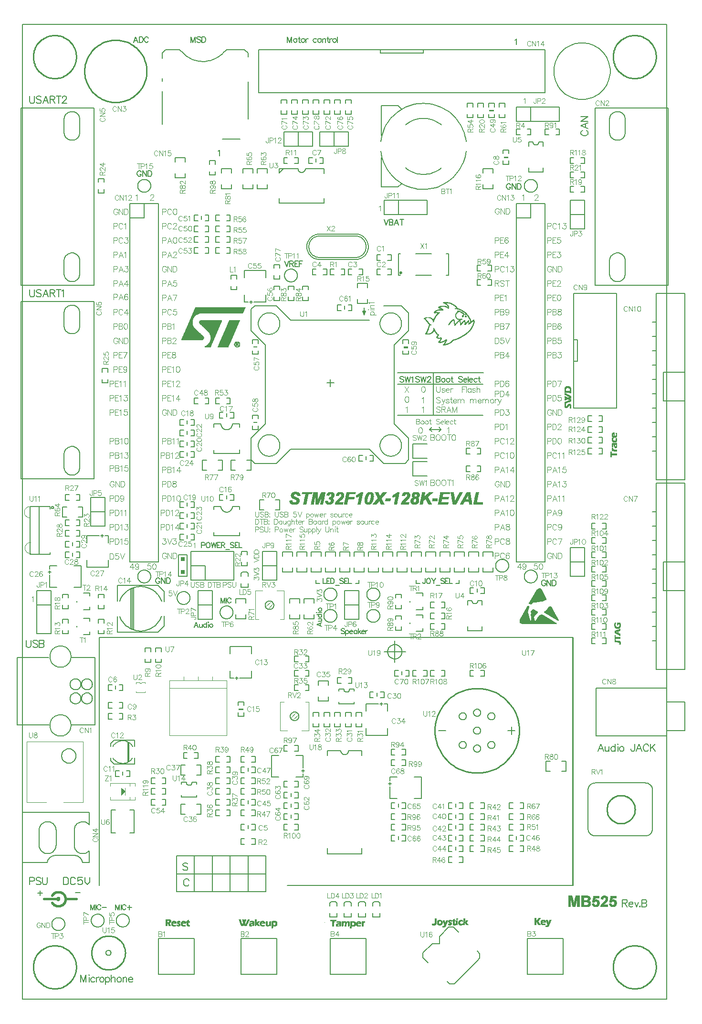
<source format=gbr>
%FSTAX23Y23*%
%MOIN*%
%SFA1B1*%

%IPPOS*%
%ADD10C,0.015000*%
%ADD12R,0.030000X0.030000*%
%ADD42C,0.010000*%
%ADD52C,0.007000*%
%ADD53C,0.012000*%
%ADD57C,0.008000*%
%ADD58C,0.005000*%
%ADD87C,0.006000*%
%ADD88C,0.004000*%
%ADD89C,0.008000*%
%ADD90C,0.001000*%
%ADD91C,0.004000*%
%ADD92R,0.010000X0.030000*%
%ADD93R,0.030000X0.010000*%
%LNmb525b-1*%
%LPD*%
G54D10*
X38357Y50875D02*
D01*
X38358Y50872*
X3836Y50869*
X38363Y50866*
X38365Y50864*
X38368Y50861*
X3837Y50859*
X38373Y50857*
X38376Y50856*
X38379Y50854*
X38383Y50853*
X38386Y50852*
X38389Y50851*
X38393Y5085*
X38396Y5085*
X384Y5085*
X38403Y5085*
X38407Y5085*
X3841Y50851*
X38413Y50852*
X38417Y50853*
X3842Y50854*
X38423Y50856*
X38426Y50857*
X38429Y50859*
X38432Y50861*
X38434Y50864*
X38437Y50866*
X38439Y50869*
X38441Y50872*
X38443Y50875*
X38444Y50878*
X38446Y50881*
X38447Y50884*
X38448Y50888*
X38449Y50891*
X38449Y50894*
X38449Y50898*
X38449Y50901*
X38449Y50905*
X38448Y50908*
X38448Y50912*
X38447Y50915*
X38446Y50918*
X38444Y50921*
X38443Y50925*
X38441Y50927*
X38439Y5093*
X38436Y50933*
X38434Y50935*
X38431Y50938*
X38429Y5094*
X38426Y50942*
X38423Y50943*
X3842Y50945*
X38416Y50946*
X38413Y50947*
X3841Y50948*
X38406Y50949*
X38403Y50949*
X38399Y50949*
X38396Y50949*
X38392Y50949*
X38389Y50948*
X38386Y50947*
X38382Y50946*
X38379Y50945*
X38376Y50943*
X38373Y50942*
X3837Y5094*
X38367Y50938*
X38365Y50935*
X38362Y50933*
X3836Y5093*
X38358Y50927*
X38357Y50925*
X383Y509D02*
X38375D01*
X384*
X3845D02*
X38525D01*
G54D12*
X3927Y5327D03*
Y5318D03*
G54D42*
X38868Y50525D02*
D01*
X38867Y50533*
X38866Y50541*
X38865Y50549*
X38863Y50557*
X3886Y50565*
X38857Y50572*
X38854Y5058*
X3885Y50587*
X38845Y50594*
X3884Y506*
X38834Y50606*
X38828Y50612*
X38822Y50617*
X38815Y50622*
X38809Y50627*
X38801Y50631*
X38794Y50634*
X38786Y50637*
X38778Y50639*
X3877Y50641*
X38762Y50642*
X38754Y50642*
X38745*
X38737Y50642*
X38729Y50641*
X38721Y50639*
X38713Y50637*
X38705Y50634*
X38698Y50631*
X38691Y50627*
X38684Y50622*
X38677Y50617*
X38671Y50612*
X38665Y50606*
X38659Y506*
X38654Y50594*
X38649Y50587*
X38645Y5058*
X38642Y50572*
X38639Y50565*
X38636Y50557*
X38634Y50549*
X38633Y50541*
X38632Y50533*
X38632Y50525*
X38632Y50516*
X38633Y50508*
X38634Y505*
X38636Y50492*
X38639Y50484*
X38642Y50477*
X38645Y50469*
X38649Y50462*
X38654Y50455*
X38659Y50449*
X38665Y50443*
X38671Y50437*
X38677Y50432*
X38684Y50427*
X38691Y50422*
X38698Y50418*
X38705Y50415*
X38713Y50412*
X38721Y5041*
X38729Y50408*
X38737Y50407*
X38745Y50407*
X38754*
X38762Y50407*
X3877Y50408*
X38778Y5041*
X38786Y50412*
X38794Y50415*
X38801Y50418*
X38809Y50422*
X38815Y50427*
X38822Y50432*
X38828Y50437*
X38834Y50443*
X3884Y50449*
X38845Y50455*
X3885Y50462*
X38854Y50469*
X38857Y50477*
X3886Y50484*
X38863Y50492*
X38865Y505*
X38866Y50508*
X38867Y50516*
X38868Y50525*
X42575Y50425D02*
D01*
X42574Y50435*
X42573Y50445*
X42571Y50456*
X42569Y50466*
X42565Y50476*
X42562Y50486*
X42557Y50495*
X42552Y50504*
X42546Y50513*
X42539Y50521*
X42532Y50529*
X42525Y50536*
X42517Y50543*
X42508Y50549*
X425Y50554*
X4249Y50559*
X42481Y50564*
X42471Y50567*
X42461Y5057*
X42451Y50572*
X4244Y50574*
X4243Y50574*
X42419*
X42409Y50574*
X42398Y50572*
X42388Y5057*
X42378Y50567*
X42368Y50564*
X42359Y50559*
X4235Y50554*
X42341Y50549*
X42332Y50543*
X42324Y50536*
X42317Y50529*
X4231Y50521*
X42303Y50513*
X42297Y50504*
X42292Y50495*
X42287Y50486*
X42284Y50476*
X4228Y50466*
X42278Y50456*
X42276Y50445*
X42275Y50435*
X42275Y50425*
X42275Y50414*
X42276Y50404*
X42278Y50393*
X4228Y50383*
X42284Y50373*
X42287Y50363*
X42292Y50354*
X42297Y50345*
X42303Y50336*
X4231Y50328*
X42317Y5032*
X42324Y50313*
X42332Y50306*
X42341Y503*
X4235Y50295*
X42359Y5029*
X42368Y50285*
X42378Y50282*
X42388Y50279*
X42398Y50277*
X42409Y50275*
X42419Y50275*
X4243*
X4244Y50275*
X42451Y50277*
X42461Y50279*
X42471Y50282*
X42481Y50285*
X4249Y5029*
X425Y50295*
X42508Y503*
X42517Y50306*
X42525Y50313*
X42532Y5032*
X42539Y50328*
X42546Y50336*
X42552Y50345*
X42557Y50354*
X42562Y50363*
X42565Y50373*
X42569Y50383*
X42571Y50393*
X42573Y50404*
X42574Y50414*
X42575Y50425*
Y56775D02*
D01*
X42574Y56785*
X42573Y56795*
X42571Y56806*
X42569Y56816*
X42565Y56826*
X42562Y56836*
X42557Y56845*
X42552Y56854*
X42546Y56863*
X42539Y56871*
X42532Y56879*
X42525Y56886*
X42517Y56893*
X42508Y56899*
X425Y56904*
X4249Y56909*
X42481Y56914*
X42471Y56917*
X42461Y5692*
X42451Y56922*
X4244Y56924*
X4243Y56924*
X42419*
X42409Y56924*
X42398Y56922*
X42388Y5692*
X42378Y56917*
X42368Y56914*
X42359Y56909*
X4235Y56904*
X42341Y56899*
X42332Y56893*
X42324Y56886*
X42317Y56879*
X4231Y56871*
X42303Y56863*
X42297Y56854*
X42292Y56845*
X42287Y56836*
X42284Y56826*
X4228Y56816*
X42278Y56806*
X42276Y56795*
X42275Y56785*
X42275Y56775*
X42275Y56764*
X42276Y56754*
X42278Y56743*
X4228Y56733*
X42284Y56723*
X42287Y56713*
X42292Y56704*
X42297Y56695*
X42303Y56686*
X4231Y56678*
X42317Y5667*
X42324Y56663*
X42332Y56656*
X42341Y5665*
X4235Y56645*
X42359Y5664*
X42368Y56635*
X42378Y56632*
X42388Y56629*
X42398Y56627*
X42409Y56625*
X42419Y56625*
X4243*
X4244Y56625*
X42451Y56627*
X42461Y56629*
X42471Y56632*
X42481Y56635*
X4249Y5664*
X425Y56645*
X42508Y5665*
X42517Y56656*
X42525Y56663*
X42532Y5667*
X42539Y56678*
X42546Y56686*
X42552Y56695*
X42557Y56704*
X42562Y56713*
X42565Y56723*
X42569Y56733*
X42571Y56743*
X42573Y56754*
X42574Y56764*
X42575Y56775*
X38525D02*
D01*
X38524Y56785*
X38523Y56795*
X38521Y56806*
X38519Y56816*
X38515Y56826*
X38512Y56836*
X38507Y56845*
X38502Y56854*
X38496Y56863*
X38489Y56871*
X38482Y56879*
X38475Y56886*
X38467Y56893*
X38458Y56899*
X3845Y56904*
X3844Y56909*
X38431Y56914*
X38421Y56917*
X38411Y5692*
X38401Y56922*
X3839Y56924*
X3838Y56924*
X38369*
X38359Y56924*
X38348Y56922*
X38338Y5692*
X38328Y56917*
X38318Y56914*
X38309Y56909*
X383Y56904*
X38291Y56899*
X38282Y56893*
X38274Y56886*
X38267Y56879*
X3826Y56871*
X38253Y56863*
X38247Y56854*
X38242Y56845*
X38237Y56836*
X38234Y56826*
X3823Y56816*
X38228Y56806*
X38226Y56795*
X38225Y56785*
X38225Y56775*
X38225Y56764*
X38226Y56754*
X38228Y56743*
X3823Y56733*
X38234Y56723*
X38237Y56713*
X38242Y56704*
X38247Y56695*
X38253Y56686*
X3826Y56678*
X38267Y5667*
X38274Y56663*
X38282Y56656*
X38291Y5665*
X383Y56645*
X38309Y5664*
X38318Y56635*
X38328Y56632*
X38338Y56629*
X38348Y56627*
X38359Y56625*
X38369Y56625*
X3838*
X3839Y56625*
X38401Y56627*
X38411Y56629*
X38421Y56632*
X38431Y56635*
X3844Y5664*
X3845Y56645*
X38458Y5665*
X38467Y56656*
X38475Y56663*
X38482Y5667*
X38489Y56678*
X38496Y56686*
X38502Y56695*
X38507Y56704*
X38512Y56713*
X38515Y56723*
X38519Y56733*
X38521Y56743*
X38523Y56754*
X38524Y56764*
X38525Y56775*
Y50425D02*
D01*
X38524Y50435*
X38523Y50445*
X38521Y50456*
X38519Y50466*
X38515Y50476*
X38512Y50486*
X38507Y50495*
X38502Y50504*
X38496Y50513*
X38489Y50521*
X38482Y50529*
X38475Y50536*
X38467Y50543*
X38458Y50549*
X3845Y50554*
X3844Y50559*
X38431Y50564*
X38421Y50567*
X38411Y5057*
X38401Y50572*
X3839Y50574*
X3838Y50574*
X38369*
X38359Y50574*
X38348Y50572*
X38338Y5057*
X38328Y50567*
X38318Y50564*
X38309Y50559*
X383Y50554*
X38291Y50549*
X38282Y50543*
X38274Y50536*
X38267Y50529*
X3826Y50521*
X38253Y50513*
X38247Y50504*
X38242Y50495*
X38237Y50486*
X38234Y50476*
X3823Y50466*
X38228Y50456*
X38226Y50445*
X38225Y50435*
X38225Y50425*
X38225Y50414*
X38226Y50404*
X38228Y50393*
X3823Y50383*
X38234Y50373*
X38237Y50363*
X38242Y50354*
X38247Y50345*
X38253Y50336*
X3826Y50328*
X38267Y5032*
X38274Y50313*
X38282Y50306*
X38291Y503*
X383Y50295*
X38309Y5029*
X38318Y50285*
X38328Y50282*
X38338Y50279*
X38348Y50277*
X38359Y50275*
X38369Y50275*
X3838*
X3839Y50275*
X38401Y50277*
X38411Y50279*
X38421Y50282*
X38431Y50285*
X3844Y5029*
X3845Y50295*
X38458Y503*
X38467Y50306*
X38475Y50313*
X38482Y5032*
X38489Y50328*
X38496Y50336*
X38502Y50345*
X38507Y50354*
X38512Y50363*
X38515Y50373*
X38519Y50383*
X38521Y50393*
X38523Y50404*
X38524Y50414*
X38525Y50425*
X4162Y52075D02*
D01*
X41619Y52095*
X41617Y52116*
X41613Y52136*
X41608Y52156*
X41602Y52175*
X41594Y52194*
X41585Y52213*
X41575Y52231*
X41563Y52248*
X4155Y52264*
X41537Y52279*
X41522Y52294*
X41506Y52307*
X41489Y52319*
X41472Y5233*
X41454Y5234*
X41435Y52348*
X41416Y52355*
X41396Y52361*
X41376Y52365*
X41355Y52368*
X41335Y52369*
X41314*
X41294Y52368*
X41273Y52365*
X41253Y52361*
X41233Y52355*
X41214Y52348*
X41195Y5234*
X41177Y5233*
X4116Y52319*
X41143Y52307*
X41127Y52294*
X41112Y52279*
X41099Y52264*
X41086Y52248*
X41074Y52231*
X41064Y52213*
X41055Y52194*
X41047Y52175*
X41041Y52156*
X41036Y52136*
X41032Y52116*
X4103Y52095*
X4103Y52075*
X4103Y52054*
X41032Y52033*
X41036Y52013*
X41041Y51993*
X41047Y51974*
X41055Y51955*
X41064Y51936*
X41074Y51918*
X41086Y51901*
X41099Y51885*
X41112Y5187*
X41127Y51855*
X41143Y51842*
X4116Y5183*
X41177Y51819*
X41195Y51809*
X41214Y51801*
X41233Y51794*
X41253Y51788*
X41273Y51784*
X41294Y51781*
X41314Y5178*
X41335*
X41355Y51781*
X41376Y51784*
X41396Y51788*
X41416Y51794*
X41435Y51801*
X41454Y51809*
X41472Y51819*
X41489Y5183*
X41506Y51842*
X41522Y51855*
X41537Y5187*
X4155Y51885*
X41563Y51901*
X41575Y51918*
X41585Y51936*
X41594Y51955*
X41602Y51974*
X41608Y51993*
X41613Y52013*
X41617Y52033*
X41619Y52054*
X4162Y52075*
X40795Y5527D02*
D01*
X40794Y5527*
X40794Y5527*
X40794Y55271*
X40794Y55271*
X40794Y55271*
X40794Y55272*
X40794Y55272*
X40794Y55272*
X40794Y55272*
X40793Y55273*
X40793Y55273*
X40793Y55273*
X40793Y55273*
X40792Y55274*
X40792Y55274*
X40792Y55274*
X40791Y55274*
X40791Y55274*
X40791Y55274*
X4079Y55274*
X4079Y55274*
X4079Y55274*
X40789*
X40789Y55274*
X40789Y55274*
X40788Y55274*
X40788Y55274*
X40788Y55274*
X40787Y55274*
X40787Y55274*
X40787Y55274*
X40786Y55273*
X40786Y55273*
X40786Y55273*
X40786Y55273*
X40785Y55272*
X40785Y55272*
X40785Y55272*
X40785Y55272*
X40785Y55271*
X40785Y55271*
X40785Y55271*
X40785Y5527*
X40785Y5527*
X40785Y5527*
X40785Y55269*
X40785Y55269*
X40785Y55268*
X40785Y55268*
X40785Y55268*
X40785Y55267*
X40785Y55267*
X40785Y55267*
X40785Y55267*
X40786Y55266*
X40786Y55266*
X40786Y55266*
X40786Y55266*
X40787Y55265*
X40787Y55265*
X40787Y55265*
X40788Y55265*
X40788Y55265*
X40788Y55265*
X40789Y55265*
X40789Y55265*
X40789Y55265*
X4079*
X4079Y55265*
X4079Y55265*
X40791Y55265*
X40791Y55265*
X40791Y55265*
X40792Y55265*
X40792Y55265*
X40792Y55265*
X40793Y55266*
X40793Y55266*
X40793Y55266*
X40793Y55266*
X40794Y55267*
X40794Y55267*
X40794Y55267*
X40794Y55267*
X40794Y55268*
X40794Y55268*
X40794Y55268*
X40794Y55269*
X40794Y55269*
X40795Y5527*
X42428Y51525D02*
D01*
X42427Y51531*
X42427Y51538*
X42425Y51545*
X42424Y51552*
X42422Y51558*
X42419Y51564*
X42416Y51571*
X42413Y51576*
X42409Y51582*
X42405Y51587*
X424Y51593*
X42395Y51597*
X4239Y51602*
X42384Y51606*
X42379Y51609*
X42372Y51613*
X42366Y51615*
X4236Y51618*
X42353Y5162*
X42347Y51621*
X4234Y51622*
X42333Y51622*
X42326*
X42319Y51622*
X42312Y51621*
X42306Y5162*
X42299Y51618*
X42293Y51615*
X42287Y51613*
X42281Y51609*
X42275Y51606*
X42269Y51602*
X42264Y51597*
X42259Y51593*
X42254Y51587*
X4225Y51582*
X42246Y51576*
X42243Y51571*
X4224Y51564*
X42237Y51558*
X42235Y51552*
X42234Y51545*
X42232Y51538*
X42232Y51531*
X42232Y51525*
X42232Y51518*
X42232Y51511*
X42234Y51504*
X42235Y51497*
X42237Y51491*
X4224Y51485*
X42243Y51478*
X42246Y51473*
X4225Y51467*
X42254Y51462*
X42259Y51456*
X42264Y51452*
X42269Y51447*
X42275Y51443*
X42281Y5144*
X42287Y51436*
X42293Y51434*
X42299Y51431*
X42306Y51429*
X42312Y51428*
X42319Y51427*
X42326Y51427*
X42333*
X4234Y51427*
X42347Y51428*
X42353Y51429*
X4236Y51431*
X42366Y51434*
X42372Y51436*
X42379Y5144*
X42384Y51443*
X4239Y51447*
X42395Y51452*
X424Y51456*
X42405Y51462*
X42409Y51467*
X42413Y51473*
X42416Y51478*
X42419Y51485*
X42422Y51491*
X42424Y51497*
X42425Y51504*
X42427Y51511*
X42427Y51518*
X42428Y51525*
X39017Y56675D02*
D01*
X39016Y5669*
X39014Y56705*
X39012Y5672*
X39008Y56734*
X39003Y56749*
X38998Y56763*
X38991Y56776*
X38984Y56789*
X38975Y56802*
X38966Y56814*
X38956Y56825*
X38945Y56836*
X38933Y56845*
X38921Y56854*
X38908Y56862*
X38895Y5687*
X38881Y56876*
X38867Y56881*
X38852Y56885*
X38837Y56888*
X38822Y5689*
X38807Y56891*
X38792*
X38777Y5689*
X38762Y56888*
X38747Y56885*
X38732Y56881*
X38718Y56876*
X38704Y5687*
X38691Y56862*
X38678Y56854*
X38666Y56845*
X38654Y56836*
X38643Y56825*
X38633Y56814*
X38624Y56802*
X38615Y56789*
X38608Y56776*
X38601Y56763*
X38596Y56749*
X38591Y56734*
X38587Y5672*
X38585Y56705*
X38583Y5669*
X38583Y56675*
X38583Y56659*
X38585Y56644*
X38587Y56629*
X38591Y56615*
X38596Y566*
X38601Y56586*
X38608Y56573*
X38615Y5656*
X38624Y56547*
X38633Y56535*
X38643Y56524*
X38654Y56513*
X38666Y56504*
X38678Y56495*
X38691Y56487*
X38704Y56479*
X38718Y56473*
X38732Y56468*
X38747Y56464*
X38762Y56461*
X38777Y56459*
X38792Y56458*
X38807*
X38822Y56459*
X38837Y56461*
X38852Y56464*
X38867Y56468*
X38881Y56473*
X38895Y56479*
X38908Y56487*
X38921Y56495*
X38933Y56504*
X38945Y56513*
X38956Y56524*
X38966Y56535*
X38975Y56547*
X38984Y5656*
X38991Y56573*
X38998Y56586*
X39003Y566*
X39008Y56615*
X39012Y56629*
X39014Y56644*
X39016Y56659*
X39017Y56675*
G54D52*
X40652Y56117D02*
D01*
X40655Y56096*
X40659Y56075*
X40665Y56055*
X40672Y56036*
X40681Y56017*
X40691Y55998*
X40702Y5598*
X40714Y55964*
X40728Y55948*
X40742Y55933*
X40758Y55919*
X40775Y55906*
X40792Y55894*
X4081Y55884*
X40829Y55875*
X40849Y55867*
X40868Y55861*
X40889Y55856*
X40909Y55852*
X4093Y5585*
X40951Y5585*
X40972Y55851*
X40993Y55853*
X41013Y55857*
X41034Y55862*
X41054Y55868*
X41073Y55876*
X41092Y55886*
X4111Y55896*
X41127Y55908*
X41143Y55921*
X41159Y55935*
X41173Y5595*
X41187Y55966*
X41199Y55983*
X4121Y56001*
X4122Y5602*
X41228Y56039*
X41235Y56058*
X41241Y56079*
X41245Y56099*
X41248Y56117*
Y56183D02*
D01*
X41244Y56203*
X4124Y56224*
X41234Y56244*
X41227Y56263*
X41218Y56282*
X41208Y56301*
X41197Y56319*
X41185Y56335*
X41171Y56351*
X41157Y56366*
X41141Y5638*
X41124Y56393*
X41107Y56405*
X41089Y56415*
X4107Y56424*
X4105Y56432*
X41031Y56438*
X4101Y56443*
X4099Y56447*
X40969Y56449*
X4095Y5645*
D01*
X40929Y56449*
X40908Y56447*
X40887Y56443*
X40867Y56438*
X40847Y56431*
X40827Y56424*
X40809Y56414*
X40791Y56404*
X40773Y56392*
X40757Y56379*
X40741Y56365*
X40727Y5635*
X40713Y56334*
X40701Y56317*
X4069Y563*
X4068Y56281*
X40671Y56262*
X40664Y56242*
X40658Y56222*
X40654Y56202*
X40652Y56183*
X41075Y563D02*
D01*
X41064Y56308*
X41052Y56315*
X41041Y56322*
X41028Y56328*
X41016Y56333*
X41003Y56337*
X40989Y56341*
X40976Y56343*
X40962Y56344*
X40949Y56345*
X40935Y56344*
X40922Y56343*
X40908Y5634*
X40895Y56337*
X40882Y56333*
X40869Y56328*
X40857Y56322*
X40845Y56315*
X40834Y56307*
X40825Y563*
Y56D02*
D01*
X40835Y55991*
X40847Y55984*
X40858Y55977*
X40871Y55971*
X40883Y55966*
X40896Y55962*
X4091Y55958*
X40923Y55956*
X40937Y55955*
X4095Y55954*
X40964Y55955*
X40977Y55956*
X40991Y55959*
X41004Y55962*
X41017Y55966*
X4103Y55971*
X41042Y55977*
X41054Y55984*
X41065Y55992*
X41075Y56*
X42255Y56675D02*
D01*
X42254Y56688*
X42253Y56702*
X4225Y56715*
X42247Y56729*
X42243Y56742*
X42237Y56755*
X42231Y56767*
X42225Y56779*
X42217Y5679*
X42208Y56801*
X42199Y56811*
X42189Y56821*
X42179Y5683*
X42168Y56838*
X42156Y56845*
X42144Y56852*
X42131Y56857*
X42118Y56862*
X42105Y56866*
X42092Y56869*
X42078Y5687*
X42064Y56871*
X42051*
X42037Y5687*
X42023Y56869*
X4201Y56866*
X41997Y56862*
X41984Y56857*
X41971Y56852*
X41959Y56845*
X41947Y56838*
X41936Y5683*
X41926Y56821*
X41916Y56811*
X41907Y56801*
X41898Y5679*
X4189Y56779*
X41884Y56767*
X41878Y56755*
X41872Y56742*
X41868Y56729*
X41865Y56715*
X41862Y56702*
X41861Y56688*
X41861Y56675*
X41861Y56661*
X41862Y56647*
X41865Y56634*
X41868Y5662*
X41872Y56607*
X41878Y56594*
X41884Y56582*
X4189Y5657*
X41898Y56559*
X41907Y56548*
X41916Y56538*
X41926Y56528*
X41936Y56519*
X41947Y56511*
X41959Y56504*
X41971Y56497*
X41984Y56492*
X41997Y56487*
X4201Y56483*
X42023Y5648*
X42037Y56479*
X42051Y56478*
X42064*
X42078Y56479*
X42092Y5648*
X42105Y56483*
X42118Y56487*
X42131Y56492*
X42144Y56497*
X42156Y56504*
X42168Y56511*
X42179Y56519*
X42189Y56528*
X42199Y56538*
X42208Y56548*
X42217Y56559*
X42225Y5657*
X42231Y56582*
X42237Y56594*
X42243Y56607*
X42247Y5662*
X4225Y56634*
X42253Y56647*
X42254Y56661*
X42255Y56675*
X40655Y56229D02*
Y56433D01*
X40773*
X40655Y55867D02*
Y56071D01*
Y55867D02*
X40773D01*
X40795Y55889*
X40773Y56433D02*
X40796Y5641D01*
X39225Y51075D02*
X3985D01*
X39725Y5095D02*
Y512D01*
X396Y5095D02*
Y512D01*
X39475Y5095D02*
Y512D01*
X3935Y5095D02*
Y512D01*
X39225Y5095D02*
X3985D01*
Y512*
X39225D02*
X3985D01*
X402Y531D02*
Y53125D01*
Y531D02*
X40225D01*
X405D02*
Y53125D01*
X40475Y531D02*
X405D01*
X412D02*
Y53125D01*
X409Y531D02*
Y53125D01*
Y531D02*
X40925D01*
X41175D02*
X412D01*
X39225Y5095D02*
Y512D01*
G54D53*
X384Y50908D02*
D01*
X38399Y50907*
X38398Y50907*
X38398Y50907*
X38397Y50907*
X38397Y50907*
X38396Y50907*
X38396Y50907*
X38395Y50906*
X38395Y50906*
X38394Y50906*
X38394Y50905*
X38394Y50905*
X38393Y50904*
X38393Y50904*
X38393Y50904*
X38392Y50903*
X38392Y50902*
X38392Y50902*
X38392Y50901*
X38392Y50901*
X38392Y509*
X38392Y509*
Y50899*
X38392Y50899*
X38392Y50898*
X38392Y50898*
X38392Y50897*
X38392Y50897*
X38392Y50896*
X38393Y50896*
X38393Y50895*
X38393Y50895*
X38394Y50894*
X38394Y50894*
X38394Y50893*
X38395Y50893*
X38395Y50893*
X38396Y50892*
X38396Y50892*
X38397Y50892*
X38397Y50892*
X38398Y50892*
X38398Y50892*
X38399Y50892*
X384Y50892*
X384Y50892*
X38401Y50892*
X38401Y50892*
X38402Y50892*
X38402Y50892*
X38403Y50892*
X38403Y50892*
X38404Y50893*
X38404Y50893*
X38405Y50893*
X38405Y50894*
X38405Y50894*
X38406Y50895*
X38406Y50895*
X38406Y50896*
X38407Y50896*
X38407Y50897*
X38407Y50897*
X38407Y50898*
X38407Y50898*
X38407Y50899*
X38407Y50899*
Y509*
X38407Y509*
X38407Y50901*
X38407Y50901*
X38407Y50902*
X38407Y50902*
X38407Y50903*
X38406Y50904*
X38406Y50904*
X38406Y50904*
X38405Y50905*
X38405Y50905*
X38405Y50906*
X38404Y50906*
X38404Y50906*
X38404Y50907*
G54D57*
X4234Y50895D02*
Y50845D01*
Y50895D02*
X42361D01*
X42369Y50893*
X42371Y5089*
X42373Y50885*
Y50881*
X42371Y50876*
X42369Y50874*
X42361Y50871*
X4234*
X42357D02*
X42373Y50845D01*
X42385Y50864D02*
X42413D01*
Y50869*
X42411Y50874*
X42408Y50876*
X42404Y50878*
X42396*
X42392Y50876*
X42387Y50871*
X42385Y50864*
Y50859*
X42387Y50852*
X42392Y50847*
X42396Y50845*
X42404*
X42408Y50847*
X42413Y50852*
X42424Y50878D02*
X42438Y50845D01*
X42452Y50878D02*
X42438Y50845D01*
X42463Y5085D02*
X4246Y50847D01*
X42463Y50845*
X42465Y50847*
X42463Y5085*
X42476Y50895D02*
Y50845D01*
Y50895D02*
X42498D01*
X42505Y50893*
X42507Y5089*
X42509Y50885*
Y50881*
X42507Y50876*
X42505Y50874*
X42498Y50871*
X42476D02*
X42498D01*
X42505Y50869*
X42507Y50866*
X42509Y50862*
Y50855*
X42507Y5085*
X42505Y50847*
X42498Y50845*
X42476*
X39303Y51143D02*
X39299Y51148D01*
X39291Y5115*
X39282*
X39275Y51148*
X3927Y51143*
Y51138*
X39272Y51133*
X39275Y51131*
X3928Y51129*
X39294Y51124*
X39299Y51121*
X39301Y51119*
X39303Y51114*
Y51107*
X39299Y51102*
X39291Y511*
X39282*
X39275Y51102*
X3927Y51107*
X39311Y51028D02*
X39308Y51033D01*
X39304Y51038*
X39299Y5104*
X39289*
X39285Y51038*
X3928Y51033*
X39277Y51028*
X39275Y51021*
Y51009*
X39277Y51002*
X3928Y50997*
X39285Y50992*
X39289Y5099*
X39299*
X39304Y50992*
X39308Y50997*
X39311Y51002*
X3852Y50945D02*
X38553D01*
X38255Y5094D02*
X38288D01*
X38272Y50957D02*
Y50923D01*
X382Y5515D02*
Y55114D01*
X38202Y55107*
X38207Y55102*
X38214Y551*
X38219*
X38226Y55102*
X38231Y55107*
X38233Y55114*
Y5515*
X3828Y55143D02*
X38276Y55148D01*
X38269Y5515*
X38259*
X38252Y55148*
X38247Y55143*
Y55138*
X3825Y55133*
X38252Y55131*
X38257Y55129*
X38271Y55124*
X38276Y55121*
X38278Y55119*
X3828Y55114*
Y55107*
X38276Y55102*
X38269Y551*
X38259*
X38252Y55102*
X38247Y55107*
X3833Y551D02*
X38311Y5515D01*
X38292Y551*
X38299Y55117D02*
X38323D01*
X38341Y5515D02*
Y551D01*
Y5515D02*
X38363D01*
X3837Y55148*
X38372Y55145*
X38375Y5514*
Y55136*
X38372Y55131*
X3837Y55129*
X38363Y55126*
X38341*
X38358D02*
X38375Y551D01*
X38403Y5515D02*
Y551D01*
X38386Y5515D02*
X38419D01*
X38425Y5514D02*
X3843Y55143D01*
X38437Y5515*
Y551*
X42062Y56261D02*
X42057Y56258D01*
X42052Y56254*
X4205Y56249*
Y56239*
X42052Y56235*
X42057Y5623*
X42062Y56227*
X42069Y56225*
X42081*
X42088Y56227*
X42093Y5623*
X42098Y56235*
X421Y56239*
Y56249*
X42098Y56254*
X42093Y56258*
X42088Y56261*
X421Y56313D02*
X4205Y56294D01*
X421Y56275*
X42083Y56282D02*
Y56306D01*
X4205Y56325D02*
X421D01*
X4205D02*
X421Y56358D01*
X4205D02*
X421D01*
X42208Y5193D02*
X42189Y5198D01*
X4217Y5193*
X42177Y51947D02*
X42201D01*
X4222Y51963D02*
Y5194D01*
X42222Y51932*
X42227Y5193*
X42234*
X42239Y51932*
X42246Y5194*
Y51963D02*
Y5193D01*
X42288Y5198D02*
Y5193D01*
Y51956D02*
X42283Y51961D01*
X42278Y51963*
X42271*
X42266Y51961*
X42261Y51956*
X42259Y51949*
Y51944*
X42261Y51937*
X42266Y51932*
X42271Y5193*
X42278*
X42283Y51932*
X42288Y51937*
X42306Y5198D02*
X42308Y51978D01*
X4231Y5198*
X42308Y51982*
X42306Y5198*
X42308Y51963D02*
Y5193D01*
X42331Y51963D02*
X42326Y51961D01*
X42322Y51956*
X42319Y51949*
Y51944*
X42322Y51937*
X42326Y51932*
X42331Y5193*
X42338*
X42343Y51932*
X42348Y51937*
X4235Y51944*
Y51949*
X42348Y51956*
X42343Y51961*
X42338Y51963*
X42331*
X42424Y5198D02*
Y51942D01*
X42422Y51935*
X42419Y51932*
X42415Y5193*
X4241*
X42405Y51932*
X42403Y51935*
X424Y51942*
Y51947*
X42475Y5193D02*
X42456Y5198D01*
X42437Y5193*
X42444Y51947D02*
X42468D01*
X42523Y51968D02*
X4252Y51973D01*
X42515Y51978*
X42511Y5198*
X42501*
X42496Y51978*
X42492Y51973*
X42489Y51968*
X42487Y51961*
Y51949*
X42489Y51942*
X42492Y51937*
X42496Y51932*
X42501Y5193*
X42511*
X42515Y51932*
X4252Y51937*
X42523Y51942*
X42537Y5198D02*
Y5193D01*
X4257Y5198D02*
X42537Y51947D01*
X42548Y51959D02*
X4257Y5193D01*
X382Y565D02*
Y56464D01*
X38202Y56457*
X38207Y56452*
X38214Y5645*
X38219*
X38226Y56452*
X38231Y56457*
X38233Y56464*
Y565*
X3828Y56493D02*
X38276Y56498D01*
X38269Y565*
X38259*
X38252Y56498*
X38247Y56493*
Y56488*
X3825Y56483*
X38252Y56481*
X38257Y56479*
X38271Y56474*
X38276Y56471*
X38278Y56469*
X3828Y56464*
Y56457*
X38276Y56452*
X38269Y5645*
X38259*
X38252Y56452*
X38247Y56457*
X3833Y5645D02*
X38311Y565D01*
X38292Y5645*
X38299Y56467D02*
X38323D01*
X38341Y565D02*
Y5645D01*
Y565D02*
X38363D01*
X3837Y56498*
X38372Y56495*
X38375Y5649*
Y56486*
X38372Y56481*
X3837Y56479*
X38363Y56476*
X38341*
X38358D02*
X38375Y5645D01*
X38403Y565D02*
Y5645D01*
X38386Y565D02*
X38419D01*
X38428Y56488D02*
Y5649D01*
X3843Y56495*
X38432Y56498*
X38437Y565*
X38447*
X38451Y56498*
X38454Y56495*
X38456Y5649*
Y56486*
X38454Y56481*
X38449Y56474*
X38425Y5645*
X38459*
X38555Y5037D02*
Y5032D01*
Y5037D02*
X38574Y5032D01*
X38593Y5037D02*
X38574Y5032D01*
X38593Y5037D02*
Y5032D01*
X38612Y5037D02*
X38615Y50368D01*
X38617Y5037*
X38615Y50372*
X38612Y5037*
X38615Y50353D02*
Y5032D01*
X38654Y50346D02*
X3865Y50351D01*
X38645Y50353*
X38638*
X38633Y50351*
X38628Y50346*
X38626Y50339*
Y50334*
X38628Y50327*
X38633Y50322*
X38638Y5032*
X38645*
X3865Y50322*
X38654Y50327*
X38665Y50353D02*
Y5032D01*
Y50339D02*
X38667Y50346D01*
X38672Y50351*
X38677Y50353*
X38684*
X387D02*
X38696Y50351D01*
X38691Y50346*
X38689Y50339*
Y50334*
X38691Y50327*
X38696Y50322*
X387Y5032*
X38708*
X38712Y50322*
X38717Y50327*
X38719Y50334*
Y50339*
X38717Y50346*
X38712Y50351*
X38708Y50353*
X387*
X3873D02*
Y50303D01*
Y50346D02*
X38735Y50351D01*
X3874Y50353*
X38747*
X38752Y50351*
X38757Y50346*
X38759Y50339*
Y50334*
X38757Y50327*
X38752Y50322*
X38747Y5032*
X3874*
X38735Y50322*
X3873Y50327*
X3877Y5037D02*
Y5032D01*
Y50344D02*
X38777Y50351D01*
X38782Y50353*
X38789*
X38794Y50351*
X38796Y50344*
Y5032*
X38821Y50353D02*
X38816Y50351D01*
X38811Y50346*
X38809Y50339*
Y50334*
X38811Y50327*
X38816Y50322*
X38821Y5032*
X38828*
X38833Y50322*
X38838Y50327*
X3884Y50334*
Y50339*
X38838Y50346*
X38833Y50351*
X38828Y50353*
X38821*
X38851D02*
Y5032D01*
Y50344D02*
X38858Y50351D01*
X38863Y50353*
X3887*
X38875Y50351*
X38877Y50344*
Y5032*
X3889Y50339D02*
X38919D01*
Y50344*
X38916Y50349*
X38914Y50351*
X38909Y50353*
X38902*
X38897Y50351*
X38893Y50346*
X3889Y50339*
Y50334*
X38893Y50327*
X38897Y50322*
X38902Y5032*
X38909*
X38914Y50322*
X38919Y50327*
X38435Y5105D02*
Y51D01*
X3846*
X38468Y51008*
Y51042*
X3846Y5105*
X38435*
X38518Y51042D02*
X3851Y5105D01*
X38493*
X38485Y51042*
Y51008*
X38493Y51*
X3851*
X38518Y51008*
X38568Y5105D02*
X38535D01*
Y51025*
X38552Y51033*
X3856*
X38568Y51025*
Y51008*
X3856Y51*
X38543*
X38535Y51008*
X38585Y5105D02*
Y51017D01*
X38602Y51*
X38618Y51017*
Y5105*
X382Y51024D02*
X38221D01*
X38229Y51026*
X38231Y51029*
X38233Y51033*
Y5104*
X38231Y51045*
X38229Y51048*
X38221Y5105*
X382*
Y51*
X38278Y51043D02*
X38273Y51048D01*
X38266Y5105*
X38256*
X38249Y51048*
X38245Y51043*
Y51038*
X38247Y51033*
X38249Y51031*
X38254Y51029*
X38268Y51024*
X38273Y51021*
X38275Y51019*
X38278Y51014*
Y51007*
X38273Y51002*
X38266Y51*
X38256*
X38249Y51002*
X38245Y51007*
X38289Y5105D02*
Y51014D01*
X38291Y51007*
X38296Y51002*
X38303Y51*
X38308*
X38315Y51002*
X3832Y51007*
X38322Y51014*
Y5105*
X38175Y52705D02*
Y52669D01*
X38177Y52662*
X38182Y52657*
X38189Y52655*
X38194*
X38201Y52657*
X38206Y52662*
X38208Y52669*
Y52705*
X38255Y52698D02*
X38251Y52703D01*
X38244Y52705*
X38234*
X38227Y52703*
X38222Y52698*
Y52693*
X38225Y52688*
X38227Y52686*
X38232Y52684*
X38246Y52679*
X38251Y52676*
X38253Y52674*
X38255Y52669*
Y52662*
X38251Y52657*
X38244Y52655*
X38234*
X38227Y52657*
X38222Y52662*
X38267Y52705D02*
Y52655D01*
Y52705D02*
X38288D01*
X38295Y52703*
X38298Y527*
X383Y52695*
Y52691*
X38298Y52686*
X38295Y52684*
X38288Y52681*
X38267D02*
X38288D01*
X38295Y52679*
X38298Y52676*
X383Y52672*
Y52665*
X38298Y5266*
X38295Y52657*
X38288Y52655*
X38267*
G54D58*
X4007Y5525D02*
D01*
X40069Y55253*
X40069Y55256*
X40069Y55259*
X40068Y55262*
X40067Y55265*
X40066Y55268*
X40064Y55271*
X40063Y55273*
X40061Y55276*
X40059Y55278*
X40057Y55281*
X40055Y55283*
X40052Y55285*
X4005Y55287*
X40047Y55288*
X40044Y5529*
X40041Y55291*
X40038Y55292*
X40035Y55293*
X40032Y55294*
X40029Y55294*
X40026Y55294*
X40023*
X4002Y55294*
X40017Y55294*
X40014Y55293*
X40011Y55292*
X40008Y55291*
X40005Y5529*
X40002Y55288*
X39999Y55287*
X39997Y55285*
X39994Y55283*
X39992Y55281*
X3999Y55278*
X39988Y55276*
X39986Y55273*
X39985Y55271*
X39983Y55268*
X39982Y55265*
X39981Y55262*
X3998Y55259*
X3998Y55256*
X3998Y55253*
X3998Y5525*
X3998Y55246*
X3998Y55243*
X3998Y5524*
X39981Y55237*
X39982Y55234*
X39983Y55231*
X39985Y55228*
X39986Y55226*
X39988Y55223*
X3999Y55221*
X39992Y55218*
X39994Y55216*
X39997Y55214*
X39999Y55212*
X40002Y55211*
X40005Y55209*
X40008Y55208*
X40011Y55207*
X40014Y55206*
X40017Y55205*
X4002Y55205*
X40023Y55205*
X40026*
X40029Y55205*
X40032Y55205*
X40035Y55206*
X40038Y55207*
X40041Y55208*
X40044Y55209*
X40047Y55211*
X4005Y55212*
X40052Y55214*
X40055Y55216*
X40057Y55218*
X40059Y55221*
X40061Y55223*
X40063Y55226*
X40064Y55228*
X40066Y55231*
X40067Y55234*
X40068Y55237*
X40069Y5524*
X40069Y55243*
X40069Y55246*
X4007Y5525*
X39045Y55875D02*
D01*
X39044Y55878*
X39044Y55881*
X39044Y55884*
X39043Y55887*
X39042Y5589*
X39041Y55893*
X39039Y55896*
X39038Y55898*
X39036Y55901*
X39034Y55903*
X39032Y55906*
X3903Y55908*
X39027Y5591*
X39025Y55912*
X39022Y55913*
X39019Y55915*
X39016Y55916*
X39013Y55917*
X3901Y55918*
X39007Y55919*
X39004Y55919*
X39001Y55919*
X38998*
X38995Y55919*
X38992Y55919*
X38989Y55918*
X38986Y55917*
X38983Y55916*
X3898Y55915*
X38977Y55913*
X38974Y55912*
X38972Y5591*
X38969Y55908*
X38967Y55906*
X38965Y55903*
X38963Y55901*
X38961Y55898*
X3896Y55896*
X38958Y55893*
X38957Y5589*
X38956Y55887*
X38955Y55884*
X38955Y55881*
X38955Y55878*
X38955Y55875*
X38955Y55871*
X38955Y55868*
X38955Y55865*
X38956Y55862*
X38957Y55859*
X38958Y55856*
X3896Y55853*
X38961Y55851*
X38963Y55848*
X38965Y55846*
X38967Y55843*
X38969Y55841*
X38972Y55839*
X38974Y55837*
X38977Y55836*
X3898Y55834*
X38983Y55833*
X38986Y55832*
X38989Y55831*
X38992Y5583*
X38995Y5583*
X38998Y5583*
X39001*
X39004Y5583*
X39007Y5583*
X3901Y55831*
X39013Y55832*
X39016Y55833*
X39019Y55834*
X39022Y55836*
X39025Y55837*
X39027Y55839*
X3903Y55841*
X39032Y55843*
X39034Y55846*
X39036Y55848*
X39038Y55851*
X39039Y55853*
X39041Y55856*
X39042Y55859*
X39043Y55862*
X39044Y55865*
X39044Y55868*
X39044Y55871*
X39045Y55875*
X38768Y50525D02*
D01*
X38767Y50526*
X38767Y50527*
X38767Y50528*
X38767Y50529*
X38766Y50531*
X38766Y50532*
X38765Y50533*
X38765Y50534*
X38764Y50535*
X38763Y50536*
X38762Y50537*
X38762Y50538*
X38761Y50539*
X3876Y50539*
X38759Y5054*
X38757Y50541*
X38756Y50541*
X38755Y50542*
X38754Y50542*
X38753Y50542*
X38751Y50542*
X3875Y50542*
X38749*
X38748Y50542*
X38746Y50542*
X38745Y50542*
X38744Y50542*
X38743Y50541*
X38742Y50541*
X38741Y5054*
X38739Y50539*
X38738Y50539*
X38737Y50538*
X38737Y50537*
X38736Y50536*
X38735Y50535*
X38734Y50534*
X38734Y50533*
X38733Y50532*
X38733Y50531*
X38732Y50529*
X38732Y50528*
X38732Y50527*
X38732Y50526*
X38732Y50525*
X38732Y50523*
X38732Y50522*
X38732Y50521*
X38732Y5052*
X38733Y50518*
X38733Y50517*
X38734Y50516*
X38734Y50515*
X38735Y50514*
X38736Y50513*
X38737Y50512*
X38737Y50511*
X38738Y5051*
X38739Y5051*
X38741Y50509*
X38742Y50508*
X38743Y50508*
X38744Y50507*
X38745Y50507*
X38746Y50507*
X38748Y50507*
X38749Y50507*
X3875*
X38751Y50507*
X38753Y50507*
X38754Y50507*
X38755Y50507*
X38756Y50508*
X38757Y50508*
X38759Y50509*
X3876Y5051*
X38761Y5051*
X38762Y50511*
X38762Y50512*
X38763Y50513*
X38764Y50514*
X38765Y50515*
X38765Y50516*
X38766Y50517*
X38766Y50518*
X38767Y5052*
X38767Y50521*
X38767Y50522*
X38767Y50523*
X38768Y50525*
X40645Y53025D02*
D01*
X40644Y53028*
X40644Y53031*
X40644Y53034*
X40643Y53037*
X40642Y5304*
X40641Y53043*
X40639Y53046*
X40638Y53048*
X40636Y53051*
X40634Y53053*
X40632Y53056*
X4063Y53058*
X40627Y5306*
X40625Y53062*
X40622Y53063*
X40619Y53065*
X40616Y53066*
X40613Y53067*
X4061Y53068*
X40607Y53069*
X40604Y53069*
X40601Y53069*
X40598*
X40595Y53069*
X40592Y53069*
X40589Y53068*
X40586Y53067*
X40583Y53066*
X4058Y53065*
X40577Y53063*
X40574Y53062*
X40572Y5306*
X40569Y53058*
X40567Y53056*
X40565Y53053*
X40563Y53051*
X40561Y53048*
X4056Y53046*
X40558Y53043*
X40557Y5304*
X40556Y53037*
X40555Y53034*
X40555Y53031*
X40555Y53028*
X40555Y53025*
X40555Y53021*
X40555Y53018*
X40555Y53015*
X40556Y53012*
X40557Y53009*
X40558Y53006*
X4056Y53003*
X40561Y53001*
X40563Y52998*
X40565Y52996*
X40567Y52993*
X40569Y52991*
X40572Y52989*
X40574Y52987*
X40577Y52986*
X4058Y52984*
X40583Y52983*
X40586Y52982*
X40589Y52981*
X40592Y5298*
X40595Y5298*
X40598Y5298*
X40601*
X40604Y5298*
X40607Y5298*
X4061Y52981*
X40613Y52982*
X40616Y52983*
X40619Y52984*
X40622Y52986*
X40625Y52987*
X40627Y52989*
X4063Y52991*
X40632Y52993*
X40634Y52996*
X40636Y52998*
X40638Y53001*
X40639Y53003*
X40641Y53006*
X40642Y53009*
X40643Y53012*
X40644Y53015*
X40644Y53018*
X40644Y53021*
X40645Y53025*
X40345Y52875D02*
D01*
X40344Y52878*
X40344Y52881*
X40344Y52884*
X40343Y52887*
X40342Y5289*
X40341Y52893*
X40339Y52896*
X40338Y52898*
X40336Y52901*
X40334Y52903*
X40332Y52906*
X4033Y52908*
X40327Y5291*
X40325Y52912*
X40322Y52913*
X40319Y52915*
X40316Y52916*
X40313Y52917*
X4031Y52918*
X40307Y52919*
X40304Y52919*
X40301Y52919*
X40298*
X40295Y52919*
X40292Y52919*
X40289Y52918*
X40286Y52917*
X40283Y52916*
X4028Y52915*
X40277Y52913*
X40274Y52912*
X40272Y5291*
X40269Y52908*
X40267Y52906*
X40265Y52903*
X40263Y52901*
X40261Y52898*
X4026Y52896*
X40258Y52893*
X40257Y5289*
X40256Y52887*
X40255Y52884*
X40255Y52881*
X40255Y52878*
X40255Y52875*
X40255Y52871*
X40255Y52868*
X40255Y52865*
X40256Y52862*
X40257Y52859*
X40258Y52856*
X4026Y52853*
X40261Y52851*
X40263Y52848*
X40265Y52846*
X40267Y52843*
X40269Y52841*
X40272Y52839*
X40274Y52837*
X40277Y52836*
X4028Y52834*
X40283Y52833*
X40286Y52832*
X40289Y52831*
X40292Y5283*
X40295Y5283*
X40298Y5283*
X40301*
X40304Y5283*
X40307Y5283*
X4031Y52831*
X40313Y52832*
X40316Y52833*
X40319Y52834*
X40322Y52836*
X40325Y52837*
X40327Y52839*
X4033Y52841*
X40332Y52843*
X40334Y52846*
X40336Y52848*
X40338Y52851*
X40339Y52853*
X40341Y52856*
X40342Y52859*
X40343Y52862*
X40344Y52865*
X40344Y52868*
X40344Y52871*
X40345Y52875*
X39905Y5295D02*
D01*
X39904Y52952*
X39904Y52954*
X39904Y52956*
X39903Y52958*
X39903Y5296*
X39902Y52962*
X39901Y52964*
X399Y52965*
X39899Y52967*
X39897Y52969*
X39896Y5297*
X39895Y52972*
X39893Y52973*
X39891Y52974*
X3989Y52975*
X39888Y52976*
X39886Y52977*
X39884Y52978*
X39882Y52979*
X3988Y52979*
X39878Y52979*
X39876Y52979*
X39873*
X39871Y52979*
X39869Y52979*
X39867Y52979*
X39865Y52978*
X39863Y52977*
X39861Y52976*
X3986Y52975*
X39858Y52974*
X39856Y52973*
X39854Y52972*
X39853Y5297*
X39852Y52969*
X3985Y52967*
X39849Y52965*
X39848Y52964*
X39847Y52962*
X39846Y5296*
X39846Y52958*
X39845Y52956*
X39845Y52954*
X39845Y52952*
X39845Y5295*
X39845Y52947*
X39845Y52945*
X39845Y52943*
X39846Y52941*
X39846Y52939*
X39847Y52937*
X39848Y52935*
X39849Y52934*
X3985Y52932*
X39852Y5293*
X39853Y52929*
X39854Y52927*
X39856Y52926*
X39858Y52925*
X3986Y52924*
X39861Y52923*
X39863Y52922*
X39865Y52921*
X39867Y5292*
X39869Y5292*
X39871Y5292*
X39873Y5292*
X39876*
X39878Y5292*
X3988Y5292*
X39882Y5292*
X39884Y52921*
X39886Y52922*
X39888Y52923*
X3989Y52924*
X39891Y52925*
X39893Y52926*
X39895Y52927*
X39896Y52929*
X39897Y5293*
X39899Y52932*
X399Y52934*
X39901Y52935*
X39902Y52937*
X39903Y52939*
X39903Y52941*
X39904Y52943*
X39904Y52945*
X39904Y52947*
X39905Y5295*
X40345Y53025D02*
D01*
X40344Y53028*
X40344Y53031*
X40344Y53034*
X40343Y53037*
X40342Y5304*
X40341Y53043*
X40339Y53046*
X40338Y53048*
X40336Y53051*
X40334Y53053*
X40332Y53056*
X4033Y53058*
X40327Y5306*
X40325Y53062*
X40322Y53063*
X40319Y53065*
X40316Y53066*
X40313Y53067*
X4031Y53068*
X40307Y53069*
X40304Y53069*
X40301Y53069*
X40298*
X40295Y53069*
X40292Y53069*
X40289Y53068*
X40286Y53067*
X40283Y53066*
X4028Y53065*
X40277Y53063*
X40274Y53062*
X40272Y5306*
X40269Y53058*
X40267Y53056*
X40265Y53053*
X40263Y53051*
X40261Y53048*
X4026Y53046*
X40258Y53043*
X40257Y5304*
X40256Y53037*
X40255Y53034*
X40255Y53031*
X40255Y53028*
X40255Y53025*
X40255Y53021*
X40255Y53018*
X40255Y53015*
X40256Y53012*
X40257Y53009*
X40258Y53006*
X4026Y53003*
X40261Y53001*
X40263Y52998*
X40265Y52996*
X40267Y52993*
X40269Y52991*
X40272Y52989*
X40274Y52987*
X40277Y52986*
X4028Y52984*
X40283Y52983*
X40286Y52982*
X40289Y52981*
X40292Y5298*
X40295Y5298*
X40298Y5298*
X40301*
X40304Y5298*
X40307Y5298*
X4031Y52981*
X40313Y52982*
X40316Y52983*
X40319Y52984*
X40322Y52986*
X40325Y52987*
X40327Y52989*
X4033Y52991*
X40332Y52993*
X40334Y52996*
X40336Y52998*
X40338Y53001*
X40339Y53003*
X40341Y53006*
X40342Y53009*
X40343Y53012*
X40344Y53015*
X40344Y53018*
X40344Y53021*
X40345Y53025*
X41745Y55875D02*
D01*
X41744Y55878*
X41744Y55881*
X41744Y55884*
X41743Y55887*
X41742Y5589*
X41741Y55893*
X41739Y55896*
X41738Y55898*
X41736Y55901*
X41734Y55903*
X41732Y55906*
X4173Y55908*
X41727Y5591*
X41725Y55912*
X41722Y55913*
X41719Y55915*
X41716Y55916*
X41713Y55917*
X4171Y55918*
X41707Y55919*
X41704Y55919*
X41701Y55919*
X41698*
X41695Y55919*
X41692Y55919*
X41689Y55918*
X41686Y55917*
X41683Y55916*
X4168Y55915*
X41677Y55913*
X41674Y55912*
X41672Y5591*
X41669Y55908*
X41667Y55906*
X41665Y55903*
X41663Y55901*
X41661Y55898*
X4166Y55896*
X41658Y55893*
X41657Y5589*
X41656Y55887*
X41655Y55884*
X41655Y55881*
X41655Y55878*
X41655Y55875*
X41655Y55871*
X41655Y55868*
X41655Y55865*
X41656Y55862*
X41657Y55859*
X41658Y55856*
X4166Y55853*
X41661Y55851*
X41663Y55848*
X41665Y55846*
X41667Y55843*
X41669Y55841*
X41672Y55839*
X41674Y55837*
X41677Y55836*
X4168Y55834*
X41683Y55833*
X41686Y55832*
X41689Y55831*
X41692Y5583*
X41695Y5583*
X41698Y5583*
X41701*
X41704Y5583*
X41707Y5583*
X4171Y55831*
X41713Y55832*
X41716Y55833*
X41719Y55834*
X41722Y55836*
X41725Y55837*
X41727Y55839*
X4173Y55841*
X41732Y55843*
X41734Y55846*
X41736Y55848*
X41738Y55851*
X41739Y55853*
X41741Y55856*
X41742Y55859*
X41743Y55862*
X41744Y55865*
X41744Y55868*
X41744Y55871*
X41745Y55875*
Y5315D02*
D01*
X41744Y53153*
X41744Y53156*
X41744Y53159*
X41743Y53162*
X41742Y53165*
X41741Y53168*
X41739Y53171*
X41738Y53173*
X41736Y53176*
X41734Y53178*
X41732Y53181*
X4173Y53183*
X41727Y53185*
X41725Y53187*
X41722Y53188*
X41719Y5319*
X41716Y53191*
X41713Y53192*
X4171Y53193*
X41707Y53194*
X41704Y53194*
X41701Y53194*
X41698*
X41695Y53194*
X41692Y53194*
X41689Y53193*
X41686Y53192*
X41683Y53191*
X4168Y5319*
X41677Y53188*
X41674Y53187*
X41672Y53185*
X41669Y53183*
X41667Y53181*
X41665Y53178*
X41663Y53176*
X41661Y53173*
X4166Y53171*
X41658Y53168*
X41657Y53165*
X41656Y53162*
X41655Y53159*
X41655Y53156*
X41655Y53153*
X41655Y5315*
X41655Y53146*
X41655Y53143*
X41655Y5314*
X41656Y53137*
X41657Y53134*
X41658Y53131*
X4166Y53128*
X41661Y53126*
X41663Y53123*
X41665Y53121*
X41667Y53118*
X41669Y53116*
X41672Y53114*
X41674Y53112*
X41677Y53111*
X4168Y53109*
X41683Y53108*
X41686Y53107*
X41689Y53106*
X41692Y53105*
X41695Y53105*
X41698Y53105*
X41701*
X41704Y53105*
X41707Y53105*
X4171Y53106*
X41713Y53107*
X41716Y53108*
X41719Y53109*
X41722Y53111*
X41725Y53112*
X41727Y53114*
X4173Y53116*
X41732Y53118*
X41734Y53121*
X41736Y53123*
X41738Y53126*
X41739Y53128*
X41741Y53131*
X41742Y53134*
X41743Y53137*
X41744Y5314*
X41744Y53143*
X41744Y53146*
X41745Y5315*
X40645Y52875D02*
D01*
X40644Y52878*
X40644Y52881*
X40644Y52884*
X40643Y52887*
X40642Y5289*
X40641Y52893*
X40639Y52896*
X40638Y52898*
X40636Y52901*
X40634Y52903*
X40632Y52906*
X4063Y52908*
X40627Y5291*
X40625Y52912*
X40622Y52913*
X40619Y52915*
X40616Y52916*
X40613Y52917*
X4061Y52918*
X40607Y52919*
X40604Y52919*
X40601Y52919*
X40598*
X40595Y52919*
X40592Y52919*
X40589Y52918*
X40586Y52917*
X40583Y52916*
X4058Y52915*
X40577Y52913*
X40574Y52912*
X40572Y5291*
X40569Y52908*
X40567Y52906*
X40565Y52903*
X40563Y52901*
X40561Y52898*
X4056Y52896*
X40558Y52893*
X40557Y5289*
X40556Y52887*
X40555Y52884*
X40555Y52881*
X40555Y52878*
X40555Y52875*
X40555Y52871*
X40555Y52868*
X40555Y52865*
X40556Y52862*
X40557Y52859*
X40558Y52856*
X4056Y52853*
X40561Y52851*
X40563Y52848*
X40565Y52846*
X40567Y52843*
X40569Y52841*
X40572Y52839*
X40574Y52837*
X40577Y52836*
X4058Y52834*
X40583Y52833*
X40586Y52832*
X40589Y52831*
X40592Y5283*
X40595Y5283*
X40598Y5283*
X40601*
X40604Y5283*
X40607Y5283*
X4061Y52831*
X40613Y52832*
X40616Y52833*
X40619Y52834*
X40622Y52836*
X40625Y52837*
X40627Y52839*
X4063Y52841*
X40632Y52843*
X40634Y52846*
X40636Y52848*
X40638Y52851*
X40639Y52853*
X40641Y52856*
X40642Y52859*
X40643Y52862*
X40644Y52865*
X40644Y52868*
X40644Y52871*
X40645Y52875*
X39537Y53638D02*
D01*
X39537Y53635*
X39537Y53632*
X39537Y53629*
X39538Y53627*
X39539Y53624*
X3954Y53622*
X39541Y53619*
X39542Y53617*
X39544Y53615*
X39546Y53612*
X39547Y5361*
X39549Y53609*
X39551Y53607*
X39554Y53605*
X39556Y53604*
X39558Y53602*
X39561Y53601*
X39563Y536*
X39566Y536*
X39569Y53599*
X39571Y53599*
X39574Y53599*
X39577*
X3958Y53599*
X39582Y53599*
X39585Y536*
X39588Y536*
X3959Y53601*
X39593Y53602*
X39595Y53604*
X39597Y53605*
X396Y53607*
X39602Y53609*
X39604Y5361*
X39605Y53612*
X39607Y53615*
X39609Y53617*
X3961Y53619*
X39611Y53622*
X39612Y53624*
X39613Y53627*
X39614Y53629*
X39614Y53632*
X39614Y53635*
X39615Y53638*
X3962Y529D02*
D01*
X39619Y52903*
X39619Y52906*
X39619Y52909*
X39618Y52912*
X39617Y52915*
X39616Y52918*
X39614Y52921*
X39613Y52923*
X39611Y52926*
X39609Y52928*
X39607Y52931*
X39605Y52933*
X39602Y52935*
X396Y52937*
X39597Y52938*
X39594Y5294*
X39591Y52941*
X39588Y52942*
X39585Y52943*
X39582Y52944*
X39579Y52944*
X39576Y52944*
X39573*
X3957Y52944*
X39567Y52944*
X39564Y52943*
X39561Y52942*
X39558Y52941*
X39555Y5294*
X39552Y52938*
X39549Y52937*
X39547Y52935*
X39544Y52933*
X39542Y52931*
X3954Y52928*
X39538Y52926*
X39536Y52923*
X39535Y52921*
X39533Y52918*
X39532Y52915*
X39531Y52912*
X3953Y52909*
X3953Y52906*
X3953Y52903*
X3953Y529*
X3953Y52896*
X3953Y52893*
X3953Y5289*
X39531Y52887*
X39532Y52884*
X39533Y52881*
X39535Y52878*
X39536Y52876*
X39538Y52873*
X3954Y52871*
X39542Y52868*
X39544Y52866*
X39547Y52864*
X39549Y52862*
X39552Y52861*
X39555Y52859*
X39558Y52858*
X39561Y52857*
X39564Y52856*
X39567Y52855*
X3957Y52855*
X39573Y52855*
X39576*
X39579Y52855*
X39582Y52855*
X39585Y52856*
X39588Y52857*
X39591Y52858*
X39594Y52859*
X39597Y52861*
X396Y52862*
X39602Y52864*
X39605Y52866*
X39607Y52868*
X39609Y52871*
X39611Y52873*
X39613Y52876*
X39614Y52878*
X39616Y52881*
X39617Y52884*
X39618Y52887*
X39619Y5289*
X39619Y52893*
X39619Y52896*
X3962Y529*
X38445Y50725D02*
D01*
X38444Y50728*
X38444Y50731*
X38444Y50734*
X38443Y50737*
X38442Y5074*
X38441Y50743*
X38439Y50746*
X38438Y50748*
X38436Y50751*
X38434Y50753*
X38432Y50756*
X3843Y50758*
X38427Y5076*
X38425Y50762*
X38422Y50763*
X38419Y50765*
X38416Y50766*
X38413Y50767*
X3841Y50768*
X38407Y50769*
X38404Y50769*
X38401Y50769*
X38398*
X38395Y50769*
X38392Y50769*
X38389Y50768*
X38386Y50767*
X38383Y50766*
X3838Y50765*
X38377Y50763*
X38374Y50762*
X38372Y5076*
X38369Y50758*
X38367Y50756*
X38365Y50753*
X38363Y50751*
X38361Y50748*
X3836Y50746*
X38358Y50743*
X38357Y5074*
X38356Y50737*
X38355Y50734*
X38355Y50731*
X38355Y50728*
X38355Y50725*
X38355Y50721*
X38355Y50718*
X38355Y50715*
X38356Y50712*
X38357Y50709*
X38358Y50706*
X3836Y50703*
X38361Y50701*
X38363Y50698*
X38365Y50696*
X38367Y50693*
X38369Y50691*
X38372Y50689*
X38374Y50687*
X38377Y50686*
X3838Y50684*
X38383Y50683*
X38386Y50682*
X38389Y50681*
X38392Y5068*
X38395Y5068*
X38398Y5068*
X38401*
X38404Y5068*
X38407Y5068*
X3841Y50681*
X38413Y50682*
X38416Y50683*
X38419Y50684*
X38422Y50686*
X38425Y50687*
X38427Y50689*
X3843Y50691*
X38432Y50693*
X38434Y50696*
X38436Y50698*
X38438Y50701*
X38439Y50703*
X38441Y50706*
X38442Y50709*
X38443Y50712*
X38444Y50715*
X38444Y50718*
X38444Y50721*
X38445Y50725*
X408Y52625D02*
D01*
X40799Y52628*
X40799Y52631*
X40798Y52635*
X40798Y52638*
X40796Y52642*
X40795Y52645*
X40794Y52648*
X40792Y52651*
X4079Y52654*
X40788Y52657*
X40785Y52659*
X40783Y52662*
X4078Y52664*
X40777Y52666*
X40775Y52668*
X40771Y52669*
X40768Y52671*
X40765Y52672*
X40762Y52673*
X40758Y52674*
X40755Y52674*
X40751Y52674*
X40748*
X40744Y52674*
X40741Y52674*
X40737Y52673*
X40734Y52672*
X40731Y52671*
X40728Y52669*
X40725Y52668*
X40722Y52666*
X40719Y52664*
X40716Y52662*
X40714Y52659*
X40711Y52657*
X40709Y52654*
X40707Y52651*
X40705Y52648*
X40704Y52645*
X40703Y52642*
X40701Y52638*
X40701Y52635*
X407Y52631*
X407Y52628*
X407Y52625*
X407Y52621*
X407Y52618*
X40701Y52614*
X40701Y52611*
X40703Y52607*
X40704Y52604*
X40705Y52601*
X40707Y52598*
X40709Y52595*
X40711Y52592*
X40714Y5259*
X40716Y52587*
X40719Y52585*
X40722Y52583*
X40725Y52581*
X40728Y5258*
X40731Y52578*
X40734Y52577*
X40737Y52576*
X40741Y52575*
X40744Y52575*
X40748Y52575*
X40751*
X40755Y52575*
X40758Y52575*
X40762Y52576*
X40765Y52577*
X40768Y52578*
X40771Y5258*
X40775Y52581*
X40777Y52583*
X4078Y52585*
X40783Y52587*
X40785Y5259*
X40788Y52592*
X4079Y52595*
X40792Y52598*
X40794Y52601*
X40795Y52604*
X40796Y52607*
X40798Y52611*
X40798Y52614*
X40799Y52618*
X40799Y52621*
X408Y52625*
X3932Y53D02*
D01*
X39319Y53003*
X39319Y53006*
X39319Y53009*
X39318Y53012*
X39317Y53015*
X39316Y53018*
X39314Y53021*
X39313Y53023*
X39311Y53026*
X39309Y53028*
X39307Y53031*
X39305Y53033*
X39302Y53035*
X393Y53037*
X39297Y53038*
X39294Y5304*
X39291Y53041*
X39288Y53042*
X39285Y53043*
X39282Y53044*
X39279Y53044*
X39276Y53044*
X39273*
X3927Y53044*
X39267Y53044*
X39264Y53043*
X39261Y53042*
X39258Y53041*
X39255Y5304*
X39252Y53038*
X39249Y53037*
X39247Y53035*
X39244Y53033*
X39242Y53031*
X3924Y53028*
X39238Y53026*
X39236Y53023*
X39235Y53021*
X39233Y53018*
X39232Y53015*
X39231Y53012*
X3923Y53009*
X3923Y53006*
X3923Y53003*
X3923Y53*
X3923Y52996*
X3923Y52993*
X3923Y5299*
X39231Y52987*
X39232Y52984*
X39233Y52981*
X39235Y52978*
X39236Y52976*
X39238Y52973*
X3924Y52971*
X39242Y52968*
X39244Y52966*
X39247Y52964*
X39249Y52962*
X39252Y52961*
X39255Y52959*
X39258Y52958*
X39261Y52957*
X39264Y52956*
X39267Y52955*
X3927Y52955*
X39273Y52955*
X39276*
X39279Y52955*
X39282Y52955*
X39285Y52956*
X39288Y52957*
X39291Y52958*
X39294Y52959*
X39297Y52961*
X393Y52962*
X39302Y52964*
X39305Y52966*
X39307Y52968*
X39309Y52971*
X39311Y52973*
X39313Y52976*
X39314Y52978*
X39316Y52981*
X39317Y52984*
X39318Y52987*
X39319Y5299*
X39319Y52993*
X39319Y52996*
X3932Y53*
X3872Y5075D02*
D01*
X38719Y50753*
X38719Y50756*
X38719Y50759*
X38718Y50762*
X38717Y50765*
X38716Y50768*
X38714Y50771*
X38713Y50773*
X38711Y50776*
X38709Y50778*
X38707Y50781*
X38705Y50783*
X38702Y50785*
X387Y50787*
X38697Y50788*
X38694Y5079*
X38691Y50791*
X38688Y50792*
X38685Y50793*
X38682Y50794*
X38679Y50794*
X38676Y50794*
X38673*
X3867Y50794*
X38667Y50794*
X38664Y50793*
X38661Y50792*
X38658Y50791*
X38655Y5079*
X38652Y50788*
X38649Y50787*
X38647Y50785*
X38644Y50783*
X38642Y50781*
X3864Y50778*
X38638Y50776*
X38636Y50773*
X38635Y50771*
X38633Y50768*
X38632Y50765*
X38631Y50762*
X3863Y50759*
X3863Y50756*
X3863Y50753*
X3863Y5075*
X3863Y50746*
X3863Y50743*
X3863Y5074*
X38631Y50737*
X38632Y50734*
X38633Y50731*
X38635Y50728*
X38636Y50726*
X38638Y50723*
X3864Y50721*
X38642Y50718*
X38644Y50716*
X38647Y50714*
X38649Y50712*
X38652Y50711*
X38655Y50709*
X38658Y50708*
X38661Y50707*
X38664Y50706*
X38667Y50705*
X3867Y50705*
X38673Y50705*
X38676*
X38679Y50705*
X38682Y50705*
X38685Y50706*
X38688Y50707*
X38691Y50708*
X38694Y50709*
X38697Y50711*
X387Y50712*
X38702Y50714*
X38705Y50716*
X38707Y50718*
X38709Y50721*
X38711Y50723*
X38713Y50726*
X38714Y50728*
X38716Y50731*
X38717Y50734*
X38718Y50737*
X38719Y5074*
X38719Y50743*
X38719Y50746*
X3872Y5075*
X38895D02*
D01*
X38894Y50753*
X38894Y50756*
X38894Y50759*
X38893Y50762*
X38892Y50765*
X38891Y50768*
X38889Y50771*
X38888Y50773*
X38886Y50776*
X38884Y50778*
X38882Y50781*
X3888Y50783*
X38877Y50785*
X38875Y50787*
X38872Y50788*
X38869Y5079*
X38866Y50791*
X38863Y50792*
X3886Y50793*
X38857Y50794*
X38854Y50794*
X38851Y50794*
X38848*
X38845Y50794*
X38842Y50794*
X38839Y50793*
X38836Y50792*
X38833Y50791*
X3883Y5079*
X38827Y50788*
X38824Y50787*
X38822Y50785*
X38819Y50783*
X38817Y50781*
X38815Y50778*
X38813Y50776*
X38811Y50773*
X3881Y50771*
X38808Y50768*
X38807Y50765*
X38806Y50762*
X38805Y50759*
X38805Y50756*
X38805Y50753*
X38805Y5075*
X38805Y50746*
X38805Y50743*
X38805Y5074*
X38806Y50737*
X38807Y50734*
X38808Y50731*
X3881Y50728*
X38811Y50726*
X38813Y50723*
X38815Y50721*
X38817Y50718*
X38819Y50716*
X38822Y50714*
X38824Y50712*
X38827Y50711*
X3883Y50709*
X38833Y50708*
X38836Y50707*
X38839Y50706*
X38842Y50705*
X38845Y50705*
X38848Y50705*
X38851*
X38854Y50705*
X38857Y50705*
X3886Y50706*
X38863Y50707*
X38866Y50708*
X38869Y50709*
X38872Y50711*
X38875Y50712*
X38877Y50714*
X3888Y50716*
X38882Y50718*
X38884Y50721*
X38886Y50723*
X38888Y50726*
X38889Y50728*
X38891Y50731*
X38892Y50734*
X38893Y50737*
X38894Y5074*
X38894Y50743*
X38894Y50746*
X38895Y5075*
X39045Y5315D02*
D01*
X39044Y53153*
X39044Y53156*
X39044Y53159*
X39043Y53162*
X39042Y53165*
X39041Y53168*
X39039Y53171*
X39038Y53173*
X39036Y53176*
X39034Y53178*
X39032Y53181*
X3903Y53183*
X39027Y53185*
X39025Y53187*
X39022Y53188*
X39019Y5319*
X39016Y53191*
X39013Y53192*
X3901Y53193*
X39007Y53194*
X39004Y53194*
X39001Y53194*
X38998*
X38995Y53194*
X38992Y53194*
X38989Y53193*
X38986Y53192*
X38983Y53191*
X3898Y5319*
X38977Y53188*
X38974Y53187*
X38972Y53185*
X38969Y53183*
X38967Y53181*
X38965Y53178*
X38963Y53176*
X38961Y53173*
X3896Y53171*
X38958Y53168*
X38957Y53165*
X38956Y53162*
X38955Y53159*
X38955Y53156*
X38955Y53153*
X38955Y5315*
X38955Y53146*
X38955Y53143*
X38955Y5314*
X38956Y53137*
X38957Y53134*
X38958Y53131*
X3896Y53128*
X38961Y53126*
X38963Y53123*
X38965Y53121*
X38967Y53118*
X38969Y53116*
X38972Y53114*
X38974Y53112*
X38977Y53111*
X3898Y53109*
X38983Y53108*
X38986Y53107*
X38989Y53106*
X38992Y53105*
X38995Y53105*
X38998Y53105*
X39001*
X39004Y53105*
X39007Y53105*
X3901Y53106*
X39013Y53107*
X39016Y53108*
X39019Y53109*
X39022Y53111*
X39025Y53112*
X39027Y53114*
X3903Y53116*
X39032Y53118*
X39034Y53121*
X39036Y53123*
X39038Y53126*
X39039Y53128*
X39041Y53131*
X39042Y53134*
X39043Y53137*
X39044Y5314*
X39044Y53143*
X39044Y53146*
X39045Y5315*
X4008Y52175D02*
D01*
X40079Y52177*
X40079Y52179*
X40079Y52181*
X40078Y52183*
X40078Y52185*
X40077Y52187*
X40076Y52189*
X40075Y5219*
X40074Y52192*
X40072Y52194*
X40071Y52195*
X4007Y52197*
X40068Y52198*
X40066Y52199*
X40065Y522*
X40063Y52201*
X40061Y52202*
X40059Y52203*
X40057Y52204*
X40055Y52204*
X40053Y52204*
X40051Y52204*
X40048*
X40046Y52204*
X40044Y52204*
X40042Y52204*
X4004Y52203*
X40038Y52202*
X40036Y52201*
X40035Y522*
X40033Y52199*
X40031Y52198*
X40029Y52197*
X40028Y52195*
X40027Y52194*
X40025Y52192*
X40024Y5219*
X40023Y52189*
X40022Y52187*
X40021Y52185*
X40021Y52183*
X4002Y52181*
X4002Y52179*
X4002Y52177*
X4002Y52175*
X4002Y52172*
X4002Y5217*
X4002Y52168*
X40021Y52166*
X40021Y52164*
X40022Y52162*
X40023Y5216*
X40024Y52159*
X40025Y52157*
X40027Y52155*
X40028Y52154*
X40029Y52152*
X40031Y52151*
X40033Y5215*
X40035Y52149*
X40036Y52148*
X40038Y52147*
X4004Y52146*
X40042Y52145*
X40044Y52145*
X40046Y52145*
X40048Y52145*
X40051*
X40053Y52145*
X40055Y52145*
X40057Y52145*
X40059Y52146*
X40061Y52147*
X40063Y52148*
X40065Y52149*
X40066Y5215*
X40068Y52151*
X4007Y52152*
X40071Y52154*
X40072Y52155*
X40074Y52157*
X40075Y52159*
X40076Y5216*
X40077Y52162*
X40078Y52164*
X40078Y52166*
X40079Y52168*
X40079Y5217*
X40079Y52172*
X4008Y52175*
X40075Y55994D02*
D01*
X40075Y55992*
X40075Y5599*
X40075Y55988*
X40075Y55987*
X40076Y55985*
X40077Y55983*
X40077Y55982*
X40078Y5598*
X40079Y55979*
X4008Y55977*
X40082Y55976*
X40083Y55975*
X40084Y55974*
X40086Y55973*
X40087Y55972*
X40089Y55971*
X4009Y5597*
X40092Y5597*
X40093Y55969*
X40095Y55969*
X40097Y55969*
X40099Y55969*
X401*
X40102Y55969*
X40104Y55969*
X40106Y55969*
X40107Y5597*
X40109Y5597*
X4011Y55971*
X40112Y55972*
X40113Y55973*
X40115Y55974*
X40116Y55975*
X40117Y55976*
X40119Y55977*
X4012Y55979*
X40121Y5598*
X40122Y55982*
X40122Y55983*
X40123Y55985*
X40124Y55987*
X40124Y55988*
X40124Y5599*
X40124Y55992*
X40125Y55994*
X38523Y51898D02*
D01*
X38522Y51901*
X38522Y51904*
X38521Y51908*
X38521Y51911*
X38519Y51915*
X38518Y51918*
X38517Y51921*
X38515Y51924*
X38513Y51927*
X38511Y5193*
X38508Y51932*
X38506Y51935*
X38503Y51937*
X385Y51939*
X38498Y51941*
X38494Y51942*
X38491Y51944*
X38488Y51945*
X38485Y51946*
X38481Y51947*
X38478Y51947*
X38474Y51947*
X38471*
X38467Y51947*
X38464Y51947*
X3846Y51946*
X38457Y51945*
X38454Y51944*
X38451Y51942*
X38448Y51941*
X38445Y51939*
X38442Y51937*
X38439Y51935*
X38437Y51932*
X38434Y5193*
X38432Y51927*
X3843Y51924*
X38428Y51921*
X38427Y51918*
X38426Y51915*
X38424Y51911*
X38424Y51908*
X38423Y51904*
X38423Y51901*
X38423Y51898*
X38423Y51894*
X38423Y51891*
X38424Y51887*
X38424Y51884*
X38426Y5188*
X38427Y51877*
X38428Y51874*
X3843Y51871*
X38432Y51868*
X38434Y51865*
X38437Y51863*
X38439Y5186*
X38442Y51858*
X38445Y51856*
X38448Y51854*
X38451Y51853*
X38454Y51851*
X38457Y5185*
X3846Y51849*
X38464Y51848*
X38467Y51848*
X38471Y51848*
X38474*
X38478Y51848*
X38481Y51848*
X38485Y51849*
X38488Y5185*
X38491Y51851*
X38494Y51853*
X38498Y51854*
X385Y51856*
X38503Y51858*
X38506Y5186*
X38508Y51863*
X38511Y51865*
X38513Y51868*
X38515Y51871*
X38517Y51874*
X38518Y51877*
X38519Y5188*
X38521Y51884*
X38521Y51887*
X38522Y51891*
X38522Y51894*
X38523Y51898*
X39537Y54213D02*
D01*
X39537Y5421*
X39537Y54207*
X39537Y54204*
X39538Y54202*
X39539Y54199*
X3954Y54197*
X39541Y54194*
X39542Y54192*
X39544Y5419*
X39546Y54187*
X39547Y54185*
X39549Y54184*
X39551Y54182*
X39554Y5418*
X39556Y54179*
X39558Y54177*
X39561Y54176*
X39563Y54175*
X39566Y54175*
X39569Y54174*
X39571Y54174*
X39574Y54174*
X39577*
X3958Y54174*
X39582Y54174*
X39585Y54175*
X39588Y54175*
X3959Y54176*
X39593Y54177*
X39595Y54179*
X39597Y5418*
X396Y54182*
X39602Y54184*
X39604Y54185*
X39605Y54187*
X39607Y5419*
X39609Y54192*
X3961Y54194*
X39611Y54197*
X39612Y54199*
X39613Y54202*
X39614Y54204*
X39614Y54207*
X39614Y5421*
X39615Y54213*
X4145Y51975D02*
D01*
X41449Y51976*
X41449Y51978*
X41449Y5198*
X41449Y51981*
X41448Y51983*
X41447Y51985*
X41447Y51986*
X41446Y51988*
X41445Y51989*
X41444Y51991*
X41442Y51992*
X41441Y51993*
X4144Y51994*
X41438Y51995*
X41437Y51996*
X41435Y51997*
X41434Y51998*
X41432Y51998*
X41431Y51999*
X41429Y51999*
X41427Y51999*
X41425Y51999*
X41424*
X41422Y51999*
X4142Y51999*
X41418Y51999*
X41417Y51998*
X41415Y51998*
X41414Y51997*
X41412Y51996*
X41411Y51995*
X41409Y51994*
X41408Y51993*
X41407Y51992*
X41405Y51991*
X41404Y51989*
X41403Y51988*
X41402Y51986*
X41402Y51985*
X41401Y51983*
X414Y51981*
X414Y5198*
X414Y51978*
X414Y51976*
X414Y51975*
X414Y51973*
X414Y51971*
X414Y51969*
X414Y51968*
X41401Y51966*
X41402Y51964*
X41402Y51963*
X41403Y51961*
X41404Y5196*
X41405Y51958*
X41407Y51957*
X41408Y51956*
X41409Y51955*
X41411Y51954*
X41412Y51953*
X41414Y51952*
X41415Y51951*
X41417Y51951*
X41418Y5195*
X4142Y5195*
X41422Y5195*
X41424Y5195*
X41425*
X41427Y5195*
X41429Y5195*
X41431Y5195*
X41432Y51951*
X41434Y51951*
X41435Y51952*
X41437Y51953*
X41438Y51954*
X4144Y51955*
X41441Y51956*
X41442Y51957*
X41444Y51958*
X41445Y5196*
X41446Y51961*
X41447Y51963*
X41447Y51964*
X41448Y51966*
X41449Y51968*
X41449Y51969*
X41449Y51971*
X41449Y51973*
X4145Y51975*
X4125D02*
D01*
X41249Y51976*
X41249Y51978*
X41249Y5198*
X41249Y51981*
X41248Y51983*
X41247Y51985*
X41247Y51986*
X41246Y51988*
X41245Y51989*
X41244Y51991*
X41242Y51992*
X41241Y51993*
X4124Y51994*
X41238Y51995*
X41237Y51996*
X41235Y51997*
X41234Y51998*
X41232Y51998*
X41231Y51999*
X41229Y51999*
X41227Y51999*
X41225Y51999*
X41224*
X41222Y51999*
X4122Y51999*
X41218Y51999*
X41217Y51998*
X41215Y51998*
X41214Y51997*
X41212Y51996*
X41211Y51995*
X41209Y51994*
X41208Y51993*
X41207Y51992*
X41205Y51991*
X41204Y51989*
X41203Y51988*
X41202Y51986*
X41202Y51985*
X41201Y51983*
X412Y51981*
X412Y5198*
X412Y51978*
X412Y51976*
X412Y51975*
X412Y51973*
X412Y51971*
X412Y51969*
X412Y51968*
X41201Y51966*
X41202Y51964*
X41202Y51963*
X41203Y51961*
X41204Y5196*
X41205Y51958*
X41207Y51957*
X41208Y51956*
X41209Y51955*
X41211Y51954*
X41212Y51953*
X41214Y51952*
X41215Y51951*
X41217Y51951*
X41218Y5195*
X4122Y5195*
X41222Y5195*
X41224Y5195*
X41225*
X41227Y5195*
X41229Y5195*
X41231Y5195*
X41232Y51951*
X41234Y51951*
X41235Y51952*
X41237Y51953*
X41238Y51954*
X4124Y51955*
X41241Y51956*
X41242Y51957*
X41244Y51958*
X41245Y5196*
X41246Y51961*
X41247Y51963*
X41247Y51964*
X41248Y51966*
X41249Y51968*
X41249Y51969*
X41249Y51971*
X41249Y51973*
X4125Y51975*
X4145Y52175D02*
D01*
X41449Y52176*
X41449Y52178*
X41449Y5218*
X41449Y52181*
X41448Y52183*
X41447Y52185*
X41447Y52186*
X41446Y52188*
X41445Y52189*
X41444Y52191*
X41442Y52192*
X41441Y52193*
X4144Y52194*
X41438Y52195*
X41437Y52196*
X41435Y52197*
X41434Y52198*
X41432Y52198*
X41431Y52199*
X41429Y52199*
X41427Y52199*
X41425Y52199*
X41424*
X41422Y52199*
X4142Y52199*
X41418Y52199*
X41417Y52198*
X41415Y52198*
X41414Y52197*
X41412Y52196*
X41411Y52195*
X41409Y52194*
X41408Y52193*
X41407Y52192*
X41405Y52191*
X41404Y52189*
X41403Y52188*
X41402Y52186*
X41402Y52185*
X41401Y52183*
X414Y52181*
X414Y5218*
X414Y52178*
X414Y52176*
X414Y52175*
X414Y52173*
X414Y52171*
X414Y52169*
X414Y52168*
X41401Y52166*
X41402Y52164*
X41402Y52163*
X41403Y52161*
X41404Y5216*
X41405Y52158*
X41407Y52157*
X41408Y52156*
X41409Y52155*
X41411Y52154*
X41412Y52153*
X41414Y52152*
X41415Y52151*
X41417Y52151*
X41418Y5215*
X4142Y5215*
X41422Y5215*
X41424Y5215*
X41425*
X41427Y5215*
X41429Y5215*
X41431Y5215*
X41432Y52151*
X41434Y52151*
X41435Y52152*
X41437Y52153*
X41438Y52154*
X4144Y52155*
X41441Y52156*
X41442Y52157*
X41444Y52158*
X41445Y5216*
X41446Y52161*
X41447Y52163*
X41447Y52164*
X41448Y52166*
X41449Y52168*
X41449Y52169*
X41449Y52171*
X41449Y52173*
X4145Y52175*
X4125D02*
D01*
X41249Y52176*
X41249Y52178*
X41249Y5218*
X41249Y52181*
X41248Y52183*
X41247Y52185*
X41247Y52186*
X41246Y52188*
X41245Y52189*
X41244Y52191*
X41242Y52192*
X41241Y52193*
X4124Y52194*
X41238Y52195*
X41237Y52196*
X41235Y52197*
X41234Y52198*
X41232Y52198*
X41231Y52199*
X41229Y52199*
X41227Y52199*
X41225Y52199*
X41224*
X41222Y52199*
X4122Y52199*
X41218Y52199*
X41217Y52198*
X41215Y52198*
X41214Y52197*
X41212Y52196*
X41211Y52195*
X41209Y52194*
X41208Y52193*
X41207Y52192*
X41205Y52191*
X41204Y52189*
X41203Y52188*
X41202Y52186*
X41202Y52185*
X41201Y52183*
X412Y52181*
X412Y5218*
X412Y52178*
X412Y52176*
X412Y52175*
X412Y52173*
X412Y52171*
X412Y52169*
X412Y52168*
X41201Y52166*
X41202Y52164*
X41202Y52163*
X41203Y52161*
X41204Y5216*
X41205Y52158*
X41207Y52157*
X41208Y52156*
X41209Y52155*
X41211Y52154*
X41212Y52153*
X41214Y52152*
X41215Y52151*
X41217Y52151*
X41218Y5215*
X4122Y5215*
X41222Y5215*
X41224Y5215*
X41225*
X41227Y5215*
X41229Y5215*
X41231Y5215*
X41232Y52151*
X41234Y52151*
X41235Y52152*
X41237Y52153*
X41238Y52154*
X4124Y52155*
X41241Y52156*
X41242Y52157*
X41244Y52158*
X41245Y5216*
X41246Y52161*
X41247Y52163*
X41247Y52164*
X41248Y52166*
X41249Y52168*
X41249Y52169*
X41249Y52171*
X41249Y52173*
X4125Y52175*
X4135Y522D02*
D01*
X41349Y52201*
X41349Y52203*
X41349Y52205*
X41349Y52206*
X41348Y52208*
X41347Y5221*
X41347Y52211*
X41346Y52213*
X41345Y52214*
X41344Y52216*
X41342Y52217*
X41341Y52218*
X4134Y52219*
X41338Y5222*
X41337Y52221*
X41335Y52222*
X41334Y52223*
X41332Y52223*
X41331Y52224*
X41329Y52224*
X41327Y52224*
X41325Y52224*
X41324*
X41322Y52224*
X4132Y52224*
X41318Y52224*
X41317Y52223*
X41315Y52223*
X41314Y52222*
X41312Y52221*
X41311Y5222*
X41309Y52219*
X41308Y52218*
X41307Y52217*
X41305Y52216*
X41304Y52214*
X41303Y52213*
X41302Y52211*
X41302Y5221*
X41301Y52208*
X413Y52206*
X413Y52205*
X413Y52203*
X413Y52201*
X413Y522*
X413Y52198*
X413Y52196*
X413Y52194*
X413Y52193*
X41301Y52191*
X41302Y52189*
X41302Y52188*
X41303Y52186*
X41304Y52185*
X41305Y52183*
X41307Y52182*
X41308Y52181*
X41309Y5218*
X41311Y52179*
X41312Y52178*
X41314Y52177*
X41315Y52176*
X41317Y52176*
X41318Y52175*
X4132Y52175*
X41322Y52175*
X41324Y52175*
X41325*
X41327Y52175*
X41329Y52175*
X41331Y52175*
X41332Y52176*
X41334Y52176*
X41335Y52177*
X41337Y52178*
X41338Y52179*
X4134Y5218*
X41341Y52181*
X41342Y52182*
X41344Y52183*
X41345Y52185*
X41346Y52186*
X41347Y52188*
X41347Y52189*
X41348Y52191*
X41349Y52193*
X41349Y52194*
X41349Y52196*
X41349Y52198*
X4135Y522*
Y5195D02*
D01*
X41349Y51951*
X41349Y51953*
X41349Y51955*
X41349Y51956*
X41348Y51958*
X41347Y5196*
X41347Y51961*
X41346Y51963*
X41345Y51964*
X41344Y51966*
X41342Y51967*
X41341Y51968*
X4134Y51969*
X41338Y5197*
X41337Y51971*
X41335Y51972*
X41334Y51973*
X41332Y51973*
X41331Y51974*
X41329Y51974*
X41327Y51974*
X41325Y51974*
X41324*
X41322Y51974*
X4132Y51974*
X41318Y51974*
X41317Y51973*
X41315Y51973*
X41314Y51972*
X41312Y51971*
X41311Y5197*
X41309Y51969*
X41308Y51968*
X41307Y51967*
X41305Y51966*
X41304Y51964*
X41303Y51963*
X41302Y51961*
X41302Y5196*
X41301Y51958*
X413Y51956*
X413Y51955*
X413Y51953*
X413Y51951*
X413Y5195*
X413Y51948*
X413Y51946*
X413Y51944*
X413Y51943*
X41301Y51941*
X41302Y51939*
X41302Y51938*
X41303Y51936*
X41304Y51935*
X41305Y51933*
X41307Y51932*
X41308Y51931*
X41309Y5193*
X41311Y51929*
X41312Y51928*
X41314Y51927*
X41315Y51926*
X41317Y51926*
X41318Y51925*
X4132Y51925*
X41322Y51925*
X41324Y51925*
X41325*
X41327Y51925*
X41329Y51925*
X41331Y51925*
X41332Y51926*
X41334Y51926*
X41335Y51927*
X41337Y51928*
X41338Y51929*
X4134Y5193*
X41341Y51931*
X41342Y51932*
X41344Y51933*
X41345Y51935*
X41346Y51936*
X41347Y51938*
X41347Y51939*
X41348Y51941*
X41349Y51943*
X41349Y51944*
X41349Y51946*
X41349Y51948*
X4135Y5195*
Y52075D02*
D01*
X41349Y52076*
X41349Y52078*
X41349Y5208*
X41349Y52081*
X41348Y52083*
X41347Y52085*
X41347Y52086*
X41346Y52088*
X41345Y52089*
X41344Y52091*
X41342Y52092*
X41341Y52093*
X4134Y52094*
X41338Y52095*
X41337Y52096*
X41335Y52097*
X41334Y52098*
X41332Y52098*
X41331Y52099*
X41329Y52099*
X41327Y52099*
X41325Y52099*
X41324*
X41322Y52099*
X4132Y52099*
X41318Y52099*
X41317Y52098*
X41315Y52098*
X41314Y52097*
X41312Y52096*
X41311Y52095*
X41309Y52094*
X41308Y52093*
X41307Y52092*
X41305Y52091*
X41304Y52089*
X41303Y52088*
X41302Y52086*
X41302Y52085*
X41301Y52083*
X413Y52081*
X413Y5208*
X413Y52078*
X413Y52076*
X413Y52075*
X413Y52073*
X413Y52071*
X413Y52069*
X413Y52068*
X41301Y52066*
X41302Y52064*
X41302Y52063*
X41303Y52061*
X41304Y5206*
X41305Y52058*
X41307Y52057*
X41308Y52056*
X41309Y52055*
X41311Y52054*
X41312Y52053*
X41314Y52052*
X41315Y52051*
X41317Y52051*
X41318Y5205*
X4132Y5205*
X41322Y5205*
X41324Y5205*
X41325*
X41327Y5205*
X41329Y5205*
X41331Y5205*
X41332Y52051*
X41334Y52051*
X41335Y52052*
X41337Y52053*
X41338Y52054*
X4134Y52055*
X41341Y52056*
X41342Y52057*
X41344Y52058*
X41345Y5206*
X41346Y52061*
X41347Y52063*
X41347Y52064*
X41348Y52066*
X41349Y52068*
X41349Y52069*
X41349Y52071*
X41349Y52073*
X4135Y52075*
X40394Y52363D02*
D01*
X40394Y52361*
X40394Y5236*
X40394Y52358*
X40394Y52357*
X40395Y52356*
X40395Y52354*
X40396Y52353*
X40397Y52352*
X40397Y52351*
X40398Y5235*
X40399Y52349*
X404Y52348*
X40401Y52347*
X40402Y52346*
X40404Y52345*
X40405Y52345*
X40406Y52344*
X40407Y52343*
X40409Y52343*
X4041Y52343*
X40411Y52343*
X40413Y52343*
X40414*
X40416Y52343*
X40417Y52343*
X40418Y52343*
X4042Y52343*
X40421Y52344*
X40422Y52345*
X40424Y52345*
X40425Y52346*
X40426Y52347*
X40427Y52348*
X40428Y52349*
X40429Y5235*
X4043Y52351*
X4043Y52352*
X40431Y52353*
X40432Y52354*
X40432Y52356*
X40433Y52357*
X40433Y52358*
X40433Y5236*
X40433Y52361*
X40433Y52363*
X39294Y51713D02*
D01*
X39294Y51711*
X39294Y5171*
X39294Y51708*
X39294Y51707*
X39295Y51706*
X39295Y51704*
X39296Y51703*
X39297Y51702*
X39297Y51701*
X39298Y517*
X39299Y51699*
X393Y51698*
X39301Y51697*
X39302Y51696*
X39304Y51695*
X39305Y51695*
X39306Y51694*
X39307Y51693*
X39309Y51693*
X3931Y51693*
X39311Y51693*
X39313Y51693*
X39314*
X39316Y51693*
X39317Y51693*
X39318Y51693*
X3932Y51693*
X39321Y51694*
X39322Y51695*
X39324Y51695*
X39325Y51696*
X39326Y51697*
X39327Y51698*
X39328Y51699*
X39329Y517*
X3933Y51701*
X3933Y51702*
X39331Y51703*
X39332Y51704*
X39332Y51706*
X39333Y51707*
X39333Y51708*
X39333Y5171*
X39333Y51711*
X39333Y51713*
X41545Y53225D02*
D01*
X41544Y53228*
X41544Y53231*
X41544Y53234*
X41543Y53237*
X41542Y5324*
X41541Y53243*
X41539Y53246*
X41538Y53248*
X41536Y53251*
X41534Y53253*
X41532Y53256*
X4153Y53258*
X41527Y5326*
X41525Y53262*
X41522Y53263*
X41519Y53265*
X41516Y53266*
X41513Y53267*
X4151Y53268*
X41507Y53269*
X41504Y53269*
X41501Y53269*
X41498*
X41495Y53269*
X41492Y53269*
X41489Y53268*
X41486Y53267*
X41483Y53266*
X4148Y53265*
X41477Y53263*
X41474Y53262*
X41472Y5326*
X41469Y53258*
X41467Y53256*
X41465Y53253*
X41463Y53251*
X41461Y53248*
X4146Y53246*
X41458Y53243*
X41457Y5324*
X41456Y53237*
X41455Y53234*
X41455Y53231*
X41455Y53228*
X41455Y53225*
X41455Y53221*
X41455Y53218*
X41455Y53215*
X41456Y53212*
X41457Y53209*
X41458Y53206*
X4146Y53203*
X41461Y53201*
X41463Y53198*
X41465Y53196*
X41467Y53193*
X41469Y53191*
X41472Y53189*
X41474Y53187*
X41477Y53186*
X4148Y53184*
X41483Y53183*
X41486Y53182*
X41489Y53181*
X41492Y5318*
X41495Y5318*
X41498Y5318*
X41501*
X41504Y5318*
X41507Y5318*
X4151Y53181*
X41513Y53182*
X41516Y53183*
X41519Y53184*
X41522Y53186*
X41525Y53187*
X41527Y53189*
X4153Y53191*
X41532Y53193*
X41534Y53196*
X41536Y53198*
X41538Y53201*
X41539Y53203*
X41541Y53206*
X41542Y53209*
X41543Y53212*
X41544Y53215*
X41544Y53218*
X41544Y53221*
X41545Y53225*
X39272Y568D02*
D01*
X39282Y5679*
X39292Y56782*
X39303Y56774*
X39315Y56767*
X39327Y5676*
X3934Y56755*
X39353Y56751*
X39366Y56747*
X3938Y56744*
X39393Y56743*
X39407Y56742*
X39421Y56742*
X39434Y56743*
X39448Y56746*
X39461Y56749*
X39474Y56753*
X39487Y56758*
X395Y56763*
X39512Y5677*
X39523Y56777*
X39534Y56786*
X39545Y56795*
X3955Y568*
X38781Y51885D02*
D01*
X38783Y5188*
X38787Y51875*
X3879Y51871*
X38794Y51867*
X38798Y51863*
X38803Y5186*
X38807Y51857*
X38812Y51854*
X38817Y51852*
X38822Y5185*
X38828Y51848*
X38833Y51846*
X38839Y51846*
X38844Y51845*
X3885Y51845*
X38855Y51845*
X38861Y51846*
X38866Y51847*
X38872Y51848*
X38877Y5185*
X38882Y51852*
X38887Y51854*
X38892Y51857*
X38896Y5186*
X38901Y51863*
X38905Y51867*
X38909Y51871*
X38912Y51876*
X38916Y5188*
X38919Y51885*
Y51965D02*
D01*
X38916Y51969*
X38912Y51974*
X38909Y51978*
X38905Y51982*
X38901Y51986*
X38896Y51989*
X38892Y51992*
X38887Y51995*
X38882Y51997*
X38877Y51999*
X38871Y52001*
X38866Y52003*
X3886Y52003*
X38855Y52004*
X38849Y52004*
X38844Y52004*
X38838Y52003*
X38833Y52002*
X38827Y52001*
X38822Y51999*
X38817Y51997*
X38812Y51995*
X38807Y51992*
X38803Y51989*
X38798Y51986*
X38794Y51982*
X3879Y51978*
X38787Y51973*
X38783Y51969*
X38781Y51965*
X4095Y568D02*
Y56825D01*
X4065Y568D02*
X4095D01*
X4065D02*
Y56825D01*
X38685Y50993D02*
Y52725D01*
X39999Y50993D02*
X41993D01*
Y52725D01*
X38685D02*
X41993D01*
X38705Y53425D02*
Y53445D01*
X38695Y53435D02*
X38715D01*
X4Y50993D02*
X41994D01*
Y52725D01*
X38686Y50993D02*
Y52725D01*
X41994D01*
X39129D02*
X401D01*
X39487Y53638D02*
X39537D01*
X39615D02*
X39664D01*
X39487Y53433D02*
X39664D01*
X39487Y53617D02*
Y53638D01*
X39664Y53616D02*
Y53638D01*
X39487Y53433D02*
Y53457D01*
X39664Y53433D02*
Y53459D01*
X4077Y5457D02*
X41369D01*
X39675Y53075D02*
Y531D01*
Y53075D02*
X39725D01*
Y531*
Y5315D02*
Y5317D01*
X39685Y5318D02*
X39715D01*
X39675Y5315D02*
Y5317D01*
X39715Y5318D02*
X39725Y5317D01*
X39675D02*
X39685Y5318D01*
X401Y51795D02*
X4012D01*
X4011Y51785D02*
Y51805D01*
X40715Y51695D02*
Y51715D01*
X40705Y51705D02*
X40725D01*
X40655Y5225D02*
Y5227D01*
X40645Y5226D02*
X40665D01*
X40495Y50775D02*
Y508D01*
Y50775D02*
X40545D01*
Y508*
Y5085D02*
Y5087D01*
X40505Y5088D02*
X40535D01*
X40495Y5085D02*
Y5087D01*
X40535Y5088D02*
X40545Y5087D01*
X40495D02*
X40505Y5088D01*
X40395Y50775D02*
Y508D01*
Y50775D02*
X40445D01*
Y508*
Y5085D02*
Y5087D01*
X40405Y5088D02*
X40435D01*
X40395Y5085D02*
Y5087D01*
X40435Y5088D02*
X40445Y5087D01*
X40395D02*
X40405Y5088D01*
X40295Y50775D02*
Y508D01*
Y50775D02*
X40345D01*
Y508*
Y5085D02*
Y5087D01*
X40305Y5088D02*
X40335D01*
X40295Y5085D02*
Y5087D01*
X40335Y5088D02*
X40345Y5087D01*
X40295D02*
X40305Y5088D01*
X40675Y52625D02*
X40825D01*
X4075Y5255D02*
Y527D01*
X39735Y55065D02*
X39755D01*
X39745Y55055D02*
Y55075D01*
X40528Y54998D02*
X40535D01*
X40526Y55D02*
X40528Y54998D01*
X40539Y54995D02*
X40544Y55D01*
X40532Y5499D02*
X40535D01*
Y54989D02*
X40539Y54993D01*
X40535Y54995D02*
X40539D01*
X40526Y55D02*
X40535Y54991D01*
X40526Y55D02*
X40544D01*
X40526D02*
X40535Y54975D01*
X40544Y55*
X40535Y54975D02*
Y55025D01*
X4077Y5449D02*
X41365D01*
X4102Y54275D02*
Y54569D01*
X4077Y54275D02*
X41365D01*
X39635Y5244D02*
X39655D01*
X39645Y5243D02*
Y5245D01*
X4265Y52273D02*
X42776D01*
Y52073D02*
Y52273D01*
X4265Y52073D02*
X42776D01*
X42154Y52372D02*
X4265D01*
X42154Y52037D02*
Y52372D01*
Y52037D02*
X4265D01*
Y52372*
X40595Y50775D02*
Y508D01*
Y50775D02*
X40645D01*
Y508*
Y5085D02*
Y5087D01*
X40605Y5088D02*
X40635D01*
X40595Y5085D02*
Y5087D01*
X40635Y5088D02*
X40645Y5087D01*
X40595D02*
X40605Y5088D01*
X40275Y545D02*
X40325D01*
X403Y54475D02*
Y54525D01*
X40125Y55994D02*
X40257D01*
X39943D02*
X40075D01*
X40257Y55962D02*
Y55994D01*
Y55755D02*
Y55788D01*
X39943Y55755D02*
Y55787D01*
Y55755D02*
X40257D01*
X39943Y55963D02*
X39973Y55994D01*
X39943Y55963D02*
Y55994D01*
X389Y5136D02*
X3893D01*
Y5152*
X389D02*
X3893D01*
X3877D02*
X388D01*
X3877Y5136D02*
Y5152D01*
Y5136D02*
X388D01*
X39487Y54213D02*
X39537D01*
X39615D02*
X39664D01*
X39487Y54008D02*
X39664D01*
X39487Y54192D02*
Y54213D01*
X39664Y54191D02*
Y54213D01*
X39487Y54008D02*
Y54032D01*
X39664Y54008D02*
Y54034D01*
X38341Y53305D02*
Y53319D01*
Y53621D02*
Y53639D01*
X38266Y53305D02*
Y53639D01*
X38203D02*
X38341D01*
X38203Y53305D02*
Y53639D01*
Y53305D02*
X38341D01*
X4036Y52363D02*
X40394D01*
X40433D02*
X40465D01*
Y5226D02*
Y52275D01*
X4036Y5226D02*
X40465D01*
X4036D02*
Y52275D01*
Y5235D02*
Y52363D01*
X40465Y5235D02*
Y52363D01*
X3926Y51713D02*
X39294D01*
X39333D02*
X39365D01*
Y5161D02*
Y51625D01*
X3926Y5161D02*
X39365D01*
X3926D02*
Y51625D01*
Y517D02*
Y51713D01*
X39365Y517D02*
Y51713D01*
X3834Y5317D02*
Y5319D01*
X3833Y5318D02*
X3835D01*
X41061Y50589D02*
Y50639D01*
X41325Y50536D02*
X41342Y50519D01*
Y50486D02*
Y50519D01*
X41325Y50469D02*
X41342Y50486D01*
X41164Y50308D02*
X41325Y50469D01*
X41131Y50308D02*
X41164D01*
X41114Y50325D02*
X41131Y50308D01*
X41158Y50703D02*
X41195Y50667D01*
X41125Y50703D02*
X41158D01*
X41061Y50639D02*
X41125Y50703D01*
X40947Y50525D02*
X41011Y50589D01*
X40947Y50492D02*
Y50525D01*
Y50492D02*
X40983Y50455D01*
X41011Y50589D02*
X41061D01*
X39725Y5634D02*
Y566D01*
Y56775D02*
Y568D01*
X397Y56825D02*
X39725Y568D01*
X39675Y56825D02*
X397D01*
X39675D03*
X39575D02*
X39675D01*
X39125Y56305D02*
Y56535D01*
Y56605D02*
Y56625D01*
X3915Y56825D02*
X39247D01*
X39272Y568*
X3955D02*
X39575Y56825D01*
X39125Y56765D02*
Y568D01*
X3915Y56825*
X39651Y562D02*
X39668D01*
X39544D02*
X39651D01*
X3879Y51842D02*
X38933D01*
Y51965D02*
Y52008D01*
X3879D02*
X38933D01*
Y51842D02*
Y51885D01*
X3879Y52008D02*
X38815D01*
X38767Y51985D02*
X3879Y52008D01*
X38767Y51965D02*
Y51985D01*
X38791Y51842D02*
X38799D01*
X3879D02*
X38802D01*
X38767Y51865D02*
X3879Y51842D01*
X38767Y51865D02*
Y51885D01*
X4159Y56892D02*
X41594Y56894D01*
X416Y569*
Y5686*
X39515Y56117D02*
X39519Y56119D01*
X39525Y56125*
Y56085*
X3998Y5535D02*
X39995Y5531D01*
X4001Y5535D02*
X39995Y5531D01*
X40016Y5535D02*
Y5531D01*
Y5535D02*
X40033D01*
X40038Y55348*
X4004Y55346*
X40042Y55342*
Y55339*
X4004Y55335*
X40038Y55333*
X40033Y55331*
X40016*
X40029D02*
X40042Y5531D01*
X40076Y5535D02*
X40051D01*
Y5531*
X40076*
X40051Y55331D02*
X40066D01*
X40083Y5535D02*
Y5531D01*
Y5535D02*
X40107D01*
X40083Y55331D02*
X40098D01*
X41804Y53115D02*
X41802Y53119D01*
X41798Y53123*
X41794Y53125*
X41786*
X41783Y53123*
X41779Y53119*
X41777Y53115*
X41775Y5311*
Y531*
X41777Y53095*
X41779Y53091*
X41783Y53087*
X41786Y53085*
X41794*
X41798Y53087*
X41802Y53091*
X41804Y53095*
Y531*
X41794D02*
X41804D01*
X41813Y53125D02*
Y53085D01*
Y53125D02*
X41839Y53085D01*
Y53125D02*
Y53085D01*
X4185Y53125D02*
Y53085D01*
Y53125D02*
X41864D01*
X41869Y53123*
X41873Y53119*
X41875Y53115*
X41877Y5311*
Y531*
X41875Y53095*
X41873Y53091*
X41869Y53087*
X41864Y53085*
X4185*
X39109Y5313D02*
X39107Y53134D01*
X39103Y53138*
X39099Y5314*
X39091*
X39088Y53138*
X39084Y53134*
X39082Y5313*
X3908Y53125*
Y53115*
X39082Y5311*
X39084Y53106*
X39088Y53102*
X39091Y531*
X39099*
X39103Y53102*
X39107Y53106*
X39109Y5311*
Y53115*
X39099D02*
X39109D01*
X39118Y5314D02*
Y531D01*
Y5314D02*
X39144Y531D01*
Y5314D02*
Y531D01*
X39155Y5314D02*
Y531D01*
Y5314D02*
X39169D01*
X39174Y53138*
X39178Y53134*
X3918Y5313*
X39182Y53125*
Y53115*
X3918Y5311*
X39178Y53106*
X39174Y53102*
X39169Y531*
X39155*
X38979Y5597D02*
X38977Y55974D01*
X38973Y55978*
X38969Y5598*
X38961*
X38958Y55978*
X38954Y55974*
X38952Y5597*
X3895Y55965*
Y55955*
X38952Y5595*
X38954Y55946*
X38958Y55942*
X38961Y5594*
X38969*
X38973Y55942*
X38977Y55946*
X38979Y5595*
Y55955*
X38969D02*
X38979D01*
X38988Y5598D02*
Y5594D01*
Y5598D02*
X39014Y5594D01*
Y5598D02*
Y5594D01*
X39025Y5598D02*
Y5594D01*
Y5598D02*
X39039D01*
X39044Y55978*
X39048Y55974*
X3905Y5597*
X39052Y55965*
Y55955*
X3905Y5595*
X39048Y55946*
X39044Y55942*
X39039Y5594*
X39025*
X41559Y5588D02*
X41557Y55884D01*
X41553Y55888*
X41549Y5589*
X41541*
X41538Y55888*
X41534Y55884*
X41532Y5588*
X4153Y55875*
Y55865*
X41532Y5586*
X41534Y55856*
X41538Y55852*
X41541Y5585*
X41549*
X41553Y55852*
X41557Y55856*
X41559Y5586*
Y55865*
X41549D02*
X41559D01*
X41568Y5589D02*
Y5585D01*
Y5589D02*
X41594Y5585D01*
Y5589D02*
Y5585D01*
X41605Y5589D02*
Y5585D01*
Y5589D02*
X41619D01*
X41624Y55888*
X41628Y55884*
X4163Y5588*
X41632Y55875*
Y55865*
X4163Y5586*
X41628Y55856*
X41624Y55852*
X41619Y5585*
X41605*
X4104Y54545D02*
Y54505D01*
Y54545D02*
X41057D01*
X41063Y54543*
X41065Y54541*
X41067Y54537*
Y54534*
X41065Y5453*
X41063Y54528*
X41057Y54526*
X4104D02*
X41057D01*
X41063Y54524*
X41065Y54522*
X41067Y54518*
Y54513*
X41065Y54509*
X41063Y54507*
X41057Y54505*
X4104*
X41085Y54532D02*
X41081Y5453D01*
X41078Y54526*
X41076Y5452*
Y54516*
X41078Y54511*
X41081Y54507*
X41085Y54505*
X41091*
X41095Y54507*
X41098Y54511*
X411Y54516*
Y5452*
X41098Y54526*
X41095Y5453*
X41091Y54532*
X41085*
X41119D02*
X41115Y5453D01*
X41111Y54526*
X41109Y5452*
Y54516*
X41111Y54511*
X41115Y54507*
X41119Y54505*
X41124*
X41128Y54507*
X41132Y54511*
X41134Y54516*
Y5452*
X41132Y54526*
X41128Y5453*
X41124Y54532*
X41119*
X41148Y54545D02*
Y54513D01*
X4115Y54507*
X41154Y54505*
X41158*
X41143Y54532D02*
X41156D01*
X41222Y54539D02*
X41218Y54543D01*
X41212Y54545*
X41205*
X41199Y54543*
X41195Y54539*
Y54535*
X41197Y54532*
X41199Y5453*
X41203Y54528*
X41214Y54524*
X41218Y54522*
X4122Y5452*
X41222Y54516*
Y54511*
X41218Y54507*
X41212Y54505*
X41205*
X41199Y54507*
X41195Y54511*
X41231Y5452D02*
X41253D01*
Y54524*
X41252Y54528*
X4125Y5453*
X41246Y54532*
X4124*
X41236Y5453*
X41233Y54526*
X41231Y5452*
Y54516*
X41233Y54511*
X41236Y54507*
X4124Y54505*
X41246*
X4125Y54507*
X41253Y54511*
X41262Y54545D02*
Y54505D01*
X4127Y5452D02*
X41293D01*
Y54524*
X41291Y54528*
X41289Y5453*
X41286Y54532*
X4128*
X41276Y5453*
X41272Y54526*
X4127Y5452*
Y54516*
X41272Y54511*
X41276Y54507*
X4128Y54505*
X41286*
X41289Y54507*
X41293Y54511*
X41325Y54526D02*
X41321Y5453D01*
X41317Y54532*
X41311*
X41308Y5453*
X41304Y54526*
X41302Y5452*
Y54516*
X41304Y54511*
X41308Y54507*
X41311Y54505*
X41317*
X41321Y54507*
X41325Y54511*
X41339Y54545D02*
Y54513D01*
X41341Y54507*
X41345Y54505*
X41349*
X41333Y54532D02*
X41347D01*
X40922Y54539D02*
X40918Y54543D01*
X40912Y54545*
X40905*
X40899Y54543*
X40895Y54539*
Y54535*
X40897Y54532*
X40899Y5453*
X40903Y54528*
X40914Y54524*
X40918Y54522*
X4092Y5452*
X40922Y54516*
Y54511*
X40918Y54507*
X40912Y54505*
X40905*
X40899Y54507*
X40895Y54511*
X40931Y54545D02*
X4094Y54505D01*
X4095Y54545D02*
X4094Y54505D01*
X4095Y54545D02*
X40959Y54505D01*
X40969Y54545D02*
X40959Y54505D01*
X40979Y54535D02*
Y54537D01*
X40981Y54541*
X40982Y54543*
X40986Y54545*
X40994*
X40998Y54543*
X41Y54541*
X41001Y54537*
Y54534*
X41Y5453*
X40996Y54524*
X40977Y54505*
X41003*
X40812Y54539D02*
X40808Y54543D01*
X40802Y54545*
X40795*
X40789Y54543*
X40785Y54539*
Y54535*
X40787Y54532*
X40789Y5453*
X40793Y54528*
X40804Y54524*
X40808Y54522*
X4081Y5452*
X40812Y54516*
Y54511*
X40808Y54507*
X40802Y54505*
X40795*
X40789Y54507*
X40785Y54511*
X40821Y54545D02*
X4083Y54505D01*
X4084Y54545D02*
X4083Y54505D01*
X4084Y54545D02*
X40849Y54505D01*
X40859Y54545D02*
X40849Y54505D01*
X40867Y54537D02*
X40871Y54539D01*
X40876Y54545*
Y54505*
X388Y50861D02*
Y50825D01*
Y50861D02*
X38814Y50825D01*
X38827Y50861D02*
X38814Y50825D01*
X38827Y50861D02*
Y50825D01*
X38838Y50861D02*
Y50825D01*
X38871Y50852D02*
X38869Y50856D01*
X38866Y50859*
X38862Y50861*
X38856*
X38852Y50859*
X38849Y50856*
X38847Y50852*
X38845Y50847*
Y50839*
X38847Y50834*
X38849Y5083*
X38852Y50827*
X38856Y50825*
X38862*
X38866Y50827*
X38869Y5083*
X38871Y50834*
X38896Y50856D02*
Y50825D01*
X38881Y5084D02*
X38912D01*
X38625Y50861D02*
Y50825D01*
Y50861D02*
X38639Y50825D01*
X38652Y50861D02*
X38639Y50825D01*
X38652Y50861D02*
Y50825D01*
X38663Y50861D02*
Y50825D01*
X38696Y50852D02*
X38694Y50856D01*
X38691Y50859*
X38687Y50861*
X38681*
X38677Y50859*
X38674Y50856*
X38672Y50852*
X3867Y50847*
Y50839*
X38672Y50834*
X38674Y5083*
X38677Y50827*
X38681Y50825*
X38687*
X38691Y50827*
X38694Y5083*
X38696Y50834*
X38706Y5084D02*
X38737D01*
X39535Y53001D02*
Y52965D01*
Y53001D02*
X39549Y52965D01*
X39562Y53001D02*
X39549Y52965D01*
X39562Y53001D02*
Y52965D01*
X39573Y53001D02*
Y52965D01*
X39606Y52992D02*
X39604Y52996D01*
X39601Y52999*
X39597Y53001*
X39591*
X39587Y52999*
X39584Y52996*
X39582Y52992*
X3958Y52987*
Y52979*
X39582Y52974*
X39584Y5297*
X39587Y52967*
X39591Y52965*
X39597*
X39601Y52967*
X39604Y5297*
X39606Y52974*
X4024Y52827D02*
X40204Y52814D01*
X4024Y528*
X40228Y52805D02*
Y52822D01*
X40216Y52836D02*
X40233D01*
X40238Y52838*
X4024Y52841*
Y52846*
X40238Y5285*
X40233Y52855*
X40216D02*
X4024D01*
X40204Y52885D02*
X4024D01*
X40221D02*
X40218Y52881D01*
X40216Y52878*
Y52873*
X40218Y52869*
X40221Y52866*
X40226Y52864*
X4023*
X40235Y52866*
X40238Y52869*
X4024Y52873*
Y52878*
X40238Y52881*
X40235Y52885*
X40204Y52898D02*
X40206Y52899D01*
X40204Y52901*
X40202Y52899*
X40204Y52898*
X40216Y52899D02*
X4024D01*
X40216Y52916D02*
X40218Y52913D01*
X40221Y52909*
X40226Y52907*
X4023*
X40235Y52909*
X40238Y52913*
X4024Y52916*
Y52921*
X40238Y52925*
X40235Y52928*
X4023Y5293*
X40226*
X40221Y52928*
X40218Y52925*
X40216Y52921*
Y52916*
X40399Y52781D02*
X40396Y52784D01*
X4039Y52786*
X40384*
X40378Y52784*
X40375Y52781*
Y52777*
X40377Y52774*
X40378Y52772*
X40382Y52771*
X40392Y52767*
X40396Y52765*
X40397Y52764*
X40399Y5276*
Y52755*
X40396Y52752*
X4039Y5275*
X40384*
X40378Y52752*
X40375Y52755*
X40407Y52774D02*
Y52738D01*
Y52769D02*
X4041Y52772D01*
X40414Y52774*
X40419*
X40422Y52772*
X40426Y52769*
X40428Y52764*
Y5276*
X40426Y52755*
X40422Y52752*
X40419Y5275*
X40414*
X4041Y52752*
X40407Y52755*
X40435Y52764D02*
X40456D01*
Y52767*
X40454Y52771*
X40452Y52772*
X40449Y52774*
X40444*
X4044Y52772*
X40437Y52769*
X40435Y52764*
Y5276*
X40437Y52755*
X4044Y52752*
X40444Y5275*
X40449*
X40452Y52752*
X40456Y52755*
X40484Y52774D02*
Y5275D01*
Y52769D02*
X40481Y52772D01*
X40477Y52774*
X40472*
X40469Y52772*
X40465Y52769*
X40464Y52764*
Y5276*
X40465Y52755*
X40469Y52752*
X40472Y5275*
X40477*
X40481Y52752*
X40484Y52755*
X40494Y52786D02*
Y5275D01*
X40511Y52774D02*
X40494Y52757D01*
X40501Y52764D02*
X40513Y5275D01*
X40518Y52764D02*
X40539D01*
Y52767*
X40537Y52771*
X40535Y52772*
X40532Y52774*
X40527*
X40523Y52772*
X4052Y52769*
X40518Y52764*
Y5276*
X4052Y52755*
X40523Y52752*
X40527Y5275*
X40532*
X40535Y52752*
X40539Y52755*
X40547Y52774D02*
Y5275D01*
Y52764D02*
X40548Y52769D01*
X40552Y52772*
X40555Y52774*
X4056*
X39376Y52795D02*
X39363Y52831D01*
X39349Y52795*
X39354Y52807D02*
X39371D01*
X39385Y52819D02*
Y52802D01*
X39387Y52797*
X3939Y52795*
X39395*
X39399Y52797*
X39404Y52802*
Y52819D02*
Y52795D01*
X39434Y52831D02*
Y52795D01*
Y52814D02*
X3943Y52817D01*
X39427Y52819*
X39422*
X39418Y52817*
X39415Y52814*
X39413Y52809*
Y52805*
X39415Y528*
X39418Y52797*
X39422Y52795*
X39427*
X3943Y52797*
X39434Y528*
X39447Y52831D02*
X39448Y52829D01*
X3945Y52831*
X39448Y52833*
X39447Y52831*
X39448Y52819D02*
Y52795D01*
X39465Y52819D02*
X39462Y52817D01*
X39458Y52814*
X39456Y52809*
Y52805*
X39458Y528*
X39462Y52797*
X39465Y52795*
X3947*
X39474Y52797*
X39477Y528*
X39479Y52805*
Y52809*
X39477Y52814*
X39474Y52817*
X3947Y52819*
X39465*
X39325Y56915D02*
Y56875D01*
Y56915D02*
X3934Y56875D01*
X39355Y56915D02*
X3934Y56875D01*
X39355Y56915D02*
Y56875D01*
X39394Y56909D02*
X3939Y56913D01*
X39384Y56915*
X39376*
X39371Y56913*
X39367Y56909*
Y56905*
X39369Y56902*
X39371Y569*
X39375Y56898*
X39386Y56894*
X3939Y56892*
X39392Y5689*
X39394Y56886*
Y56881*
X3939Y56877*
X39384Y56875*
X39376*
X39371Y56877*
X39367Y56881*
X39403Y56915D02*
Y56875D01*
Y56915D02*
X39416D01*
X39422Y56913*
X39425Y56909*
X39427Y56905*
X39429Y569*
Y5689*
X39427Y56885*
X39425Y56881*
X39422Y56877*
X39416Y56875*
X39403*
X4025Y53136D02*
Y531D01*
X40271*
X40297Y53136D02*
X40275D01*
Y531*
X40297*
X40275Y53119D02*
X40288D01*
X40303Y53136D02*
Y531D01*
Y53136D02*
X40315D01*
X4032Y53134*
X40323Y53131*
X40325Y53127*
X40327Y53122*
Y53114*
X40325Y53109*
X40323Y53105*
X4032Y53102*
X40315Y531*
X40303*
X40335Y53088D02*
X40362D01*
X40391Y53131D02*
X40387Y53134D01*
X40382Y53136*
X40375*
X4037Y53134*
X40367Y53131*
Y53127*
X40369Y53124*
X4037Y53122*
X40374Y53121*
X40384Y53117*
X40387Y53115*
X40389Y53114*
X40391Y5311*
Y53105*
X40387Y53102*
X40382Y531*
X40375*
X4037Y53102*
X40367Y53105*
X40421Y53136D02*
X40399D01*
Y531*
X40421*
X40399Y53119D02*
X40413D01*
X40427Y53136D02*
Y531D01*
X40448*
X40962Y53136D02*
Y53109D01*
X4096Y53103*
X40959Y53102*
X40955Y531*
X40952*
X40948Y53102*
X40947Y53103*
X40945Y53109*
Y53112*
X40982Y53136D02*
X40978Y53134D01*
X40975Y53131*
X40973Y53127*
X40971Y53122*
Y53114*
X40973Y53109*
X40975Y53105*
X40978Y53102*
X40982Y531*
X40989*
X40992Y53102*
X40995Y53105*
X40997Y53109*
X40999Y53114*
Y53122*
X40997Y53127*
X40995Y53131*
X40992Y53134*
X40989Y53136*
X40982*
X41007D02*
X41021Y53119D01*
Y531*
X41035Y53136D02*
X41021Y53119D01*
X41039Y53088D02*
X41067D01*
X41095Y53131D02*
X41092Y53134D01*
X41087Y53136*
X4108*
X41075Y53134*
X41071Y53131*
Y53127*
X41073Y53124*
X41075Y53122*
X41078Y53121*
X41088Y53117*
X41092Y53115*
X41094Y53114*
X41095Y5311*
Y53105*
X41092Y53102*
X41087Y531*
X4108*
X41075Y53102*
X41071Y53105*
X41126Y53136D02*
X41103D01*
Y531*
X41126*
X41103Y53119D02*
X41117D01*
X41132Y53136D02*
Y531D01*
X41152*
X40675Y5564D02*
X4069Y556D01*
X40705Y5564D02*
X4069Y556D01*
X40711Y5564D02*
Y556D01*
Y5564D02*
X40728D01*
X40733Y55638*
X40735Y55636*
X40737Y55632*
Y55629*
X40735Y55625*
X40733Y55623*
X40728Y55621*
X40711D02*
X40728D01*
X40733Y55619*
X40735Y55617*
X40737Y55613*
Y55608*
X40735Y55604*
X40733Y55602*
X40728Y556*
X40711*
X40777D02*
X40761Y5564D01*
X40746Y556*
X40752Y55613D02*
X40771D01*
X40799Y5564D02*
Y556D01*
X40786Y5564D02*
X40813D01*
X4Y56915D02*
Y56875D01*
Y56915D02*
X40015Y56875D01*
X4003Y56915D02*
X40015Y56875D01*
X4003Y56915D02*
Y56875D01*
X40051Y56902D02*
X40048Y569D01*
X40044Y56896*
X40042Y5689*
Y56886*
X40044Y56881*
X40048Y56877*
X40051Y56875*
X40057*
X40061Y56877*
X40065Y56881*
X40067Y56886*
Y5689*
X40065Y56896*
X40061Y569*
X40057Y56902*
X40051*
X40081Y56915D02*
Y56883D01*
X40083Y56877*
X40087Y56875*
X40091*
X40075Y56902D02*
X40089D01*
X40106D02*
X40102Y569D01*
X40098Y56896*
X40096Y5689*
Y56886*
X40098Y56881*
X40102Y56877*
X40106Y56875*
X40112*
X40115Y56877*
X40119Y56881*
X40121Y56886*
Y5689*
X40119Y56896*
X40115Y569*
X40112Y56902*
X40106*
X4013D02*
Y56875D01*
Y5689D02*
X40132Y56896D01*
X40136Y569*
X40139Y56902*
X40145*
X40203Y56896D02*
X40199Y569D01*
X40195Y56902*
X4019*
X40186Y569*
X40182Y56896*
X4018Y5689*
Y56886*
X40182Y56881*
X40186Y56877*
X4019Y56875*
X40195*
X40199Y56877*
X40203Y56881*
X40221Y56902D02*
X40217Y569D01*
X40213Y56896*
X40212Y5689*
Y56886*
X40213Y56881*
X40217Y56877*
X40221Y56875*
X40227*
X40231Y56877*
X40234Y56881*
X40236Y56886*
Y5689*
X40234Y56896*
X40231Y569*
X40227Y56902*
X40221*
X40245D02*
Y56875D01*
Y56894D02*
X40251Y569D01*
X40255Y56902*
X4026*
X40264Y569*
X40266Y56894*
Y56875*
X40282Y56915D02*
Y56883D01*
X40284Y56877*
X40288Y56875*
X40292*
X40277Y56902D02*
X4029D01*
X40297D02*
Y56875D01*
Y5689D02*
X40299Y56896D01*
X40303Y569*
X40307Y56902*
X40313*
X40326D02*
X40322Y569D01*
X40318Y56896*
X40316Y5689*
Y56886*
X40318Y56881*
X40322Y56877*
X40326Y56875*
X40332*
X40335Y56877*
X40339Y56881*
X40341Y56886*
Y5689*
X40339Y56896*
X40335Y569*
X40332Y56902*
X40326*
X4035Y56915D02*
Y56875D01*
X41564Y52049D02*
Y521D01*
X4159Y52074D02*
X41539D01*
X41105D02*
X41054D01*
X38955Y56875D02*
X3894Y56915D01*
X38925Y56875*
X38931Y56888D02*
X3895D01*
X38965Y56915D02*
Y56875D01*
Y56915D02*
X38978D01*
X38984Y56913*
X38988Y56909*
X3899Y56905*
X38991Y569*
Y5689*
X3899Y56885*
X38988Y56881*
X38984Y56877*
X38978Y56875*
X38965*
X39029Y56905D02*
X39027Y56909D01*
X39023Y56913*
X39019Y56915*
X39012*
X39008Y56913*
X39004Y56909*
X39002Y56905*
X39Y569*
Y5689*
X39002Y56885*
X39004Y56881*
X39008Y56877*
X39012Y56875*
X39019*
X39023Y56877*
X39027Y56881*
X39029Y56885*
X3815Y502D02*
Y57D01*
X4265*
X3815Y502D02*
X4265D01*
Y57*
G54D87*
X4129Y5298D02*
D01*
X4129Y52978*
X4129Y52977*
X4129Y52975*
X4129Y52974*
X41291Y52973*
X41291Y52971*
X41292Y5297*
X41293Y52969*
X41293Y52968*
X41294Y52967*
X41295Y52966*
X41296Y52965*
X41297Y52964*
X41298Y52963*
X413Y52962*
X41301Y52962*
X41302Y52961*
X41303Y5296*
X41305Y5296*
X41306Y5296*
X41307Y5296*
X41309Y5296*
X4131*
X41312Y5296*
X41313Y5296*
X41314Y5296*
X41316Y5296*
X41317Y52961*
X41318Y52962*
X4132Y52962*
X41321Y52963*
X41322Y52964*
X41323Y52965*
X41324Y52966*
X41325Y52967*
X41326Y52968*
X41326Y52969*
X41327Y5297*
X41328Y52971*
X41328Y52973*
X41329Y52974*
X41329Y52975*
X41329Y52977*
X41329Y52978*
X4133Y5298*
X3844Y53912D02*
D01*
X3844Y53908*
X3844Y53904*
X38441Y539*
X38442Y53896*
X38443Y53893*
X38444Y53889*
X38446Y53886*
X38448Y53882*
X3845Y53879*
X38452Y53876*
X38455Y53873*
X38458Y53871*
X38461Y53868*
X38464Y53866*
X38467Y53864*
X3847Y53862*
X38474Y53861*
X38478Y53859*
X38481Y53858*
X38485Y53857*
X38489Y53857*
X38493Y53857*
X38496*
X385Y53857*
X38504Y53857*
X38508Y53858*
X38511Y53859*
X38515Y53861*
X38519Y53862*
X38522Y53864*
X38525Y53866*
X38528Y53868*
X38531Y53871*
X38534Y53873*
X38537Y53876*
X38539Y53879*
X38541Y53882*
X38543Y53886*
X38545Y53889*
X38546Y53893*
X38547Y53896*
X38548Y539*
X38549Y53904*
X38549Y53908*
X3855Y53912*
Y54002D02*
D01*
X38549Y54005*
X38549Y54009*
X38548Y54013*
X38547Y54017*
X38546Y5402*
X38545Y54024*
X38543Y54027*
X38541Y54031*
X38539Y54034*
X38537Y54037*
X38534Y5404*
X38531Y54042*
X38528Y54045*
X38525Y54047*
X38522Y54049*
X38519Y54051*
X38515Y54052*
X38511Y54054*
X38508Y54055*
X38504Y54056*
X385Y54056*
X38496Y54056*
X38493*
X38489Y54056*
X38485Y54056*
X38481Y54055*
X38478Y54054*
X38474Y54052*
X3847Y54051*
X38467Y54049*
X38464Y54047*
X38461Y54045*
X38458Y54042*
X38455Y5404*
X38452Y54037*
X3845Y54034*
X38448Y54031*
X38446Y54027*
X38444Y54024*
X38443Y5402*
X38442Y54017*
X38441Y54013*
X3844Y54009*
X3844Y54005*
X3844Y54002*
Y54898D02*
D01*
X3844Y54894*
X3844Y5489*
X38441Y54886*
X38442Y54882*
X38443Y54879*
X38444Y54875*
X38446Y54872*
X38448Y54868*
X3845Y54865*
X38452Y54862*
X38455Y54859*
X38458Y54857*
X38461Y54854*
X38464Y54852*
X38467Y5485*
X3847Y54848*
X38474Y54847*
X38478Y54845*
X38481Y54844*
X38485Y54843*
X38489Y54843*
X38493Y54843*
X38496*
X385Y54843*
X38504Y54843*
X38508Y54844*
X38511Y54845*
X38515Y54847*
X38519Y54848*
X38522Y5485*
X38525Y54852*
X38528Y54854*
X38531Y54857*
X38534Y54859*
X38537Y54862*
X38539Y54865*
X38541Y54868*
X38543Y54872*
X38545Y54875*
X38546Y54879*
X38547Y54882*
X38548Y54886*
X38549Y5489*
X38549Y54894*
X3855Y54898*
Y54988D02*
D01*
X38549Y54991*
X38549Y54995*
X38548Y54999*
X38547Y55003*
X38546Y55006*
X38545Y5501*
X38543Y55013*
X38541Y55017*
X38539Y5502*
X38537Y55023*
X38534Y55026*
X38531Y55028*
X38528Y55031*
X38525Y55033*
X38522Y55035*
X38519Y55037*
X38515Y55038*
X38511Y5504*
X38508Y55041*
X38504Y55042*
X385Y55042*
X38496Y55042*
X38493*
X38489Y55042*
X38485Y55042*
X38481Y55041*
X38478Y5504*
X38474Y55038*
X3847Y55037*
X38467Y55035*
X38464Y55033*
X38461Y55031*
X38458Y55028*
X38455Y55026*
X38452Y55023*
X3845Y5502*
X38448Y55017*
X38446Y55013*
X38444Y5501*
X38443Y55006*
X38442Y55003*
X38441Y54999*
X3844Y54995*
X3844Y54991*
X3844Y54988*
X41715Y5618D02*
D01*
X41715Y56178*
X41715Y56177*
X41715Y56175*
X41715Y56174*
X41716Y56173*
X41716Y56171*
X41717Y5617*
X41718Y56169*
X41718Y56168*
X41719Y56167*
X4172Y56166*
X41721Y56165*
X41722Y56164*
X41723Y56163*
X41725Y56162*
X41726Y56162*
X41727Y56161*
X41728Y5616*
X4173Y5616*
X41731Y5616*
X41732Y5616*
X41734Y5616*
X41735*
X41737Y5616*
X41738Y5616*
X41739Y5616*
X41741Y5616*
X41742Y56161*
X41743Y56162*
X41745Y56162*
X41746Y56163*
X41747Y56164*
X41748Y56165*
X41749Y56166*
X4175Y56167*
X41751Y56168*
X41751Y56169*
X41752Y5617*
X41753Y56171*
X41753Y56173*
X41754Y56174*
X41754Y56175*
X41754Y56177*
X41754Y56178*
X41755Y5618*
X3855Y56338D02*
D01*
X38549Y56341*
X38549Y56345*
X38548Y56349*
X38547Y56353*
X38546Y56356*
X38545Y5636*
X38543Y56363*
X38541Y56367*
X38539Y5637*
X38537Y56373*
X38534Y56376*
X38531Y56378*
X38528Y56381*
X38525Y56383*
X38522Y56385*
X38519Y56387*
X38515Y56388*
X38511Y5639*
X38508Y56391*
X38504Y56392*
X385Y56392*
X38496Y56392*
X38493*
X38489Y56392*
X38485Y56392*
X38481Y56391*
X38478Y5639*
X38474Y56388*
X3847Y56387*
X38467Y56385*
X38464Y56383*
X38461Y56381*
X38458Y56378*
X38455Y56376*
X38452Y56373*
X3845Y5637*
X38448Y56367*
X38446Y56363*
X38444Y5636*
X38443Y56356*
X38442Y56353*
X38441Y56349*
X3844Y56345*
X3844Y56341*
X3844Y56338*
Y56248D02*
D01*
X3844Y56244*
X3844Y5624*
X38441Y56236*
X38442Y56232*
X38443Y56229*
X38444Y56225*
X38446Y56222*
X38448Y56218*
X3845Y56215*
X38452Y56212*
X38455Y56209*
X38458Y56207*
X38461Y56204*
X38464Y56202*
X38467Y562*
X3847Y56198*
X38474Y56197*
X38478Y56195*
X38481Y56194*
X38485Y56193*
X38489Y56193*
X38493Y56193*
X38496*
X385Y56193*
X38504Y56193*
X38508Y56194*
X38511Y56195*
X38515Y56197*
X38519Y56198*
X38522Y562*
X38525Y56202*
X38528Y56204*
X38531Y56207*
X38534Y56209*
X38537Y56212*
X38539Y56215*
X38541Y56218*
X38543Y56222*
X38545Y56225*
X38546Y56229*
X38547Y56232*
X38548Y56236*
X38549Y5624*
X38549Y56244*
X3855Y56248*
Y55352D02*
D01*
X38549Y55355*
X38549Y55359*
X38548Y55363*
X38547Y55367*
X38546Y5537*
X38545Y55374*
X38543Y55377*
X38541Y55381*
X38539Y55384*
X38537Y55387*
X38534Y5539*
X38531Y55392*
X38528Y55395*
X38525Y55397*
X38522Y55399*
X38519Y55401*
X38515Y55402*
X38511Y55404*
X38508Y55405*
X38504Y55406*
X385Y55406*
X38496Y55406*
X38493*
X38489Y55406*
X38485Y55406*
X38481Y55405*
X38478Y55404*
X38474Y55402*
X3847Y55401*
X38467Y55399*
X38464Y55397*
X38461Y55395*
X38458Y55392*
X38455Y5539*
X38452Y55387*
X3845Y55384*
X38448Y55381*
X38446Y55377*
X38444Y55374*
X38443Y5537*
X38442Y55367*
X38441Y55363*
X3844Y55359*
X3844Y55355*
X3844Y55352*
Y55262D02*
D01*
X3844Y55258*
X3844Y55254*
X38441Y5525*
X38442Y55246*
X38443Y55243*
X38444Y55239*
X38446Y55236*
X38448Y55232*
X3845Y55229*
X38452Y55226*
X38455Y55223*
X38458Y55221*
X38461Y55218*
X38464Y55216*
X38467Y55214*
X3847Y55212*
X38474Y55211*
X38478Y55209*
X38481Y55208*
X38485Y55207*
X38489Y55207*
X38493Y55207*
X38496*
X385Y55207*
X38504Y55207*
X38508Y55208*
X38511Y55209*
X38515Y55211*
X38519Y55212*
X38522Y55214*
X38525Y55216*
X38528Y55218*
X38531Y55221*
X38534Y55223*
X38537Y55226*
X38539Y55229*
X38541Y55232*
X38543Y55236*
X38545Y55239*
X38546Y55243*
X38547Y55246*
X38548Y5525*
X38549Y55254*
X38549Y55258*
X3855Y55262*
X38266Y51275D02*
D01*
X38266Y5127*
X38266Y51266*
X38267Y51262*
X38268Y51258*
X38269Y51254*
X38271Y51251*
X38272Y51247*
X38274Y51243*
X38277Y5124*
X38279Y51237*
X38282Y51234*
X38285Y51231*
X38288Y51228*
X38292Y51226*
X38295Y51223*
X38299Y51221*
X38302Y5122*
X38306Y51218*
X3831Y51217*
X38314Y51216*
X38318Y51216*
X38322Y51216*
X38327*
X38331Y51216*
X38335Y51216*
X38339Y51217*
X38343Y51218*
X38347Y5122*
X3835Y51221*
X38354Y51223*
X38357Y51226*
X38361Y51228*
X38364Y51231*
X38367Y51234*
X3837Y51237*
X38372Y5124*
X38375Y51243*
X38377Y51247*
X38378Y51251*
X3838Y51254*
X38381Y51258*
X38382Y51262*
X38383Y51266*
X38383Y5127*
X38384Y51275*
Y5138D02*
D01*
X38383Y51384*
X38383Y51388*
X38382Y51392*
X38381Y51396*
X3838Y514*
X38378Y51403*
X38377Y51407*
X38375Y51411*
X38372Y51414*
X3837Y51417*
X38367Y5142*
X38364Y51423*
X38361Y51426*
X38357Y51428*
X38354Y51431*
X3835Y51433*
X38347Y51434*
X38343Y51436*
X38339Y51437*
X38335Y51438*
X38331Y51438*
X38327Y51438*
X38322*
X38318Y51438*
X38314Y51438*
X3831Y51437*
X38306Y51436*
X38302Y51434*
X38299Y51433*
X38295Y51431*
X38292Y51428*
X38288Y51426*
X38285Y51423*
X38282Y5142*
X38279Y51417*
X38277Y51414*
X38274Y51411*
X38272Y51407*
X38271Y51403*
X38269Y514*
X38268Y51396*
X38267Y51392*
X38266Y51388*
X38266Y51384*
X38266Y5138*
X38511Y51275D02*
D01*
X38511Y5127*
X38511Y51266*
X38512Y51262*
X38513Y51258*
X38514Y51254*
X38516Y51251*
X38517Y51247*
X38519Y51243*
X38522Y5124*
X38524Y51237*
X38527Y51234*
X3853Y51231*
X38533Y51228*
X38537Y51226*
X3854Y51223*
X38544Y51221*
X38547Y5122*
X38551Y51218*
X38555Y51217*
X38559Y51216*
X38563Y51216*
X38567Y51216*
X38572*
X38576Y51216*
X3858Y51216*
X38584Y51217*
X38588Y51218*
X38592Y5122*
X38595Y51221*
X38599Y51223*
X38602Y51226*
X38606Y51228*
X38609Y51231*
X38612Y51234*
X38615Y51237*
Y51418D02*
D01*
X38612Y51421*
X38609Y51423*
X38606Y51426*
X38602Y51428*
X38599Y51431*
X38595Y51433*
X38591Y51434*
X38588Y51436*
X38584Y51437*
X3858Y51438*
X38575Y51438*
X38571Y51438*
X38567Y51438*
X38563Y51438*
X38559Y51437*
X38555Y51437*
X38551Y51435*
X38547Y51434*
X38544Y51432*
X3854Y5143*
X38536Y51428*
X38533Y51426*
X3853Y51423*
X38527Y5142*
X38524Y51417*
X38522Y51414*
X38519Y51411*
X38517Y51407*
X38516Y51403*
X38514Y51399*
X38513Y51396*
X38512Y51392*
X38511Y51388*
X38511Y51383*
X38511Y5138*
X38569Y51155D02*
D01*
X38568Y51159*
X38567Y51162*
X38565Y51166*
X38563Y5117*
X38562Y51174*
X38559Y51177*
X38557Y51181*
X38554Y51184*
X38552Y51187*
X38549Y51189*
X38545Y51192*
X38542Y51194*
X38538Y51196*
X38535Y51198*
X38531Y512*
X38527Y51201*
X38523Y51202*
X38519Y51203*
X38515Y51203*
X38511Y51203*
X38511Y51204*
X38381D02*
D01*
X38376Y51203*
X38372Y51203*
X38368Y51202*
X38364Y51201*
X3836Y512*
X38357Y51198*
X38353Y51197*
X38349Y51195*
X38346Y51192*
X38343Y5119*
X3834Y51187*
X38337Y51184*
X38334Y51181*
X38332Y51177*
X38329Y51174*
X38327Y5117*
X38326Y51167*
X38324Y51163*
X38323Y51159*
X38322Y51155*
X38323Y51155*
X40797Y54064D02*
D01*
X40796Y54069*
X40796Y54074*
X40795Y54079*
X40794Y54084*
X40792Y54089*
X4079Y54094*
X40788Y54099*
X40785Y54103*
X40782Y54108*
X40779Y54112*
X40775Y54116*
X40772Y54119*
X40768Y54123*
X40763Y54126*
X40759Y54128*
X40754Y54131*
X4075Y54133*
X40745Y54135*
X4074Y54136*
X40735Y54137*
X40729Y54138*
X40724Y54138*
X40719*
X40714Y54138*
X40708Y54137*
X40703Y54136*
X40698Y54135*
X40693Y54133*
X40689Y54131*
X40684Y54128*
X4068Y54126*
X40675Y54123*
X40671Y54119*
X40668Y54116*
X40664Y54112*
X40661Y54108*
X40658Y54103*
X40655Y54099*
X40653Y54094*
X40651Y54089*
X40649Y54084*
X40648Y54079*
X40647Y54074*
X40647Y54069*
X40647Y54064*
X40647Y54058*
X40647Y54053*
X40648Y54048*
X40649Y54043*
X40651Y54038*
X40653Y54033*
X40655Y54028*
X40658Y54024*
X40661Y54019*
X40664Y54015*
X40668Y54011*
X40671Y54008*
X40675Y54004*
X4068Y54001*
X40684Y53999*
X40689Y53996*
X40693Y53994*
X40698Y53992*
X40703Y53991*
X40708Y5399*
X40714Y53989*
X40719Y53989*
X40724*
X40729Y53989*
X40735Y5399*
X4074Y53991*
X40745Y53992*
X4075Y53994*
X40754Y53996*
X40759Y53999*
X40763Y54001*
X40768Y54004*
X40772Y54008*
X40775Y54011*
X40779Y54015*
X40782Y54019*
X40785Y54024*
X40788Y54028*
X4079Y54033*
X40792Y54038*
X40794Y54043*
X40795Y54048*
X40796Y54053*
X40796Y54058*
X40797Y54064*
X39947D02*
D01*
X39946Y54069*
X39946Y54074*
X39945Y54079*
X39944Y54084*
X39942Y54089*
X3994Y54094*
X39938Y54099*
X39935Y54103*
X39932Y54108*
X39929Y54112*
X39925Y54116*
X39922Y54119*
X39918Y54123*
X39913Y54126*
X39909Y54128*
X39904Y54131*
X399Y54133*
X39895Y54135*
X3989Y54136*
X39885Y54137*
X39879Y54138*
X39874Y54138*
X39869*
X39864Y54138*
X39858Y54137*
X39853Y54136*
X39848Y54135*
X39843Y54133*
X39839Y54131*
X39834Y54128*
X3983Y54126*
X39825Y54123*
X39821Y54119*
X39818Y54116*
X39814Y54112*
X39811Y54108*
X39808Y54103*
X39805Y54099*
X39803Y54094*
X39801Y54089*
X39799Y54084*
X39798Y54079*
X39797Y54074*
X39797Y54069*
X39797Y54064*
X39797Y54058*
X39797Y54053*
X39798Y54048*
X39799Y54043*
X39801Y54038*
X39803Y54033*
X39805Y54028*
X39808Y54024*
X39811Y54019*
X39814Y54015*
X39818Y54011*
X39821Y54008*
X39825Y54004*
X3983Y54001*
X39834Y53999*
X39839Y53996*
X39843Y53994*
X39848Y53992*
X39853Y53991*
X39858Y5399*
X39864Y53989*
X39869Y53989*
X39874*
X39879Y53989*
X39885Y5399*
X3989Y53991*
X39895Y53992*
X399Y53994*
X39904Y53996*
X39909Y53999*
X39913Y54001*
X39918Y54004*
X39922Y54008*
X39925Y54011*
X39929Y54015*
X39932Y54019*
X39935Y54024*
X39938Y54028*
X3994Y54033*
X39942Y54038*
X39944Y54043*
X39945Y54048*
X39946Y54053*
X39946Y54058*
X39947Y54064*
Y54914D02*
D01*
X39946Y54919*
X39946Y54924*
X39945Y54929*
X39944Y54934*
X39942Y54939*
X3994Y54944*
X39938Y54949*
X39935Y54953*
X39932Y54958*
X39929Y54962*
X39925Y54966*
X39922Y54969*
X39918Y54973*
X39913Y54976*
X39909Y54978*
X39904Y54981*
X399Y54983*
X39895Y54985*
X3989Y54986*
X39885Y54987*
X39879Y54988*
X39874Y54988*
X39869*
X39864Y54988*
X39858Y54987*
X39853Y54986*
X39848Y54985*
X39843Y54983*
X39839Y54981*
X39834Y54978*
X3983Y54976*
X39825Y54973*
X39821Y54969*
X39818Y54966*
X39814Y54962*
X39811Y54958*
X39808Y54953*
X39805Y54949*
X39803Y54944*
X39801Y54939*
X39799Y54934*
X39798Y54929*
X39797Y54924*
X39797Y54919*
X39797Y54914*
X39797Y54908*
X39797Y54903*
X39798Y54898*
X39799Y54893*
X39801Y54888*
X39803Y54883*
X39805Y54878*
X39808Y54874*
X39811Y54869*
X39814Y54865*
X39818Y54861*
X39821Y54858*
X39825Y54854*
X3983Y54851*
X39834Y54849*
X39839Y54846*
X39843Y54844*
X39848Y54842*
X39853Y54841*
X39858Y5484*
X39864Y54839*
X39869Y54839*
X39874*
X39879Y54839*
X39885Y5484*
X3989Y54841*
X39895Y54842*
X399Y54844*
X39904Y54846*
X39909Y54849*
X39913Y54851*
X39918Y54854*
X39922Y54858*
X39925Y54861*
X39929Y54865*
X39932Y54869*
X39935Y54874*
X39938Y54878*
X3994Y54883*
X39942Y54888*
X39944Y54893*
X39945Y54898*
X39946Y54903*
X39946Y54908*
X39947Y54914*
X40797D02*
D01*
X40796Y54919*
X40796Y54924*
X40795Y54929*
X40794Y54934*
X40792Y54939*
X4079Y54944*
X40788Y54949*
X40785Y54953*
X40782Y54958*
X40779Y54962*
X40775Y54966*
X40772Y54969*
X40768Y54973*
X40763Y54976*
X40759Y54978*
X40754Y54981*
X4075Y54983*
X40745Y54985*
X4074Y54986*
X40735Y54987*
X40729Y54988*
X40724Y54988*
X40719*
X40714Y54988*
X40708Y54987*
X40703Y54986*
X40698Y54985*
X40693Y54983*
X40689Y54981*
X40684Y54978*
X4068Y54976*
X40675Y54973*
X40671Y54969*
X40668Y54966*
X40664Y54962*
X40661Y54958*
X40658Y54953*
X40655Y54949*
X40653Y54944*
X40651Y54939*
X40649Y54934*
X40648Y54929*
X40647Y54924*
X40647Y54919*
X40647Y54914*
X40647Y54908*
X40647Y54903*
X40648Y54898*
X40649Y54893*
X40651Y54888*
X40653Y54883*
X40655Y54878*
X40658Y54874*
X40661Y54869*
X40664Y54865*
X40668Y54861*
X40671Y54858*
X40675Y54854*
X4068Y54851*
X40684Y54849*
X40689Y54846*
X40693Y54844*
X40698Y54842*
X40703Y54841*
X40708Y5484*
X40714Y54839*
X40719Y54839*
X40724*
X40729Y54839*
X40735Y5484*
X4074Y54841*
X40745Y54842*
X4075Y54844*
X40754Y54846*
X40759Y54849*
X40763Y54851*
X40768Y54854*
X40772Y54858*
X40775Y54861*
X40779Y54865*
X40782Y54869*
X40785Y54874*
X40788Y54878*
X4079Y54883*
X40792Y54888*
X40794Y54893*
X40795Y54898*
X40796Y54903*
X40796Y54908*
X40797Y54914*
X40373Y51935D02*
D01*
X40373Y51933*
X40373Y51931*
X40373Y51929*
X40374Y51927*
X40374Y51925*
X40375Y51924*
X40376Y51922*
X40377Y5192*
X40378Y51919*
X40379Y51917*
X4038Y51916*
X40381Y51914*
X40383Y51913*
X40384Y51912*
X40386Y51911*
X40388Y5191*
X40389Y51909*
X40391Y51909*
X40393Y51908*
X40395Y51908*
X40397Y51908*
X40399Y51908*
X404*
X40402Y51908*
X40404Y51908*
X40406Y51908*
X40408Y51909*
X4041Y51909*
X40411Y5191*
X40413Y51911*
X40415Y51912*
X40416Y51913*
X40418Y51914*
X40419Y51916*
X4042Y51917*
X40421Y51919*
X40422Y5192*
X40423Y51922*
X40424Y51924*
X40425Y51925*
X40425Y51927*
X40426Y51929*
X40426Y51931*
X40426Y51933*
X40427Y51935*
X38638Y52398D02*
D01*
X38637Y524*
X38637Y52403*
X38637Y52405*
X38636Y52408*
X38635Y5241*
X38634Y52413*
X38633Y52415*
X38632Y52418*
X3863Y5242*
X38629Y52422*
X38627Y52424*
X38625Y52426*
X38623Y52427*
X38621Y52429*
X38619Y5243*
X38616Y52432*
X38614Y52433*
X38611Y52434*
X38609Y52434*
X38606Y52435*
X38603Y52435*
X38601Y52435*
X38598*
X38596Y52435*
X38593Y52435*
X3859Y52434*
X38588Y52434*
X38585Y52433*
X38583Y52432*
X38581Y5243*
X38578Y52429*
X38576Y52427*
X38574Y52426*
X38572Y52424*
X3857Y52422*
X38569Y5242*
X38567Y52418*
X38566Y52415*
X38565Y52413*
X38564Y5241*
X38563Y52408*
X38562Y52405*
X38562Y52403*
X38562Y524*
X38562Y52398*
X38562Y52395*
X38562Y52392*
X38562Y5239*
X38563Y52387*
X38564Y52385*
X38565Y52382*
X38566Y5238*
X38567Y52377*
X38569Y52375*
X3857Y52373*
X38572Y52371*
X38574Y52369*
X38576Y52368*
X38578Y52366*
X38581Y52365*
X38583Y52363*
X38585Y52362*
X38588Y52361*
X3859Y52361*
X38593Y5236*
X38596Y5236*
X38598Y5236*
X38601*
X38603Y5236*
X38606Y5236*
X38609Y52361*
X38611Y52361*
X38614Y52362*
X38616Y52363*
X38619Y52365*
X38621Y52366*
X38623Y52368*
X38625Y52369*
X38627Y52371*
X38629Y52373*
X3863Y52375*
X38632Y52377*
X38633Y5238*
X38634Y52382*
X38635Y52385*
X38636Y52387*
X38637Y5239*
X38637Y52392*
X38637Y52395*
X38638Y52398*
X38558D02*
D01*
X38557Y524*
X38557Y52403*
X38557Y52405*
X38556Y52408*
X38555Y5241*
X38554Y52413*
X38553Y52415*
X38552Y52418*
X3855Y5242*
X38549Y52422*
X38547Y52424*
X38545Y52426*
X38543Y52427*
X38541Y52429*
X38539Y5243*
X38536Y52432*
X38534Y52433*
X38531Y52434*
X38529Y52434*
X38526Y52435*
X38523Y52435*
X38521Y52435*
X38518*
X38516Y52435*
X38513Y52435*
X3851Y52434*
X38508Y52434*
X38505Y52433*
X38503Y52432*
X38501Y5243*
X38498Y52429*
X38496Y52427*
X38494Y52426*
X38492Y52424*
X3849Y52422*
X38489Y5242*
X38487Y52418*
X38486Y52415*
X38485Y52413*
X38484Y5241*
X38483Y52408*
X38482Y52405*
X38482Y52403*
X38482Y524*
X38482Y52398*
X38482Y52395*
X38482Y52392*
X38482Y5239*
X38483Y52387*
X38484Y52385*
X38485Y52382*
X38486Y5238*
X38487Y52377*
X38489Y52375*
X3849Y52373*
X38492Y52371*
X38494Y52369*
X38496Y52368*
X38498Y52366*
X38501Y52365*
X38503Y52363*
X38505Y52362*
X38508Y52361*
X3851Y52361*
X38513Y5236*
X38516Y5236*
X38518Y5236*
X38521*
X38523Y5236*
X38526Y5236*
X38529Y52361*
X38531Y52361*
X38534Y52362*
X38536Y52363*
X38539Y52365*
X38541Y52366*
X38543Y52368*
X38545Y52369*
X38547Y52371*
X38549Y52373*
X3855Y52375*
X38552Y52377*
X38553Y5238*
X38554Y52382*
X38555Y52385*
X38556Y52387*
X38557Y5239*
X38557Y52392*
X38557Y52395*
X38558Y52398*
X38638Y523D02*
D01*
X38637Y52302*
X38637Y52305*
X38637Y52307*
X38636Y5231*
X38635Y52312*
X38634Y52315*
X38633Y52317*
X38632Y5232*
X3863Y52322*
X38629Y52324*
X38627Y52326*
X38625Y52328*
X38623Y52329*
X38621Y52331*
X38619Y52332*
X38616Y52334*
X38614Y52335*
X38611Y52336*
X38609Y52336*
X38606Y52337*
X38603Y52337*
X38601Y52337*
X38598*
X38596Y52337*
X38593Y52337*
X3859Y52336*
X38588Y52336*
X38585Y52335*
X38583Y52334*
X38581Y52332*
X38578Y52331*
X38576Y52329*
X38574Y52328*
X38572Y52326*
X3857Y52324*
X38569Y52322*
X38567Y5232*
X38566Y52317*
X38565Y52315*
X38564Y52312*
X38563Y5231*
X38562Y52307*
X38562Y52305*
X38562Y52302*
X38562Y523*
X38562Y52297*
X38562Y52294*
X38562Y52292*
X38563Y52289*
X38564Y52287*
X38565Y52284*
X38566Y52282*
X38567Y52279*
X38569Y52277*
X3857Y52275*
X38572Y52273*
X38574Y52271*
X38576Y5227*
X38578Y52268*
X38581Y52267*
X38583Y52265*
X38585Y52264*
X38588Y52263*
X3859Y52263*
X38593Y52262*
X38596Y52262*
X38598Y52262*
X38601*
X38603Y52262*
X38606Y52262*
X38609Y52263*
X38611Y52263*
X38614Y52264*
X38616Y52265*
X38619Y52267*
X38621Y52268*
X38623Y5227*
X38625Y52271*
X38627Y52273*
X38629Y52275*
X3863Y52277*
X38632Y52279*
X38633Y52282*
X38634Y52284*
X38635Y52287*
X38636Y52289*
X38637Y52292*
X38637Y52294*
X38637Y52297*
X38638Y523*
X38415Y52665D02*
D01*
X38409Y52664*
X38404Y52664*
X38399Y52663*
X38394Y52662*
X38389Y5266*
X38384Y52658*
X3838Y52656*
X38375Y52653*
X38371Y5265*
X38367Y52647*
X38363Y52644*
X3836Y5264*
X38356Y52636*
X38353Y52632*
X3835Y52628*
X38348Y52623*
X38346Y52618*
X38344Y52613*
X38343Y52608*
X38342Y52603*
X38341Y52598*
X38341Y52593*
Y52588*
X38341Y52583*
X38342Y52578*
X38343Y52573*
X38344Y52568*
X38346Y52563*
X38348Y52558*
X3835Y52554*
X38353Y52549*
X38356Y52545*
X3836Y52541*
X38363Y52537*
X38367Y52534*
X38371Y52531*
X38375Y52528*
X3838Y52525*
X38384Y52523*
X38389Y52521*
X38394Y52519*
X38399Y52518*
X38404Y52517*
X38409Y52517*
X38415Y52517*
X3842Y52517*
X38425Y52517*
X3843Y52518*
X38435Y52519*
X3844Y52521*
X38445Y52523*
X38449Y52525*
X38454Y52528*
X38458Y52531*
X38462Y52534*
X38466Y52537*
X38469Y52541*
X38473Y52545*
X38476Y52549*
X38479Y52554*
X38481Y52558*
X38483Y52563*
X38485Y52568*
X38486Y52573*
X38487Y52578*
X38488Y52583*
X38488Y52588*
Y52593*
X38488Y52598*
X38487Y52603*
X38486Y52608*
X38485Y52613*
X38483Y52618*
X38481Y52623*
X38479Y52628*
X38476Y52632*
X38473Y52636*
X38469Y5264*
X38466Y52644*
X38462Y52647*
X38458Y5265*
X38454Y52653*
X38449Y52656*
X38445Y52658*
X3844Y5266*
X38435Y52662*
X3843Y52663*
X38425Y52664*
X3842Y52664*
X38417Y52665*
X38558Y523D02*
D01*
X38557Y52302*
X38557Y52305*
X38557Y52307*
X38556Y5231*
X38555Y52312*
X38554Y52315*
X38553Y52317*
X38552Y5232*
X3855Y52322*
X38549Y52324*
X38547Y52326*
X38545Y52328*
X38543Y52329*
X38541Y52331*
X38539Y52332*
X38536Y52334*
X38534Y52335*
X38531Y52336*
X38529Y52336*
X38526Y52337*
X38523Y52337*
X38521Y52337*
X38518*
X38516Y52337*
X38513Y52337*
X3851Y52336*
X38508Y52336*
X38505Y52335*
X38503Y52334*
X38501Y52332*
X38498Y52331*
X38496Y52329*
X38494Y52328*
X38492Y52326*
X3849Y52324*
X38489Y52322*
X38487Y5232*
X38486Y52317*
X38485Y52315*
X38484Y52312*
X38483Y5231*
X38482Y52307*
X38482Y52305*
X38482Y52302*
X38482Y523*
X38482Y52297*
X38482Y52294*
X38482Y52292*
X38483Y52289*
X38484Y52287*
X38485Y52284*
X38486Y52282*
X38487Y52279*
X38489Y52277*
X3849Y52275*
X38492Y52273*
X38494Y52271*
X38496Y5227*
X38498Y52268*
X38501Y52267*
X38503Y52265*
X38505Y52264*
X38508Y52263*
X3851Y52263*
X38513Y52262*
X38516Y52262*
X38518Y52262*
X38521*
X38523Y52262*
X38526Y52262*
X38529Y52263*
X38531Y52263*
X38534Y52264*
X38536Y52265*
X38539Y52267*
X38541Y52268*
X38543Y5227*
X38545Y52271*
X38547Y52273*
X38549Y52275*
X3855Y52277*
X38552Y52279*
X38553Y52282*
X38554Y52284*
X38555Y52287*
X38556Y52289*
X38557Y52292*
X38557Y52294*
X38557Y52297*
X38558Y523*
X38415Y52185D02*
D01*
X38409Y52184*
X38404Y52184*
X38399Y52183*
X38394Y52182*
X38389Y5218*
X38384Y52178*
X3838Y52176*
X38375Y52173*
X38371Y5217*
X38367Y52167*
X38363Y52164*
X3836Y5216*
X38356Y52156*
X38353Y52152*
X3835Y52148*
X38348Y52143*
X38346Y52138*
X38344Y52133*
X38343Y52128*
X38342Y52123*
X38341Y52118*
X38341Y52113*
Y52108*
X38341Y52103*
X38342Y52098*
X38343Y52093*
X38344Y52088*
X38346Y52083*
X38348Y52078*
X3835Y52074*
X38353Y52069*
X38356Y52065*
X3836Y52061*
X38363Y52057*
X38367Y52054*
X38371Y52051*
X38375Y52048*
X3838Y52045*
X38384Y52043*
X38389Y52041*
X38394Y52039*
X38399Y52038*
X38404Y52037*
X38409Y52037*
X38415Y52037*
X3842Y52037*
X38425Y52037*
X3843Y52038*
X38435Y52039*
X3844Y52041*
X38445Y52043*
X38449Y52045*
X38454Y52048*
X38458Y52051*
X38462Y52054*
X38466Y52057*
X38469Y52061*
X38473Y52065*
X38476Y52069*
X38479Y52074*
X38481Y52078*
X38483Y52083*
X38485Y52088*
X38486Y52093*
X38487Y52098*
X38488Y52103*
X38488Y52108*
Y52113*
X38488Y52118*
X38487Y52123*
X38486Y52128*
X38485Y52133*
X38483Y52138*
X38481Y52143*
X38479Y52148*
X38476Y52152*
X38473Y52156*
X38469Y5216*
X38466Y52164*
X38462Y52167*
X38458Y5217*
X38454Y52173*
X38449Y52176*
X38445Y52178*
X3844Y5218*
X38435Y52182*
X3843Y52183*
X38425Y52184*
X3842Y52184*
X38417Y52185*
X4215Y5171D02*
D01*
X42146Y51709*
X42143Y51709*
X42139Y51708*
X42136Y51708*
X42132Y51706*
X42129Y51705*
X42126Y51704*
X42123Y51702*
X4212Y517*
X42117Y51698*
X42115Y51695*
X42112Y51693*
X4211Y5169*
X42108Y51687*
X42106Y51685*
X42105Y51681*
X42103Y51678*
X42102Y51675*
X42101Y51672*
X421Y51668*
X421Y51665*
X421Y51661*
X421Y5166*
Y5139D02*
D01*
X421Y51386*
X421Y51383*
X42101Y51379*
X42101Y51376*
X42103Y51372*
X42104Y51369*
X42105Y51366*
X42107Y51363*
X42109Y5136*
X42111Y51357*
X42114Y51355*
X42116Y51352*
X42119Y5135*
X42122Y51348*
X42125Y51346*
X42128Y51345*
X42131Y51343*
X42134Y51342*
X42137Y51341*
X42141Y5134*
X42144Y5134*
X42148Y5134*
X4215Y5134*
X425D02*
D01*
X42503Y5134*
X42506Y5134*
X4251Y51341*
X42513Y51341*
X42517Y51343*
X4252Y51344*
X42523Y51345*
X42526Y51347*
X42529Y51349*
X42532Y51351*
X42534Y51354*
X42537Y51356*
X42539Y51359*
X42541Y51362*
X42543Y51365*
X42544Y51368*
X42546Y51371*
X42547Y51374*
X42548Y51377*
X42549Y51381*
X42549Y51384*
X42549Y51388*
X4255Y5139*
Y5166D02*
D01*
X42549Y51663*
X42549Y51666*
X42548Y5167*
X42548Y51673*
X42546Y51677*
X42545Y5168*
X42544Y51683*
X42542Y51686*
X4254Y51689*
X42538Y51692*
X42535Y51694*
X42533Y51697*
X4253Y51699*
X42527Y51701*
X42525Y51703*
X42521Y51704*
X42518Y51706*
X42515Y51707*
X42512Y51708*
X42508Y51709*
X42505Y51709*
X42501Y51709*
X425Y5171*
X40475Y55375D02*
D01*
X4048Y55375*
X40485Y55375*
X4049Y55376*
X40495Y55377*
X405Y55379*
X40505Y55381*
X4051Y55383*
X40514Y55386*
X40519Y55389*
X40523Y55392*
X40527Y55396*
X4053Y55399*
X40534Y55403*
X40537Y55408*
X40539Y55412*
X40542Y55417*
X40544Y55421*
X40546Y55426*
X40547Y55431*
X40548Y55436*
X40549Y55442*
X40549Y55447*
Y55452*
X40549Y55457*
X40548Y55463*
X40547Y55468*
X40546Y55473*
X40544Y55478*
X40542Y55482*
X40539Y55487*
X40537Y55491*
X40534Y55496*
X4053Y555*
X40527Y55503*
X40523Y55507*
X40519Y5551*
X40514Y55513*
X4051Y55516*
X40505Y55518*
X405Y5552*
X40495Y55522*
X4049Y55523*
X40485Y55524*
X4048Y55524*
X40475Y55525*
X40225D02*
D01*
X40219Y55524*
X40214Y55524*
X40209Y55523*
X40204Y55522*
X40199Y5552*
X40194Y55518*
X40189Y55516*
X40185Y55513*
X4018Y5551*
X40176Y55507*
X40172Y55503*
X40169Y555*
X40165Y55496*
X40162Y55491*
X4016Y55487*
X40157Y55482*
X40155Y55478*
X40153Y55473*
X40152Y55468*
X40151Y55463*
X4015Y55457*
X4015Y55452*
Y55447*
X4015Y55442*
X40151Y55436*
X40152Y55431*
X40153Y55426*
X40155Y55421*
X40157Y55417*
X4016Y55412*
X40162Y55408*
X40165Y55403*
X40169Y55399*
X40172Y55396*
X40176Y55392*
X4018Y55389*
X40185Y55386*
X40189Y55383*
X40194Y55381*
X40199Y55379*
X40204Y55377*
X40209Y55376*
X40214Y55375*
X40219Y55375*
X40225Y55375*
X40475Y55361D02*
D01*
X40481Y55361*
X40487Y55361*
X40493Y55362*
X40499Y55364*
X40505Y55366*
X40511Y55368*
X40516Y5537*
X40522Y55373*
X40527Y55377*
X40532Y55381*
X40537Y55385*
X40541Y55389*
X40545Y55394*
X40549Y55399*
X40552Y55404*
X40555Y5541*
X40558Y55415*
X4056Y55421*
X40562Y55427*
X40563Y55433*
X40564Y55439*
X40564Y55445*
X40564Y55452*
X40564Y55458*
X40563Y55464*
X40562Y5547*
X4056Y55476*
X40558Y55482*
X40556Y55488*
X40553Y55493*
X4055Y55498*
X40546Y55504*
X40542Y55508*
X40538Y55513*
X40533Y55517*
X40529Y55521*
X40524Y55524*
X40518Y55528*
X40513Y5553*
X40507Y55533*
X40501Y55535*
X40495Y55536*
X40489Y55537*
X40483Y55538*
X40477Y55539*
X40476*
X40226D02*
D01*
X40219Y55538*
X40213Y55538*
X40207Y55537*
X40201Y55535*
X40195Y55533*
X40189Y55531*
X40184Y55529*
X40178Y55526*
X40173Y55522*
X40168Y55518*
X40163Y55514*
X40159Y5551*
X40155Y55505*
X40151Y555*
X40148Y55495*
X40145Y55489*
X40142Y55484*
X4014Y55478*
X40138Y55472*
X40137Y55466*
X40136Y5546*
X40136Y55454*
X40136Y55447*
X40136Y55441*
X40137Y55435*
X40138Y55429*
X4014Y55423*
X40142Y55417*
X40144Y55411*
X40147Y55406*
X4015Y55401*
X40154Y55395*
X40158Y55391*
X40162Y55386*
X40167Y55382*
X40171Y55378*
X40176Y55375*
X40182Y55371*
X40187Y55369*
X40193Y55366*
X40199Y55364*
X40205Y55363*
X40211Y55362*
X40217Y55361*
X40224Y55361*
X40225*
X38829Y52872D02*
D01*
X38833Y52861*
X38837Y52852*
X38843Y52842*
X38849Y52833*
X38855Y52825*
X38863Y52817*
X3887Y52809*
X38879Y52802*
X38888Y52796*
X38897Y5279*
X38906Y52785*
X38916Y52781*
X38926Y52777*
X38937Y52774*
X38947Y52772*
X38958Y5277*
X38969Y52769*
X3898Y52769*
X38991Y5277*
X39001Y52772*
X39012Y52774*
X39022Y52777*
X39033Y5278*
X39042Y52785*
X39052Y5279*
X39061Y52796*
X3907Y52802*
X39078Y52809*
X39086Y52817*
X39093Y52825*
X391Y52833*
X39106Y52842*
X39112Y52851*
X39116Y52861*
X3912Y52871*
X39121Y52872*
Y52978D02*
D01*
X39116Y52988*
X39112Y52997*
X39106Y53007*
X391Y53016*
X39094Y53024*
X39086Y53032*
X39079Y5304*
X3907Y53047*
X39061Y53053*
X39052Y53059*
X39043Y53064*
X39033Y53068*
X39023Y53072*
X39012Y53075*
X39002Y53077*
X38991Y53079*
X3898Y5308*
X38969Y5308*
X38958Y53079*
X38948Y53077*
X38937Y53075*
X38927Y53072*
X38916Y53069*
X38907Y53064*
X38897Y53059*
X38888Y53053*
X38879Y53047*
X38871Y5304*
X38863Y53032*
X38856Y53024*
X38849Y53016*
X38843Y53007*
X38837Y52998*
X38833Y52988*
X38829Y52978*
X38829Y52978*
X4236Y56338D02*
D01*
X42359Y56341*
X42359Y56345*
X42358Y56349*
X42357Y56353*
X42356Y56356*
X42355Y5636*
X42353Y56363*
X42351Y56367*
X42349Y5637*
X42347Y56373*
X42344Y56376*
X42341Y56378*
X42338Y56381*
X42335Y56383*
X42332Y56385*
X42329Y56387*
X42325Y56388*
X42321Y5639*
X42318Y56391*
X42314Y56392*
X4231Y56392*
X42306Y56392*
X42303*
X42299Y56392*
X42295Y56392*
X42291Y56391*
X42288Y5639*
X42284Y56388*
X4228Y56387*
X42277Y56385*
X42274Y56383*
X42271Y56381*
X42268Y56378*
X42265Y56376*
X42262Y56373*
X4226Y5637*
X42258Y56367*
X42256Y56363*
X42254Y5636*
X42253Y56356*
X42252Y56353*
X42251Y56349*
X4225Y56345*
X4225Y56341*
X4225Y56338*
Y56248D02*
D01*
X4225Y56244*
X4225Y5624*
X42251Y56236*
X42252Y56232*
X42253Y56229*
X42254Y56225*
X42256Y56222*
X42258Y56218*
X4226Y56215*
X42262Y56212*
X42265Y56209*
X42268Y56207*
X42271Y56204*
X42274Y56202*
X42277Y562*
X4228Y56198*
X42284Y56197*
X42288Y56195*
X42291Y56194*
X42295Y56193*
X42299Y56193*
X42303Y56193*
X42306*
X4231Y56193*
X42314Y56193*
X42318Y56194*
X42321Y56195*
X42325Y56197*
X42329Y56198*
X42332Y562*
X42335Y56202*
X42338Y56204*
X42341Y56207*
X42344Y56209*
X42347Y56212*
X42349Y56215*
X42351Y56218*
X42353Y56222*
X42355Y56225*
X42356Y56229*
X42357Y56232*
X42358Y56236*
X42359Y5624*
X42359Y56244*
X4236Y56248*
Y55352D02*
D01*
X42359Y55355*
X42359Y55359*
X42358Y55363*
X42357Y55367*
X42356Y5537*
X42355Y55374*
X42353Y55377*
X42351Y55381*
X42349Y55384*
X42347Y55387*
X42344Y5539*
X42341Y55392*
X42338Y55395*
X42335Y55397*
X42332Y55399*
X42329Y55401*
X42325Y55402*
X42321Y55404*
X42318Y55405*
X42314Y55406*
X4231Y55406*
X42306Y55406*
X42303*
X42299Y55406*
X42295Y55406*
X42291Y55405*
X42288Y55404*
X42284Y55402*
X4228Y55401*
X42277Y55399*
X42274Y55397*
X42271Y55395*
X42268Y55392*
X42265Y5539*
X42262Y55387*
X4226Y55384*
X42258Y55381*
X42256Y55377*
X42254Y55374*
X42253Y5537*
X42252Y55367*
X42251Y55363*
X4225Y55359*
X4225Y55355*
X4225Y55352*
Y55262D02*
D01*
X4225Y55258*
X4225Y55254*
X42251Y5525*
X42252Y55246*
X42253Y55243*
X42254Y55239*
X42256Y55236*
X42258Y55232*
X4226Y55229*
X42262Y55226*
X42265Y55223*
X42268Y55221*
X42271Y55218*
X42274Y55216*
X42277Y55214*
X4228Y55212*
X42284Y55211*
X42288Y55209*
X42291Y55208*
X42295Y55207*
X42299Y55207*
X42303Y55207*
X42306*
X4231Y55207*
X42314Y55207*
X42318Y55208*
X42321Y55209*
X42325Y55211*
X42329Y55212*
X42332Y55214*
X42335Y55216*
X42338Y55218*
X42341Y55221*
X42344Y55223*
X42347Y55226*
X42349Y55229*
X42351Y55232*
X42353Y55236*
X42355Y55239*
X42356Y55243*
X42357Y55246*
X42358Y5525*
X42359Y55254*
X42359Y55258*
X4236Y55262*
X398Y56525D02*
X418D01*
X398D02*
Y56825D01*
X4065*
X418Y56525D02*
Y56825D01*
X4095D02*
X418D01*
X4065D02*
X4095D01*
X4018Y56375D02*
Y564D01*
Y56375D02*
X4022D01*
Y564*
Y5645D02*
Y56475D01*
X4018D02*
X4022D01*
X4018Y5645D02*
Y56475D01*
X421Y5408D02*
X42125D01*
X421D02*
Y5412D01*
X42125*
X42175D02*
X422D01*
Y5408D02*
Y5412D01*
X42175Y5408D02*
X422D01*
X395Y5567D02*
X39525D01*
X395Y5563D02*
Y5567D01*
Y5563D02*
X39525D01*
X39575D02*
X396D01*
Y5567*
X39575D02*
X396D01*
X39575Y55405D02*
X396D01*
Y55445*
X39575D02*
X396D01*
X395D02*
X39525D01*
X395Y55405D02*
Y55445D01*
Y55405D02*
X39525D01*
X3854Y53565D02*
X3857D01*
Y53635*
X3854D02*
X3857D01*
X3843D02*
X3846D01*
X3843Y53565D02*
Y53635D01*
Y53565D02*
X3846D01*
X4126Y5277D02*
Y528D01*
Y5277D02*
X4136D01*
Y528*
X4126Y5295D02*
Y5298D01*
X4129*
X4133D02*
X4136D01*
Y5295D02*
Y5298D01*
X38725Y53435D02*
X3875D01*
X386Y53385D02*
Y53435D01*
X3875Y53385D02*
Y53435D01*
Y53215D02*
Y53265D01*
X386Y53215D02*
X3875D01*
X386D02*
Y53265D01*
Y53435D02*
X38685D01*
X3875Y53425D02*
Y53435D01*
X42175Y54155D02*
X422D01*
Y54195*
X42175D02*
X422D01*
X421D02*
X42125D01*
X421Y54155D02*
Y54195D01*
Y54155D02*
X42125D01*
X41435Y5318D02*
Y5321D01*
X41365Y5318D02*
X41435D01*
X41365D02*
Y5321D01*
Y5329D02*
Y5332D01*
X41435*
Y5329D02*
Y5332D01*
X39925Y53125D02*
Y53325D01*
X39825D02*
X39925D01*
X39825Y53125D02*
Y53325D01*
Y53125D02*
X39925D01*
X39825Y53225D02*
X39925D01*
X41275Y5303D02*
X413D01*
X41275D02*
Y5307D01*
X413*
X4135D02*
X41375D01*
Y5303D02*
Y5307D01*
X4135Y5303D02*
X41375D01*
X38825Y52395D02*
X3885D01*
Y52355D02*
Y52395D01*
X38825Y52355D02*
X3885D01*
X3875D02*
X38775D01*
X3875D02*
Y52395D01*
X38775*
X39405Y5396D02*
X39435D01*
X39405Y5389D02*
Y5396D01*
Y5389D02*
X39435D01*
X39515D02*
X39545D01*
Y5396*
X39515D02*
X39545D01*
X40635Y5318D02*
Y5321D01*
X40565Y5318D02*
X40635D01*
X40565D02*
Y5321D01*
Y5329D02*
Y5332D01*
X40635*
Y5329D02*
Y5332D01*
X416Y5627D02*
X41625D01*
X416Y5623D02*
Y5627D01*
Y5623D02*
X41625D01*
X41675D02*
X417D01*
Y5627*
X41675D02*
X417D01*
X409Y52917D02*
X40945D01*
X409Y53033D02*
X40945D01*
Y52917D02*
Y52938D01*
X40855Y52972D02*
Y52978D01*
X40945Y53013D02*
Y53033D01*
X40795Y5285D02*
Y52875D01*
X40755D02*
X40795D01*
X40755Y5285D02*
Y52875D01*
Y52775D02*
Y528D01*
Y52775D02*
X40795D01*
Y528*
X40735Y5318D02*
Y5321D01*
X40665Y5318D02*
X40735D01*
X40665D02*
Y5321D01*
Y5329D02*
Y5332D01*
X40735*
Y5329D02*
Y5332D01*
X416Y56325D02*
X419D01*
Y56425*
X416D02*
X419D01*
X416Y56325D02*
Y56425D01*
X417Y56325D02*
Y56425D01*
X41365Y55965D02*
Y55995D01*
X41435*
Y55965D02*
Y55995D01*
Y55855D02*
Y55885D01*
X41365Y55855D02*
X41435D01*
X41365D02*
Y55885D01*
X39945Y55075D02*
Y551D01*
X39905Y55075D02*
X39945D01*
X39905D02*
Y551D01*
Y5515D02*
Y55175D01*
X39945*
Y5515D02*
Y55175D01*
X4011Y5175D02*
Y51775D01*
X4006Y519D02*
X4011D01*
X4006Y5175D02*
X4011D01*
X3989D02*
X3994D01*
X3989D02*
Y519D01*
X3994*
X4011Y51815D02*
Y519D01*
X401Y5175D02*
X4011D01*
X4075Y52495D02*
X40775D01*
X4075Y52455D02*
Y52495D01*
Y52455D02*
X40775D01*
X40825D02*
X4085D01*
Y52495*
X40825D02*
X4085D01*
X405Y5285D02*
Y5305D01*
X404D02*
X405D01*
X404Y5285D02*
Y5305D01*
Y5285D02*
X405D01*
X404Y5295D02*
X405D01*
X40435Y5329D02*
Y5332D01*
X40365D02*
X40435D01*
X40365Y5329D02*
Y5332D01*
Y5318D02*
Y5321D01*
Y5318D02*
X40435D01*
Y5321*
X40335Y5329D02*
Y5332D01*
X40265D02*
X40335D01*
X40265Y5329D02*
Y5332D01*
Y5318D02*
Y5321D01*
Y5318D02*
X40335D01*
Y5321*
X40235Y5318D02*
Y5321D01*
X40165Y5318D02*
X40235D01*
X40165D02*
Y5321D01*
Y5329D02*
Y5332D01*
X40235*
Y5329D02*
Y5332D01*
X40535Y5318D02*
Y5321D01*
X40465Y5318D02*
X40535D01*
X40465D02*
Y5321D01*
Y5329D02*
Y5332D01*
X40535*
Y5329D02*
Y5332D01*
X3865Y53832D02*
Y55068D01*
X3814D02*
X3865D01*
X3814Y53832D02*
Y55068D01*
Y53832D02*
X3865D01*
X3844Y53912D02*
Y54002D01*
X3855Y53912D02*
Y54002D01*
X3844Y54898D02*
Y54988D01*
X3855Y54898D02*
Y54988D01*
X3935Y55555D02*
X39375D01*
X3935D02*
Y55595D01*
X39375*
X39425D02*
X3945D01*
Y55555D02*
Y55595D01*
X39425Y55555D02*
X3945D01*
X40295Y56375D02*
Y564D01*
X40255Y56375D02*
X40295D01*
X40255D02*
Y564D01*
Y5645D02*
Y56475D01*
X40295*
Y5645D02*
Y56475D01*
X395Y5548D02*
X39525D01*
X395D02*
Y5552D01*
X39525*
X39575D02*
X396D01*
Y5548D02*
Y5552D01*
X39575Y5548D02*
X396D01*
X41675Y50625D02*
X41925D01*
X41675Y50375D02*
Y50625D01*
Y50375D02*
X41925D01*
Y50625*
X39995Y56375D02*
Y564D01*
X39955Y56375D02*
X39995D01*
X39955D02*
Y564D01*
Y5645D02*
Y56475D01*
X39995*
Y5645D02*
Y56475D01*
X3972Y533D02*
Y53325D01*
X3968D02*
X3972D01*
X3968Y533D02*
Y53325D01*
Y53225D02*
Y5325D01*
Y53225D02*
X3972D01*
Y5325*
X39455Y5595D02*
Y55975D01*
Y5595D02*
X39495D01*
Y55975*
Y56025D02*
Y5605D01*
X39455D02*
X39495D01*
X39455Y56025D02*
Y5605D01*
X3954Y55965D02*
Y55995D01*
X3961*
Y55965D02*
Y55995D01*
Y55855D02*
Y55885D01*
X3954Y55855D02*
X3961D01*
X3954D02*
Y55885D01*
X4005Y52555D02*
X40075D01*
X4005D02*
Y52595D01*
X40075*
X40125D02*
X4015D01*
Y52555D02*
Y52595D01*
X40125Y52555D02*
X4015D01*
X39605Y5389D02*
X39635D01*
X39605D02*
Y5396D01*
X39635*
X39715D02*
X39745D01*
Y5389D02*
Y5396D01*
X39715Y5389D02*
X39745D01*
X39805Y53615D02*
X39835D01*
X39805D02*
Y53685D01*
X39835*
X39915D02*
X39945D01*
Y53615D02*
Y53685D01*
X39915Y53615D02*
X39945D01*
X3975Y5152D02*
X39775D01*
Y5148D02*
Y5152D01*
X3975Y5148D02*
X39775D01*
X39675D02*
X397D01*
X39675D02*
Y5152D01*
X397*
X4155Y51345D02*
X41575D01*
X4155Y51305D02*
Y51345D01*
Y51305D02*
X41575D01*
X41625D02*
X4165D01*
Y51345*
X41625D02*
X4165D01*
X41625Y5138D02*
X4165D01*
Y5142*
X41625D02*
X4165D01*
X4155D02*
X41575D01*
X4155Y5138D02*
Y5142D01*
Y5138D02*
X41575D01*
X39365Y51835D02*
X39395D01*
Y51765D02*
Y51835D01*
X39365Y51765D02*
X39395D01*
X39255D02*
X39285D01*
X39255D02*
Y51835D01*
X39285*
X39365Y5156D02*
X39395D01*
Y5149D02*
Y5156D01*
X39365Y5149D02*
X39395D01*
X39255D02*
X39285D01*
X39255D02*
Y5156D01*
X39285*
X39275Y5188D02*
X393D01*
X39275D02*
Y5192D01*
X393*
X3935D02*
X39375D01*
Y5188D02*
Y5192D01*
X3935Y5188D02*
X39375D01*
X40715Y5175D02*
X40725D01*
X40715Y516D02*
Y51685D01*
X40885Y516D02*
X40935D01*
Y5175*
X40885D02*
X40935D01*
X40715D02*
X40765D01*
X40715Y516D02*
X40765D01*
X40715Y51725D02*
Y5175D01*
X416Y5565D02*
X417D01*
Y5575*
X418Y5325D02*
Y5575D01*
X416Y5325D02*
X418D01*
X416D02*
Y5575D01*
X418*
X39965Y5329D02*
Y5332D01*
X40035*
Y5329D02*
Y5332D01*
Y5318D02*
Y5321D01*
X39965Y5318D02*
X40035D01*
X39965D02*
Y5321D01*
X40875Y53975D02*
X40975D01*
X40875Y54075D02*
X40975D01*
X40875Y53975D02*
Y54075D01*
X41685Y5597D02*
Y56D01*
Y5597D02*
X41785D01*
Y56*
X41685Y5615D02*
Y5618D01*
X41715*
X41755D02*
X41785D01*
Y5615D02*
Y5618D01*
X3845Y53355D02*
X38475D01*
X3845D02*
Y53395D01*
X38475*
X38525D02*
X3855D01*
Y53355D02*
Y53395D01*
X38525Y53355D02*
X3855D01*
X38525Y5372D02*
X3855D01*
Y5368D02*
Y5372D01*
X38525Y5368D02*
X3855D01*
X3845D02*
X38475D01*
X3845D02*
Y5372D01*
X38475*
X38725Y535D02*
Y537D01*
X38625D02*
X38725D01*
X38625Y535D02*
Y537D01*
Y535D02*
X38725D01*
X38625Y536D02*
X38725D01*
X3845Y5328D02*
X38475D01*
X3845D02*
Y5332D01*
X38475*
X38525D02*
X3855D01*
Y5328D02*
Y5332D01*
X38525Y5328D02*
X3855D01*
X40675Y5226D02*
X407D01*
X4055Y5221D02*
Y5226D01*
X407Y5221D02*
Y5226D01*
Y5204D02*
Y5209D01*
X4055Y5204D02*
X407D01*
X4055D02*
Y5209D01*
Y5226D02*
X40635D01*
X407Y5225D02*
Y5226D01*
X40575Y52305D02*
X406D01*
X40575D02*
Y52345D01*
X406*
X4065D02*
X40675D01*
Y52305D02*
Y52345D01*
X4065Y52305D02*
X40675D01*
X39975Y5603D02*
X4D01*
X39975D02*
Y5607D01*
X4*
X4005D02*
X40075D01*
Y5603D02*
Y5607D01*
X4005Y5603D02*
X40075D01*
X3843Y53D02*
Y53025D01*
X3847*
Y53D02*
Y53025D01*
Y52925D02*
Y5295D01*
X3843Y52925D02*
X3847D01*
X3843D02*
Y5295D01*
X4005Y51645D02*
X40075D01*
Y51605D02*
Y51645D01*
X4005Y51605D02*
X40075D01*
X39975D02*
X4D01*
X39975D02*
Y51645D01*
X4*
X40875Y5385D02*
X40975D01*
X40875Y5395D02*
X40975D01*
X40875Y5385D02*
Y5395D01*
X4155Y5123D02*
X41575D01*
X4155D02*
Y5127D01*
X41575*
X41625D02*
X4165D01*
Y5123D02*
Y5127D01*
X41625Y5123D02*
X4165D01*
X3905Y51555D02*
X39075D01*
X3905D02*
Y51595D01*
X39075*
X39125D02*
X3915D01*
Y51555D02*
Y51595D01*
X39125Y51555D02*
X3915D01*
X39575Y5167D02*
X396D01*
Y5163D02*
Y5167D01*
X39575Y5163D02*
X396D01*
X395D02*
X39525D01*
X395D02*
Y5167D01*
X39525*
X422Y5352D02*
X42225D01*
Y5348D02*
Y5352D01*
X422Y5348D02*
X42225D01*
X42125D02*
X4215D01*
X42125D02*
Y5352D01*
X4215*
X3964Y52855D02*
Y52885D01*
Y52855D02*
X3971D01*
Y52885*
Y52965D02*
Y52995D01*
X3964D02*
X3971D01*
X3964Y52965D02*
Y52995D01*
X41035Y5329D02*
Y5332D01*
X40965D02*
X41035D01*
X40965Y5329D02*
Y5332D01*
Y5318D02*
Y5321D01*
Y5318D02*
X41035D01*
Y5321*
X41335Y5329D02*
Y5332D01*
X41265D02*
X41335D01*
X41265Y5329D02*
Y5332D01*
Y5318D02*
Y5321D01*
Y5318D02*
X41335D01*
Y5321*
X41915Y5179D02*
X41945D01*
Y5186*
X41915D02*
X41945D01*
X41805D02*
X41835D01*
X41805Y5179D02*
Y5186D01*
Y5179D02*
X41835D01*
X40135Y5329D02*
Y5332D01*
X40065D02*
X40135D01*
X40065Y5329D02*
Y5332D01*
Y5318D02*
Y5321D01*
Y5318D02*
X40135D01*
Y5321*
X41505Y56025D02*
Y5605D01*
Y56025D02*
X41545D01*
Y5605*
Y561D02*
Y56125D01*
X41505D02*
X41545D01*
X41505Y561D02*
Y56125D01*
X388Y51795D02*
X38825D01*
X388Y51755D02*
Y51795D01*
Y51755D02*
X38825D01*
X38875D02*
X389D01*
Y51795*
X38875D02*
X389D01*
X39525Y5372D02*
X3955D01*
X39525Y5368D02*
Y5372D01*
Y5368D02*
X3955D01*
X396D02*
X39625D01*
Y5372*
X396D02*
X39625D01*
X39325Y54205D02*
X3935D01*
Y54245*
X39325D02*
X3935D01*
X3925D02*
X39275D01*
X3925Y54205D02*
Y54245D01*
Y54205D02*
X39275D01*
X39325Y5363D02*
X3935D01*
Y5367*
X39325D02*
X3935D01*
X3925D02*
X39275D01*
X3925Y5363D02*
Y5367D01*
Y5363D02*
X39275D01*
X39325Y54055D02*
X3935D01*
Y54095*
X39325D02*
X3935D01*
X3925D02*
X39275D01*
X3925Y54055D02*
Y54095D01*
Y54055D02*
X39275D01*
X39325Y5348D02*
X3935D01*
Y5352*
X39325D02*
X3935D01*
X3925D02*
X39275D01*
X3925Y5348D02*
Y5352D01*
Y5348D02*
X39275D01*
X39325Y53555D02*
X3935D01*
Y53595*
X39325D02*
X3935D01*
X3925D02*
X39275D01*
X3925Y53555D02*
Y53595D01*
Y53555D02*
X39275D01*
X39325Y5398D02*
X3935D01*
Y5402*
X39325D02*
X3935D01*
X3925D02*
X39275D01*
X3925Y5398D02*
Y5402D01*
Y5398D02*
X39275D01*
X39325Y53405D02*
X3935D01*
Y53445*
X39325D02*
X3935D01*
X3925D02*
X39275D01*
X3925Y53405D02*
Y53445D01*
Y53405D02*
X39275D01*
X412Y51455D02*
X41225D01*
Y51495*
X412D02*
X41225D01*
X41125D02*
X4115D01*
X41125Y51455D02*
Y51495D01*
Y51455D02*
X4115D01*
X412Y5138D02*
X41225D01*
Y5142*
X412D02*
X41225D01*
X41125D02*
X4115D01*
X41125Y5138D02*
Y5142D01*
Y5138D02*
X4115D01*
X412Y51305D02*
X41225D01*
Y51345*
X412D02*
X41225D01*
X41125D02*
X4115D01*
X41125Y51305D02*
Y51345D01*
Y51305D02*
X4115D01*
X412Y5123D02*
X41225D01*
Y5127*
X412D02*
X41225D01*
X41125D02*
X4115D01*
X41125Y5123D02*
Y5127D01*
Y5123D02*
X4115D01*
X3975Y51555D02*
X39775D01*
Y51595*
X3975D02*
X39775D01*
X39675D02*
X397D01*
X39675Y51555D02*
Y51595D01*
Y51555D02*
X397D01*
X39795Y54775D02*
Y548D01*
X39755D02*
X39795D01*
X39755Y54775D02*
Y548D01*
Y547D02*
Y54725D01*
Y547D02*
X39795D01*
Y54725*
Y5425D02*
Y54275D01*
X39755D02*
X39795D01*
X39755Y5425D02*
Y54275D01*
Y54175D02*
Y542D01*
Y54175D02*
X39795D01*
Y542*
X405Y53995D02*
X40525D01*
X405Y53955D02*
Y53995D01*
Y53955D02*
X40525D01*
X40575D02*
X406D01*
Y53995*
X40575D02*
X406D01*
X40425Y55005D02*
X4045D01*
Y55045*
X40425D02*
X4045D01*
X4035D02*
X40375D01*
X4035Y55005D02*
Y55045D01*
Y55005D02*
X40375D01*
X408Y5153D02*
X40825D01*
Y5157*
X408D02*
X40825D01*
X40725D02*
X4075D01*
X40725Y5153D02*
Y5157D01*
Y5153D02*
X4075D01*
X405Y55255D02*
X40525D01*
Y55295*
X405D02*
X40525D01*
X40425D02*
X4045D01*
X40425Y55255D02*
Y55295D01*
Y55255D02*
X4045D01*
X3875Y5227D02*
X38775D01*
X3875Y5223D02*
Y5227D01*
Y5223D02*
X38775D01*
X38825D02*
X3885D01*
Y5227*
X38825D02*
X3885D01*
X40445Y52175D02*
Y522D01*
X40405D02*
X40445D01*
X40405Y52175D02*
Y522D01*
Y521D02*
Y52125D01*
Y521D02*
X40445D01*
Y52125*
X395Y51745D02*
X39525D01*
X395Y51705D02*
Y51745D01*
Y51705D02*
X39525D01*
X39575D02*
X396D01*
Y51745*
X39575D02*
X396D01*
X39425Y54355D02*
X3945D01*
Y54395*
X39425D02*
X3945D01*
X3935D02*
X39375D01*
X3935Y54355D02*
Y54395D01*
Y54355D02*
X39375D01*
X39975Y5172D02*
X4D01*
X39975Y5168D02*
Y5172D01*
Y5168D02*
X4D01*
X4005D02*
X40075D01*
Y5172*
X4005D02*
X40075D01*
X39605Y5515D02*
Y55175D01*
Y5515D02*
X39645D01*
Y55175*
Y55225D02*
Y5525D01*
X39605D02*
X39645D01*
X39605Y55225D02*
Y5525D01*
X40375Y55255D02*
X404D01*
Y55295*
X40375D02*
X404D01*
X403D02*
X40325D01*
X403Y55255D02*
Y55295D01*
Y55255D02*
X40325D01*
X3875Y52195D02*
X38775D01*
X3875Y52155D02*
Y52195D01*
Y52155D02*
X38775D01*
X38825D02*
X3885D01*
Y52195*
X38825D02*
X3885D01*
X3872Y52825D02*
Y5285D01*
X3868D02*
X3872D01*
X3868Y52825D02*
Y5285D01*
Y5275D02*
Y52775D01*
Y5275D02*
X3872D01*
Y52775*
X3847Y52825D02*
Y5285D01*
X3843D02*
X3847D01*
X3843Y52825D02*
Y5285D01*
Y5275D02*
Y52775D01*
Y5275D02*
X3847D01*
Y52775*
X41Y5297D02*
X41025D01*
X41Y5293D02*
Y5297D01*
Y5293D02*
X41025D01*
X41075D02*
X411D01*
Y5297*
X41075D02*
X411D01*
X41975Y5587D02*
X42D01*
X41975Y5583D02*
Y5587D01*
Y5583D02*
X42D01*
X4205D02*
X42075D01*
Y5587*
X4205D02*
X42075D01*
X38525Y53505D02*
X3855D01*
Y53545*
X38525D02*
X3855D01*
X3845D02*
X38475D01*
X3845Y53505D02*
Y53545D01*
Y53505D02*
X38475D01*
X40425Y52405D02*
X4045D01*
Y52445*
X40425D02*
X4045D01*
X4035D02*
X40375D01*
X4035Y52405D02*
Y52445D01*
Y52405D02*
X40375D01*
X39125Y51705D02*
X3915D01*
Y51745*
X39125D02*
X3915D01*
X3905D02*
X39075D01*
X3905Y51705D02*
Y51745D01*
Y51705D02*
X39075D01*
X4052Y52175D02*
Y522D01*
X4048D02*
X4052D01*
X4048Y52175D02*
Y522D01*
Y521D02*
Y52125D01*
Y521D02*
X4052D01*
Y52125*
X39575Y5148D02*
X396D01*
Y5152*
X39575D02*
X396D01*
X395D02*
X39525D01*
X395Y5148D02*
Y5152D01*
Y5148D02*
X39525D01*
X39575Y51555D02*
X396D01*
Y51595*
X39575D02*
X396D01*
X395D02*
X39525D01*
X395Y51555D02*
Y51595D01*
Y51555D02*
X39525D01*
X41275Y51495D02*
X413D01*
X41275Y51455D02*
Y51495D01*
Y51455D02*
X413D01*
X4135D02*
X41375D01*
Y51495*
X4135D02*
X41375D01*
X4135Y5153D02*
X41375D01*
Y5157*
X4135D02*
X41375D01*
X41275D02*
X413D01*
X41275Y5153D02*
Y5157D01*
Y5153D02*
X413D01*
X4135Y5138D02*
X41375D01*
Y5142*
X4135D02*
X41375D01*
X41275D02*
X413D01*
X41275Y5138D02*
Y5142D01*
Y5138D02*
X413D01*
X4135Y51305D02*
X41375D01*
Y51345*
X4135D02*
X41375D01*
X41275D02*
X413D01*
X41275Y51305D02*
Y51345D01*
Y51305D02*
X413D01*
X4135Y5123D02*
X41375D01*
Y5127*
X4135D02*
X41375D01*
X41275D02*
X413D01*
X41275Y5123D02*
Y5127D01*
Y5123D02*
X413D01*
X41125Y51195D02*
X4115D01*
X41125Y51155D02*
Y51195D01*
Y51155D02*
X4115D01*
X412D02*
X41225D01*
Y51195*
X412D02*
X41225D01*
X40795Y53D02*
Y53025D01*
X40755D02*
X40795D01*
X40755Y53D02*
Y53025D01*
Y52925D02*
Y5295D01*
Y52925D02*
X40795D01*
Y5295*
X41875Y5623D02*
X419D01*
Y5627*
X41875D02*
X419D01*
X418D02*
X41825D01*
X418Y5623D02*
Y5627D01*
Y5623D02*
X41825D01*
X40725Y51945D02*
X4075D01*
X40725Y51905D02*
Y51945D01*
Y51905D02*
X4075D01*
X408D02*
X40825D01*
Y51945*
X408D02*
X40825D01*
X40725Y5142D02*
X4075D01*
X40725Y5138D02*
Y5142D01*
Y5138D02*
X4075D01*
X408D02*
X40825D01*
Y5142*
X408D02*
X40825D01*
X408Y51455D02*
X40825D01*
Y51495*
X408D02*
X40825D01*
X40725D02*
X4075D01*
X40725Y51455D02*
Y51495D01*
Y51455D02*
X4075D01*
X4005Y5193D02*
X40075D01*
Y5197*
X4005D02*
X40075D01*
X39975D02*
X4D01*
X39975Y5193D02*
Y5197D01*
Y5193D02*
X4D01*
X40725Y5187D02*
X4075D01*
X40725Y5183D02*
Y5187D01*
Y5183D02*
X4075D01*
X408D02*
X40825D01*
Y5187*
X408D02*
X40825D01*
X4005Y5138D02*
X40075D01*
Y5142*
X4005D02*
X40075D01*
X39975D02*
X4D01*
X39975Y5138D02*
Y5142D01*
Y5138D02*
X4D01*
X42125Y5332D02*
X4215D01*
X42125Y5328D02*
Y5332D01*
Y5328D02*
X4215D01*
X422D02*
X42225D01*
Y5332*
X422D02*
X42225D01*
X42125Y5342D02*
X4215D01*
X42125Y5338D02*
Y5342D01*
Y5338D02*
X4215D01*
X422D02*
X42225D01*
Y5342*
X422D02*
X42225D01*
X422Y5298D02*
X42225D01*
Y5302*
X422D02*
X42225D01*
X42125D02*
X4215D01*
X42125Y5298D02*
Y5302D01*
Y5298D02*
X4215D01*
X42125Y5282D02*
X4215D01*
X42125Y5278D02*
Y5282D01*
Y5278D02*
X4215D01*
X422D02*
X42225D01*
Y5282*
X422D02*
X42225D01*
X42125Y5272D02*
X4215D01*
X42125Y5268D02*
Y5272D01*
Y5268D02*
X4215D01*
X422D02*
X42225D01*
Y5272*
X422D02*
X42225D01*
X39125Y5163D02*
X3915D01*
Y5167*
X39125D02*
X3915D01*
X3905D02*
X39075D01*
X3905Y5163D02*
Y5167D01*
Y5163D02*
X39075D01*
X3862Y53013D02*
Y53033D01*
X3853Y52972D02*
Y52978D01*
X3862Y52917D02*
Y52938D01*
X38575Y53033D02*
X3862D01*
X38575Y52917D02*
X3862D01*
X40225Y5607D02*
X4025D01*
Y5603D02*
Y5607D01*
X40225Y5603D02*
X4025D01*
X4015D02*
X40175D01*
X4015D02*
Y5607D01*
X40175*
X395Y5178D02*
X39525D01*
X395D02*
Y5182D01*
X39525*
X39575D02*
X396D01*
Y5178D02*
Y5182D01*
X39575Y5178D02*
X396D01*
X39575Y51895D02*
X396D01*
Y51855D02*
Y51895D01*
X39575Y51855D02*
X396D01*
X395D02*
X39525D01*
X395D02*
Y51895D01*
X39525*
X3975D02*
X39775D01*
Y51855D02*
Y51895D01*
X3975Y51855D02*
X39775D01*
X39675D02*
X397D01*
X39675D02*
Y51895D01*
X397*
X41325Y54045D02*
X4135D01*
Y54005D02*
Y54045D01*
X41325Y54005D02*
X4135D01*
X4125D02*
X41275D01*
X4125D02*
Y54045D01*
X41275*
X41125Y5153D02*
X4115D01*
X41125D02*
Y5157D01*
X4115*
X412D02*
X41225D01*
Y5153D02*
Y5157D01*
X412Y5153D02*
X41225D01*
X41135Y5318D02*
Y5321D01*
X41065Y5318D02*
X41135D01*
X41065D02*
Y5321D01*
Y5329D02*
Y5332D01*
X41135*
Y5329D02*
Y5332D01*
X41235Y5318D02*
Y5321D01*
X41165Y5318D02*
X41235D01*
X41165D02*
Y5321D01*
Y5329D02*
Y5332D01*
X41235*
Y5329D02*
Y5332D01*
X3975Y5178D02*
X39775D01*
Y5182*
X3975D02*
X39775D01*
X39675D02*
X397D01*
X39675Y5178D02*
Y5182D01*
Y5178D02*
X397D01*
X3845Y5347D02*
X38475D01*
X3845Y5343D02*
Y5347D01*
Y5343D02*
X38475D01*
X38525D02*
X3855D01*
Y5347*
X38525D02*
X3855D01*
X39045Y5255D02*
Y52575D01*
X39005Y5255D02*
X39045D01*
X39005D02*
Y52575D01*
Y52625D02*
Y5265D01*
X39045*
Y52625D02*
Y5265D01*
X422Y5292D02*
X42225D01*
Y5288D02*
Y5292D01*
X422Y5288D02*
X42225D01*
X42125D02*
X4215D01*
X42125D02*
Y5292D01*
X4215*
X396Y54295D02*
X39625D01*
Y54255D02*
Y54295D01*
X396Y54255D02*
X39625D01*
X39525D02*
X3955D01*
X39525D02*
Y54295D01*
X3955*
X40405Y5645D02*
Y56475D01*
X40445*
Y5645D02*
Y56475D01*
Y56375D02*
Y564D01*
X40405Y56375D02*
X40445D01*
X40405D02*
Y564D01*
X4007Y56375D02*
Y564D01*
X4003Y56375D02*
X4007D01*
X4003D02*
Y564D01*
Y5645D02*
Y56475D01*
X4007*
Y5645D02*
Y56475D01*
X39375Y5295D02*
X39475D01*
X39375Y5285D02*
X39475D01*
X39375D02*
Y5305D01*
X39475*
Y5285D02*
Y5305D01*
X39975Y51495D02*
X4D01*
X39975Y51455D02*
Y51495D01*
Y51455D02*
X4D01*
X4005D02*
X40075D01*
Y51495*
X4005D02*
X40075D01*
X4005Y5157D02*
X40075D01*
Y5153D02*
Y5157D01*
X4005Y5153D02*
X40075D01*
X39975D02*
X4D01*
X39975D02*
Y5157D01*
X4*
X408Y51345D02*
X40825D01*
Y51305D02*
Y51345D01*
X408Y51305D02*
X40825D01*
X40725D02*
X4075D01*
X40725D02*
Y51345D01*
X4075*
X414Y5528D02*
X41425D01*
Y5532*
X414D02*
X41425D01*
X41325D02*
X4135D01*
X41325Y5528D02*
Y5532D01*
Y5528D02*
X4135D01*
X39655Y5225D02*
Y52275D01*
X39695*
Y5225D02*
Y52275D01*
Y52175D02*
Y522D01*
X39655Y52175D02*
X39695D01*
X39655D02*
Y522D01*
X40125Y52495D02*
X4015D01*
Y52455D02*
Y52495D01*
X40125Y52455D02*
X4015D01*
X4005D02*
X40075D01*
X4005D02*
Y52495D01*
X40075*
X40105Y56375D02*
Y564D01*
Y56375D02*
X40145D01*
Y564*
Y5645D02*
Y56475D01*
X40105D02*
X40145D01*
X40105Y5645D02*
Y56475D01*
X40935Y5329D02*
Y5332D01*
X40865D02*
X40935D01*
X40865Y5329D02*
Y5332D01*
Y5318D02*
Y5321D01*
Y5318D02*
X40935D01*
Y5321*
X3912Y52625D02*
Y5265D01*
X3908D02*
X3912D01*
X3908Y52625D02*
Y5265D01*
Y5255D02*
Y52575D01*
Y5255D02*
X3912D01*
Y52575*
X4018Y521D02*
Y52125D01*
Y521D02*
X4022D01*
Y52125*
Y52175D02*
Y522D01*
X4018D02*
X4022D01*
X4018Y52175D02*
Y522D01*
X4005Y52395D02*
X40075D01*
X4005Y52355D02*
Y52395D01*
Y52355D02*
X40075D01*
X40125D02*
X4015D01*
Y52395*
X40125D02*
X4015D01*
X40295Y521D02*
Y52125D01*
X40255Y521D02*
X40295D01*
X40255D02*
Y52125D01*
Y52175D02*
Y522D01*
X40295*
Y52175D02*
Y522D01*
X3975Y51745D02*
X39775D01*
Y51705D02*
Y51745D01*
X3975Y51705D02*
X39775D01*
X39675D02*
X397D01*
X39675D02*
Y51745D01*
X397*
X39675Y50625D02*
X39925D01*
X39675Y50375D02*
Y50625D01*
Y50375D02*
X39925D01*
Y50625*
X40085Y52965D02*
Y52995D01*
X40015D02*
X40085D01*
X40015Y52965D02*
Y52995D01*
Y52855D02*
Y52885D01*
Y52855D02*
X40085D01*
Y52885*
X39425Y5548D02*
X3945D01*
Y5552*
X39425D02*
X3945D01*
X3935D02*
X39375D01*
X3935Y5548D02*
Y5552D01*
Y5548D02*
X39375D01*
X42125Y5312D02*
X4215D01*
X42125Y5308D02*
Y5312D01*
Y5308D02*
X4215D01*
X422D02*
X42225D01*
Y5312*
X422D02*
X42225D01*
X3975Y5132D02*
X39775D01*
Y5128D02*
Y5132D01*
X3975Y5128D02*
X39775D01*
X39675D02*
X397D01*
X39675D02*
Y5132D01*
X397*
X421Y54005D02*
X42125D01*
X421D02*
Y54045D01*
X42125*
X42175D02*
X422D01*
Y54005D02*
Y54045D01*
X42175Y54005D02*
X422D01*
X42125Y5318D02*
X4215D01*
X42125D02*
Y5322D01*
X4215*
X422D02*
X42225D01*
Y5318D02*
Y5322D01*
X422Y5318D02*
X42225D01*
X40225Y5625D02*
X40425D01*
X40225Y5615D02*
Y5625D01*
Y5615D02*
X40425D01*
Y5625*
X40325Y5615D02*
Y5625D01*
X41075Y52895D02*
X411D01*
Y52855D02*
Y52895D01*
X41075Y52855D02*
X411D01*
X41D02*
X41025D01*
X41D02*
Y52895D01*
X41025*
X41075Y5282D02*
X411D01*
Y5278D02*
Y5282D01*
X41075Y5278D02*
X411D01*
X41D02*
X41025D01*
X41D02*
Y5282D01*
X41025*
X41975Y5325D02*
X42075D01*
X41975Y5335D02*
X42075D01*
Y5315D02*
Y5335D01*
X41975Y5315D02*
X42075D01*
X41975D02*
Y5335D01*
X41325Y5392D02*
X4135D01*
Y5388D02*
Y5392D01*
X41325Y5388D02*
X4135D01*
X4125D02*
X41275D01*
X4125D02*
Y5392D01*
X41275*
X397Y55065D02*
Y55075D01*
X39765Y55065D02*
X3985D01*
Y55235D02*
Y55285D01*
X397D02*
X3985D01*
X397Y55235D02*
Y55285D01*
Y55065D02*
Y55115D01*
X3985Y55065D02*
Y55115D01*
X397Y55065D02*
X39725D01*
X4049Y55165D02*
Y55195D01*
X4056*
Y55165D02*
Y55195D01*
Y55055D02*
Y55085D01*
X4049Y55055D02*
X4056D01*
X4049D02*
Y55085D01*
X4037Y521D02*
Y52125D01*
X4033Y521D02*
X4037D01*
X4033D02*
Y52125D01*
Y52175D02*
Y522D01*
X4037*
Y52175D02*
Y522D01*
X4135Y52455D02*
X41375D01*
Y52495*
X4135D02*
X41375D01*
X41275D02*
X413D01*
X41275Y52455D02*
Y52495D01*
Y52455D02*
X413D01*
X40875Y52495D02*
X409D01*
X40875Y52455D02*
Y52495D01*
Y52455D02*
X409D01*
X4095D02*
X40975D01*
Y52495*
X4095D02*
X40975D01*
X41D02*
X41025D01*
X41Y52455D02*
Y52495D01*
Y52455D02*
X41025D01*
X41075D02*
X411D01*
Y52495*
X41075D02*
X411D01*
X3925Y5413D02*
X39275D01*
X3925D02*
Y5417D01*
X39275*
X39325D02*
X3935D01*
Y5413D02*
Y5417D01*
X39325Y5413D02*
X3935D01*
X40835Y5318D02*
Y5321D01*
X40765Y5318D02*
X40835D01*
X40765D02*
Y5321D01*
Y5329D02*
Y5332D01*
X40835*
Y5329D02*
Y5332D01*
X393Y5315D02*
Y533D01*
X3924D02*
X393D01*
X3924Y5315D02*
Y533D01*
Y5315D02*
X393D01*
X40993Y54175D02*
X41008Y5419D01*
X40993Y54175D02*
X41008Y5416D01*
X41058Y5419D02*
X41073Y54175D01*
X41058Y5416D02*
X41073Y54175D01*
X40993D02*
X41073D01*
X41975Y55575D02*
Y55775D01*
Y55575D02*
X42075D01*
Y55775*
X41975D02*
X42075D01*
X41975Y55675D02*
X42075D01*
X3862Y52838D02*
Y52857D01*
X3853Y52798D02*
Y52803D01*
X3862Y52743D02*
Y52763D01*
X38575Y52857D02*
X3862D01*
X38575Y52743D02*
X3862D01*
X3855Y56248D02*
Y56338D01*
X3844Y56248D02*
Y56338D01*
X3855Y55262D02*
Y55352D01*
X3844Y55262D02*
Y55352D01*
X3814Y55182D02*
X3865D01*
X3814D02*
Y56418D01*
X3865*
Y55182D02*
Y56418D01*
X41625Y51495D02*
X4165D01*
Y51455D02*
Y51495D01*
X41625Y51455D02*
X4165D01*
X4155D02*
X41575D01*
X4155D02*
Y51495D01*
X41575*
X4133Y56425D02*
Y5645D01*
X4137*
Y56425D02*
Y5645D01*
Y5635D02*
Y56375D01*
X4133Y5635D02*
X4137D01*
X4133D02*
Y56375D01*
X39945Y55225D02*
Y5525D01*
X39905Y55225D02*
X39945D01*
X39905D02*
Y5525D01*
Y553D02*
Y55325D01*
X39945*
Y553D02*
Y55325D01*
X39425Y5563D02*
X3945D01*
Y5567*
X39425D02*
X3945D01*
X3935D02*
X39375D01*
X3935Y5563D02*
Y5567D01*
Y5563D02*
X39375D01*
X3872Y55825D02*
Y5585D01*
X3868Y55825D02*
X3872D01*
X3868D02*
Y5585D01*
Y559D02*
Y55925D01*
X3872*
Y559D02*
Y55925D01*
X38745Y545D02*
Y54525D01*
X38705Y545D02*
X38745D01*
X38705D02*
Y54525D01*
Y54575D02*
Y546D01*
X38745*
Y54575D02*
Y546D01*
X40005Y5515D02*
Y55175D01*
X40045*
Y5515D02*
Y55175D01*
Y55075D02*
Y551D01*
X40005Y55075D02*
X40045D01*
X40005D02*
Y551D01*
X40105Y5515D02*
Y55175D01*
X40145*
Y5515D02*
Y55175D01*
Y55075D02*
Y551D01*
X40105Y55075D02*
X40145D01*
X40105D02*
Y551D01*
X3872Y52925D02*
Y5295D01*
X3868Y52925D02*
X3872D01*
X3868D02*
Y5295D01*
Y53D02*
Y53025D01*
X3872*
Y53D02*
Y53025D01*
X40945Y52862D02*
Y52882D01*
X40855Y52822D02*
Y52827D01*
X40945Y52768D02*
Y52787D01*
X409Y52882D02*
X40945D01*
X409Y52768D02*
X40945D01*
X4155Y5153D02*
X41575D01*
X4155D02*
Y5157D01*
X41575*
X41625D02*
X4165D01*
Y5153D02*
Y5157D01*
X41625Y5153D02*
X4165D01*
X39975Y5625D02*
X40175D01*
X39975Y5615D02*
Y5625D01*
Y5615D02*
X40175D01*
Y5625*
X40075Y5615D02*
Y5625D01*
X3975Y5138D02*
X39775D01*
Y5142*
X3975D02*
X39775D01*
X39675D02*
X397D01*
X39675Y5138D02*
Y5142D01*
Y5138D02*
X397D01*
X396Y5244D02*
Y5245D01*
X39665Y5244D02*
X3975D01*
Y5261D02*
Y5266D01*
X396D02*
X3975D01*
X396Y5261D02*
Y5266D01*
Y5244D02*
Y5249D01*
X3975Y5244D02*
Y5249D01*
X396Y5244D02*
X39625D01*
X40285Y5239D02*
Y5242D01*
X40215D02*
X40285D01*
X40215Y5239D02*
Y5242D01*
Y5228D02*
Y5231D01*
Y5228D02*
X40285D01*
Y5231*
X3815Y51505D02*
X38615D01*
X3815Y51155D02*
Y51505D01*
X38384Y5138D03*
Y51275D02*
Y5138D01*
X38266Y51275D02*
Y5138D01*
X38511Y51275D02*
Y5138D01*
X38381Y51204D02*
X38511D01*
X38615Y51418D02*
Y51505D01*
X3815Y51155D02*
X38319D01*
X3857D02*
X38615D01*
Y51235*
X389Y5565D02*
X39D01*
Y5575*
X391Y5325D02*
Y5575D01*
X389Y5325D02*
X391D01*
X389D02*
Y5575D01*
X391*
X3825Y5275D02*
Y5305D01*
Y5275D02*
X3835D01*
Y5305*
X3825D02*
X3835D01*
X3825Y5295D02*
X3835D01*
X39425Y53125D02*
Y53225D01*
X39325D02*
X39425D01*
X39325Y53125D02*
X39625D01*
Y53325*
X39325Y53125D02*
Y53325D01*
X39625*
X40672Y55039D02*
X40797D01*
X40822Y53939D02*
X40847Y53964D01*
X40797Y55039D02*
X40847Y54989D01*
X39747Y55014D02*
X39772Y55039D01*
X40847Y54864D02*
Y54989D01*
X40747Y54764D02*
X40847Y54864D01*
Y53964D02*
Y54114D01*
X40747Y54214D02*
X40847Y54114D01*
X40747Y54214D02*
Y54764D01*
X40572Y54039D02*
X40672Y53939D01*
X39772D02*
X39922D01*
X39747Y53964D02*
Y54114D01*
Y54864D02*
X39847Y54764D01*
X39772Y55039D02*
X39922D01*
X40022Y54939D02*
X40572D01*
X39922Y55039D02*
X40022Y54939D01*
X39847Y54214D02*
Y54764D01*
X39747Y54114D02*
X39847Y54214D01*
X39922Y53939D02*
X40022Y54039D01*
X40572*
X40672Y53939D02*
X40822D01*
X39747Y53964D02*
X39772Y53939D01*
X39747Y54864D02*
Y55014D01*
X4028Y51215D02*
Y51254D01*
Y51215D02*
X4052D01*
Y51255*
Y519D02*
Y51935D01*
X40427D02*
X4052D01*
X4028D02*
X40373D01*
X4028Y519D02*
Y51935D01*
X40895Y554D02*
X41005D01*
X40895Y5525D02*
X41005D01*
X41125Y5526D02*
Y5539D01*
X40775Y5525D02*
Y554D01*
X4079*
X40775Y5525D02*
X4079D01*
X41125D02*
Y5526D01*
X4111Y5525D02*
X41125D01*
Y5539D02*
Y554D01*
X4111D02*
X41125D01*
X38112Y52585D02*
X38333D01*
X38492D02*
X38657D01*
X38489Y52113D02*
X38657D01*
X38112D02*
X38335D01*
X38657D02*
Y52585D01*
X38112Y52113D02*
Y52585D01*
X421Y5139D02*
Y5166D01*
X4215Y5171D02*
X425D01*
X4215Y5134D02*
X425D01*
X4255Y5139D02*
Y5166D01*
X42Y54325D02*
Y55125D01*
Y54325D02*
X423D01*
Y55125*
X42D02*
X423D01*
X42Y548D02*
X42025D01*
Y5465D02*
Y548D01*
X42Y5465D02*
X42025D01*
X41255Y5635D02*
Y56375D01*
Y5635D02*
X41295D01*
Y56375*
Y56425D02*
Y5645D01*
X41255D02*
X41295D01*
X41255Y56425D02*
Y5645D01*
X41405Y56425D02*
Y5645D01*
X41445*
Y56425D02*
Y5645D01*
Y5635D02*
Y56375D01*
X41405Y5635D02*
X41445D01*
X41405D02*
Y56375D01*
X4033Y5645D02*
Y56475D01*
X4037*
Y5645D02*
Y56475D01*
Y56375D02*
Y564D01*
X4033Y56375D02*
X4037D01*
X4033D02*
Y564D01*
X39425Y55405D02*
X3945D01*
Y55445*
X39425D02*
X3945D01*
X3935D02*
X39375D01*
X3935Y55405D02*
Y55445D01*
Y55405D02*
X39375D01*
X4148Y5635D02*
Y56375D01*
Y5635D02*
X4152D01*
Y56375*
Y56425D02*
Y5645D01*
X4148D02*
X4152D01*
X4148Y56425D02*
Y5645D01*
X395Y55555D02*
X39525D01*
X395D02*
Y55595D01*
X39525*
X39575D02*
X396D01*
Y55555D02*
Y55595D01*
X39575Y55555D02*
X396D01*
X42175Y5423D02*
X422D01*
Y5427*
X42175D02*
X422D01*
X421D02*
X42125D01*
X421Y5423D02*
Y5427D01*
Y5423D02*
X42125D01*
X3834Y53225D02*
X3835D01*
X3834Y53075D02*
Y5316D01*
X3851Y53075D02*
X3856D01*
Y53225*
X3851D02*
X3856D01*
X3834D02*
X3839D01*
X3834Y53075D02*
X3839D01*
X3834Y532D02*
Y53225D01*
X4055Y50375D02*
Y50625D01*
X403Y50375D02*
X4055D01*
X403D02*
Y50625D01*
X4055*
X3935Y50375D02*
Y50625D01*
X391Y50375D02*
X3935D01*
X391D02*
Y50625D01*
X3935*
X39675Y5167D02*
X397D01*
X39675Y5163D02*
Y5167D01*
Y5163D02*
X397D01*
X3975D02*
X39775D01*
Y5167*
X3975D02*
X39775D01*
X40185Y52855D02*
Y52885D01*
X40115Y52855D02*
X40185D01*
X40115D02*
Y52885D01*
Y52965D02*
Y52995D01*
X40185*
Y52965D02*
Y52995D01*
X40805Y54775D02*
Y548D01*
X40845*
Y54775D02*
Y548D01*
Y547D02*
Y54725D01*
X40805Y547D02*
X40845D01*
X40805D02*
Y54725D01*
X41325Y5522D02*
X4135D01*
X41325Y5518D02*
Y5522D01*
Y5518D02*
X4135D01*
X414D02*
X41425D01*
Y5522*
X414D02*
X41425D01*
X4205Y5603D02*
X42075D01*
Y5607*
X4205D02*
X42075D01*
X41975D02*
X42D01*
X41975Y5603D02*
Y5607D01*
Y5603D02*
X42D01*
X4205Y5593D02*
X42075D01*
Y5597*
X4205D02*
X42075D01*
X41975D02*
X42D01*
X41975Y5593D02*
Y5597D01*
Y5593D02*
X42D01*
X395Y54355D02*
X39525D01*
X395D02*
Y54395D01*
X39525*
X39575D02*
X396D01*
Y54355D02*
Y54395D01*
X39575Y54355D02*
X396D01*
X3976Y55855D02*
Y55885D01*
X3969Y55855D02*
X3976D01*
X3969D02*
Y55885D01*
Y55965D02*
Y55995D01*
X3976*
Y55965D02*
Y55995D01*
X40775Y55675D02*
Y55775D01*
X40675Y55675D02*
Y55775D01*
X40975*
Y55675D02*
Y55775D01*
X40675Y55675D02*
X40975D01*
X40225Y55525D02*
X40475D01*
X40225Y55375D02*
X40475D01*
X40225Y55361D02*
X40475D01*
X40226Y55539D02*
X40476D01*
X3979Y55965D02*
Y55995D01*
X3986*
Y55965D02*
Y55995D01*
Y55855D02*
Y55885D01*
X3979Y55855D02*
X3986D01*
X3979D02*
Y55885D01*
X40625Y55395D02*
X4065D01*
X40625Y55355D02*
Y55395D01*
Y55355D02*
X4065D01*
X407D02*
X40725D01*
Y55395*
X407D02*
X40725D01*
X407Y55295D02*
X40725D01*
Y55255D02*
Y55295D01*
X407Y55255D02*
X40725D01*
X40625D02*
X4065D01*
X40625D02*
Y55295D01*
X4065*
X4025D02*
X40275D01*
Y55255D02*
Y55295D01*
X4025Y55255D02*
X40275D01*
X40175D02*
X402D01*
X40175D02*
Y55295D01*
X402*
X38905Y52787D02*
Y53062D01*
X38915Y52782D02*
Y53065D01*
X38925Y5278D02*
Y53069D01*
X38812Y52976D02*
Y53088D01*
Y52762D02*
Y5287D01*
Y52762D02*
X39085D01*
X39138Y5281D02*
Y52875D01*
Y52975D02*
Y53045D01*
X38812Y53088D02*
X3909D01*
X39085Y52762D02*
X39095D01*
X39138Y52805*
Y52829*
X3909Y53088D02*
X39095D01*
X39138Y53045*
X38884Y51854D02*
Y51998D01*
X38893Y51858D02*
Y51992D01*
X4215Y55182D02*
Y56418D01*
Y55182D02*
X4266D01*
Y56418*
X4215D02*
X4266D01*
X4236Y56248D02*
Y56338D01*
X4225Y56248D02*
Y56338D01*
X4236Y55262D02*
Y55352D01*
X4225Y55262D02*
Y55352D01*
X4255Y527D02*
X42575D01*
X42625Y5305D02*
X42775D01*
X42625D02*
Y5325D01*
X42775*
X4255Y536D02*
X42575D01*
X4255Y535D02*
X42575D01*
X4255Y534D02*
X42575D01*
X4255Y533D02*
X42575D01*
X4255Y532D02*
X42575D01*
X4255Y531D02*
X42575D01*
X4255Y53D02*
X42575D01*
X4255Y529D02*
X42575D01*
X4255Y528D02*
X42575D01*
Y525D02*
X42775D01*
X42575D02*
Y538D01*
X42775*
Y525D02*
Y538D01*
Y53825D02*
Y55125D01*
X42575D02*
X42775D01*
X42575Y53825D02*
Y55125D01*
Y53825D02*
X42775D01*
X4255Y54125D02*
X42575D01*
X4255Y54225D02*
X42575D01*
X4255Y54325D02*
X42575D01*
X4255Y54425D02*
X42575D01*
X4255Y54525D02*
X42575D01*
X4255Y54625D02*
X42575D01*
X4255Y54725D02*
X42575D01*
X4255Y54825D02*
X42575D01*
X4255Y54925D02*
X42575D01*
X42625Y54575D02*
X42775D01*
X42625Y54375D02*
Y54575D01*
Y54375D02*
X42775D01*
X4255Y54025D02*
X42575D01*
X39285Y5593D02*
Y5596D01*
X39215Y5593D02*
X39285D01*
X39215D02*
Y5596D01*
Y5604D02*
Y5607D01*
X39285*
Y5604D02*
Y5607D01*
X394Y53367D02*
X39415D01*
X39421Y53369*
X39422Y53371*
X39424Y53374*
Y53379*
X39422Y53383*
X39421Y53384*
X39415Y53386*
X394*
Y5335*
X39442Y53386D02*
X39439Y53384D01*
X39435Y53381*
X39434Y53377*
X39432Y53372*
Y53364*
X39434Y53359*
X39435Y53355*
X39439Y53352*
X39442Y5335*
X39449*
X39453Y53352*
X39456Y53355*
X39458Y53359*
X39459Y53364*
Y53372*
X39458Y53377*
X39456Y53381*
X39453Y53384*
X39449Y53386*
X39442*
X39468D02*
X39476Y5335D01*
X39485Y53386D02*
X39476Y5335D01*
X39485Y53386D02*
X39494Y5335D01*
X39502Y53386D02*
X39494Y5335D01*
X39532Y53386D02*
X39509D01*
Y5335*
X39532*
X39509Y53369D02*
X39523D01*
X39538Y53386D02*
Y5335D01*
Y53386D02*
X39553D01*
X39558Y53384*
X3956Y53383*
X39562Y53379*
Y53376*
X3956Y53372*
X39558Y53371*
X39553Y53369*
X39538*
X3955D02*
X39562Y5335D01*
X3957Y53338D02*
X39597D01*
X39626Y53381D02*
X39622Y53384D01*
X39617Y53386*
X3961*
X39605Y53384*
X39602Y53381*
Y53377*
X39603Y53374*
X39605Y53372*
X39609Y53371*
X39619Y53367*
X39622Y53365*
X39624Y53364*
X39626Y5336*
Y53355*
X39622Y53352*
X39617Y5335*
X3961*
X39605Y53352*
X39602Y53355*
X39656Y53386D02*
X39634D01*
Y5335*
X39656*
X39634Y53369D02*
X39647D01*
X39662Y53386D02*
Y5335D01*
X39683*
G54D88*
X38969Y5241D02*
D01*
X38969Y52409*
X38969Y52409*
X38969Y52408*
X38969Y52408*
X38969Y52407*
X38969Y52407*
X38969Y52407*
X38969Y52406*
X3897Y52406*
X3897Y52406*
X3897Y52405*
X3897Y52405*
X38971Y52405*
X38971Y52405*
X38972Y52404*
X38972Y52404*
X38972Y52404*
X38973Y52404*
X38973Y52404*
X38973Y52404*
X38974Y52404*
X38974Y52404*
X38975*
X38975Y52404*
X38976Y52404*
X38976Y52404*
X38976Y52404*
X38977Y52404*
X38977Y52404*
X38978Y52404*
X38978Y52405*
X38978Y52405*
X38979Y52405*
X38979Y52405*
X38979Y52406*
X38979Y52406*
X3898Y52406*
X3898Y52407*
X3898Y52407*
X3898Y52407*
X3898Y52408*
X3898Y52408*
X3898Y52409*
X3898Y52409*
X38981Y5241*
X382Y53639D02*
D01*
X38197Y53638*
X38194Y53638*
X38191Y53638*
X38189Y53637*
X38186Y53636*
X38184Y53635*
X38181Y53634*
X38179Y53633*
X38177Y53631*
X38174Y53629*
X38172Y53628*
X38171Y53626*
X38169Y53624*
X38167Y53621*
X38166Y53619*
X38164Y53617*
X38163Y53614*
X38162Y53612*
X38162Y53609*
X38161Y53606*
X38161Y53604*
X38161Y53601*
Y53598*
X38161Y53595*
X38161Y53593*
X38162Y5359*
X38162Y53587*
X38163Y53585*
X38164Y53582*
X38166Y5358*
X38167Y53578*
X38169Y53575*
X38171Y53573*
X38172Y53571*
X38174Y5357*
X38177Y53568*
X38179Y53566*
X38181Y53565*
X38184Y53564*
X38186Y53563*
X38189Y53562*
X38191Y53561*
X38194Y53561*
X38197Y53561*
X382Y5356*
X38205Y53389D02*
D01*
X38202Y53388*
X38199Y53388*
X38196Y53388*
X38194Y53387*
X38191Y53386*
X38189Y53385*
X38186Y53384*
X38184Y53383*
X38182Y53381*
X38179Y53379*
X38177Y53378*
X38176Y53376*
X38174Y53374*
X38172Y53371*
X38171Y53369*
X38169Y53367*
X38168Y53364*
X38167Y53362*
X38167Y53359*
X38166Y53356*
X38166Y53354*
X38166Y53351*
Y53348*
X38166Y53345*
X38166Y53343*
X38167Y5334*
X38167Y53337*
X38168Y53335*
X38169Y53332*
X38171Y5333*
X38172Y53328*
X38174Y53325*
X38176Y53323*
X38177Y53321*
X38179Y5332*
X38182Y53318*
X38184Y53316*
X38186Y53315*
X38189Y53314*
X38191Y53313*
X38194Y53312*
X38196Y53311*
X38199Y53311*
X38202Y53311*
X38205Y5331*
X39775Y5285D02*
X398D01*
X39775D02*
Y5305D01*
X39825*
X39925D02*
X39975D01*
Y5285D02*
Y5305D01*
X3995Y5285D02*
X39975D01*
X39865Y52925D02*
X399Y5296D01*
X3985Y5294D02*
X39885Y52975D01*
X4004Y5215D02*
X40075Y52185D01*
X40025Y52165D02*
X4006Y522D01*
X3995Y52275D02*
X39975D01*
X3995Y52075D02*
Y52275D01*
Y52075D02*
X4D01*
X401D02*
X4015D01*
Y52275*
X40125D02*
X4015D01*
X38943Y52402D02*
Y5241D01*
X39007Y52403D02*
Y5241D01*
Y5234D02*
Y52347D01*
X38943Y5234D02*
Y52347D01*
Y5234D02*
X39007D01*
X38943Y5241D02*
X38969D01*
X38981D02*
X39007D01*
X39555Y5204D02*
X39575D01*
X39485D02*
X39555D01*
X3926D02*
X39485D01*
X39205D02*
X3926D01*
X39175D02*
X39205D01*
X39175D02*
Y52425D01*
X39575*
Y5204D02*
Y52425D01*
X39175Y5237D02*
X39575D01*
X39275Y52425D02*
Y5245D01*
X39375Y52425D02*
Y5245D01*
X39475Y52425D02*
Y5245D01*
X38473Y51997D02*
X38572D01*
Y51573D02*
Y51997D01*
X38434Y51573D02*
X38572D01*
X38178D02*
X38316D01*
X38178D02*
Y51997D01*
X38473*
X38763Y51591D02*
Y51611D01*
Y51689D02*
Y51709D01*
X38937Y51591D02*
Y51611D01*
Y51689D02*
Y51709D01*
X38763D02*
X38937D01*
X38763Y51591D02*
X38937D01*
X389Y51689D02*
Y51709D01*
Y51591D02*
Y51611D01*
X38865Y51625D02*
Y51675D01*
X3884D02*
X38865Y5165D01*
X3884Y51625D02*
Y51675D01*
Y51625D02*
X38865Y5165D01*
X38858Y51643D02*
Y51657D01*
X38853Y51638D02*
Y51662D01*
X3885Y51635D02*
Y51665D01*
X38848Y51633D02*
Y51667D01*
X38846Y51631D02*
Y51669D01*
X38843Y51631D02*
X38846D01*
X38843D02*
Y51672D01*
X38857Y51642D02*
Y51658D01*
X38853Y51651D02*
X38865D01*
X38847Y51648D02*
X38865D01*
G54D89*
X38368Y53631D02*
D01*
X38367Y53631*
X38367Y53632*
X38367Y53632*
X38367Y53633*
X38367Y53633*
X38367Y53634*
X38367Y53634*
X38366Y53635*
X38366Y53635*
X38366Y53636*
X38365Y53636*
X38365Y53636*
X38364Y53637*
X38364Y53637*
X38364Y53637*
X38363Y53638*
X38362Y53638*
X38362Y53638*
X38361Y53638*
X38361Y53638*
X3836Y53638*
X3836Y53638*
X38359*
X38359Y53638*
X38358Y53638*
X38358Y53638*
X38357Y53638*
X38357Y53638*
X38356Y53638*
X38356Y53637*
X38355Y53637*
X38355Y53637*
X38354Y53636*
X38354Y53636*
X38353Y53636*
X38353Y53635*
X38353Y53635*
X38352Y53634*
X38352Y53634*
X38352Y53633*
X38352Y53633*
X38352Y53632*
X38352Y53632*
X38352Y53631*
X38352Y53631*
X38352Y5363*
X38352Y53629*
X38352Y53629*
X38352Y53628*
X38352Y53628*
X38352Y53627*
X38352Y53627*
X38353Y53626*
X38353Y53626*
X38353Y53625*
X38354Y53625*
X38354Y53625*
X38355Y53624*
X38355Y53624*
X38356Y53624*
X38356Y53623*
X38357Y53623*
X38357Y53623*
X38358Y53623*
X38358Y53623*
X38359Y53623*
X38359Y53623*
X3836*
X3836Y53623*
X38361Y53623*
X38361Y53623*
X38362Y53623*
X38362Y53623*
X38363Y53623*
X38364Y53624*
X38364Y53624*
X38364Y53624*
X38365Y53625*
X38365Y53625*
X38366Y53625*
X38366Y53626*
X38366Y53626*
X38367Y53627*
X38367Y53627*
X38367Y53628*
X38367Y53628*
X38367Y53629*
X38367Y53629*
X38367Y5363*
X38368Y53631*
G54D90*
X42207Y50923D02*
X42219D01*
X42053D02*
X42096D01*
X42012D02*
X42038D01*
X41961D02*
X41987D01*
X42257Y50922D02*
X42295D01*
X42203D02*
X42223D01*
X42137D02*
X42175D01*
X42053D02*
X42101D01*
X42012D02*
X42038D01*
X41961D02*
X41987D01*
X42257Y50921D02*
X42295D01*
X42201D02*
X42226D01*
X42137D02*
X42175D01*
X42053D02*
X42103D01*
X42012D02*
X42038D01*
X41961D02*
X41987D01*
X42256Y5092D02*
X42295D01*
X42199D02*
X42227D01*
X42136D02*
X42175D01*
X42053D02*
X42105D01*
X42012D02*
X42038D01*
X41961D02*
X41987D01*
X42256Y50919D02*
X42295D01*
X42197D02*
X42229D01*
X42136D02*
X42175D01*
X42053D02*
X42106D01*
X42011D02*
X42038D01*
X41961D02*
X41988D01*
X42256Y50918D02*
X42295D01*
X42196D02*
X4223D01*
X42136D02*
X42175D01*
X42053D02*
X42108D01*
X42011D02*
X42038D01*
X41961D02*
X41988D01*
X42256Y50917D02*
X42295D01*
X42195D02*
X42231D01*
X42136D02*
X42175D01*
X42053D02*
X42109D01*
X42011D02*
X42038D01*
X41961D02*
X41988D01*
X42256Y50916D02*
X42295D01*
X42194D02*
X42232D01*
X42136D02*
X42175D01*
X42053D02*
X4211D01*
X42011D02*
X42038D01*
X41961D02*
X41988D01*
X42255Y50915D02*
X42295D01*
X42193D02*
X42233D01*
X42135D02*
X42175D01*
X42053D02*
X4211D01*
X4201D02*
X42038D01*
X41961D02*
X41989D01*
X42255Y50914D02*
X42295D01*
X42192D02*
X42234D01*
X42135D02*
X42175D01*
X42053D02*
X42111D01*
X4201D02*
X42038D01*
X41961D02*
X41989D01*
X42255Y50913D02*
X42295D01*
X42192D02*
X42234D01*
X42135D02*
X42175D01*
X42053D02*
X42112D01*
X4201D02*
X42038D01*
X41961D02*
X41989D01*
X42255Y50912D02*
X42295D01*
X42191D02*
X42235D01*
X42135D02*
X42175D01*
X42053D02*
X42112D01*
X4201D02*
X42038D01*
X41961D02*
X41989D01*
X42255Y50911D02*
X42295D01*
X42191D02*
X42235D01*
X42135D02*
X42175D01*
X42053D02*
X42113D01*
X42009D02*
X42038D01*
X41961D02*
X4199D01*
X42254Y5091D02*
X42295D01*
X42216D02*
X42236D01*
X4219D02*
X42209D01*
X42134D02*
X42175D01*
X42092D02*
X42113D01*
X42053D02*
X42068D01*
X42009D02*
X42038D01*
X41961D02*
X4199D01*
X42254Y50909D02*
X42295D01*
X42218D02*
X42236D01*
X4219D02*
X42207D01*
X42134D02*
X42175D01*
X42095D02*
X42113D01*
X42053D02*
X42068D01*
X42009D02*
X42038D01*
X41961D02*
X4199D01*
X42254Y50908D02*
X42295D01*
X42219D02*
X42236D01*
X4219D02*
X42206D01*
X42134D02*
X42175D01*
X42096D02*
X42114D01*
X42053D02*
X42068D01*
X42009D02*
X42038D01*
X41961D02*
X4199D01*
X42254Y50907D02*
X42269D01*
X4222D02*
X42237D01*
X42189D02*
X42205D01*
X42134D02*
X42149D01*
X42097D02*
X42114D01*
X42053D02*
X42068D01*
X42023D02*
X42038D01*
X42008D02*
X42022D01*
X41977D02*
X41991D01*
X41961D02*
X41976D01*
X42254Y50906D02*
X42269D01*
X42221D02*
X42237D01*
X42189D02*
X42205D01*
X42134D02*
X42149D01*
X42098D02*
X42114D01*
X42053D02*
X42068D01*
X42023D02*
X42038D01*
X42008D02*
X42022D01*
X41977D02*
X41991D01*
X41961D02*
X41976D01*
X42253Y50905D02*
X42268D01*
X42221D02*
X42237D01*
X42189D02*
X42204D01*
X42133D02*
X42148D01*
X42098D02*
X42114D01*
X42053D02*
X42068D01*
X42023D02*
X42038D01*
X42008D02*
X42022D01*
X41977D02*
X41991D01*
X41961D02*
X41976D01*
X42253Y50904D02*
X42268D01*
X42222D02*
X42237D01*
X42189D02*
X42204D01*
X42133D02*
X42148D01*
X42099D02*
X42114D01*
X42053D02*
X42068D01*
X42023D02*
X42038D01*
X42008D02*
X42022D01*
X41977D02*
X41991D01*
X41961D02*
X41976D01*
X42253Y50903D02*
X42268D01*
X42222D02*
X42237D01*
X42188D02*
X42204D01*
X42133D02*
X42148D01*
X42099D02*
X42114D01*
X42053D02*
X42068D01*
X42023D02*
X42038D01*
X42007D02*
X42022D01*
X41977D02*
X41992D01*
X41961D02*
X41976D01*
X42253Y50902D02*
X42268D01*
X42222D02*
X42237D01*
X42188D02*
X42203D01*
X42133D02*
X42148D01*
X42099D02*
X42114D01*
X42053D02*
X42068D01*
X42023D02*
X42038D01*
X42007D02*
X42021D01*
X41978D02*
X41992D01*
X41961D02*
X41976D01*
X42253Y50901D02*
X42268D01*
X42222D02*
X42237D01*
X42188D02*
X42203D01*
X42133D02*
X42148D01*
X42099D02*
X42114D01*
X42053D02*
X42068D01*
X42023D02*
X42038D01*
X42007D02*
X42021D01*
X41978D02*
X41992D01*
X41961D02*
X41976D01*
X42252Y509D02*
X42267D01*
X42222D02*
X42237D01*
X42188D02*
X42203D01*
X42132D02*
X42147D01*
X42099D02*
X42114D01*
X42053D02*
X42068D01*
X42023D02*
X42038D01*
X42007D02*
X42021D01*
X41978D02*
X41992D01*
X41961D02*
X41976D01*
X42252Y50899D02*
X42267D01*
X42222D02*
X42237D01*
X42198D02*
X42203D01*
X42132D02*
X42147D01*
X42099D02*
X42113D01*
X42053D02*
X42068D01*
X42023D02*
X42038D01*
X42006D02*
X42021D01*
X41978D02*
X41993D01*
X41961D02*
X41976D01*
X42252Y50898D02*
X42267D01*
X42222D02*
X42237D01*
X42132D02*
X42147D01*
X42098D02*
X42113D01*
X42053D02*
X42068D01*
X42023D02*
X42038D01*
X42006D02*
X4202D01*
X41979D02*
X41993D01*
X41961D02*
X41976D01*
X42252Y50897D02*
X42267D01*
X42222D02*
X42236D01*
X42132D02*
X42147D01*
X42098D02*
X42113D01*
X42053D02*
X42068D01*
X42023D02*
X42038D01*
X42006D02*
X4202D01*
X41979D02*
X41993D01*
X41961D02*
X41976D01*
X42272Y50896D02*
X4228D01*
X42251D02*
X42266D01*
X42221D02*
X42236D01*
X42152D02*
X4216D01*
X42131D02*
X42146D01*
X42097D02*
X42112D01*
X42053D02*
X42068D01*
X42023D02*
X42038D01*
X42006D02*
X4202D01*
X41979D02*
X41993D01*
X41961D02*
X41976D01*
X42269Y50895D02*
X42284D01*
X42251D02*
X42266D01*
X42221D02*
X42236D01*
X42149D02*
X42164D01*
X42131D02*
X42146D01*
X42096D02*
X42112D01*
X42053D02*
X42068D01*
X42023D02*
X42038D01*
X42005D02*
X4202D01*
X41979D02*
X41994D01*
X41961D02*
X41976D01*
X42267Y50894D02*
X42286D01*
X42251D02*
X42266D01*
X4222D02*
X42236D01*
X42147D02*
X42166D01*
X42131D02*
X42146D01*
X42094D02*
X42111D01*
X42053D02*
X42068D01*
X42023D02*
X42038D01*
X42005D02*
X42019D01*
X4198D02*
X41994D01*
X41961D02*
X41976D01*
X42251Y50893D02*
X42287D01*
X4222D02*
X42235D01*
X42131D02*
X42167D01*
X42092D02*
X42111D01*
X42053D02*
X42068D01*
X42023D02*
X42038D01*
X42005D02*
X42019D01*
X4198D02*
X41994D01*
X41961D02*
X41976D01*
X42251Y50892D02*
X42289D01*
X42219D02*
X42235D01*
X42131D02*
X42169D01*
X42053D02*
X4211D01*
X42023D02*
X42038D01*
X42005D02*
X42019D01*
X4198D02*
X41994D01*
X41961D02*
X41976D01*
X4225Y50891D02*
X4229D01*
X42219D02*
X42234D01*
X4213D02*
X4217D01*
X42053D02*
X42109D01*
X42023D02*
X42038D01*
X42004D02*
X42019D01*
X4198D02*
X41995D01*
X41961D02*
X41976D01*
X4225Y5089D02*
X42291D01*
X42218D02*
X42234D01*
X4213D02*
X42171D01*
X42053D02*
X42108D01*
X42023D02*
X42038D01*
X42004D02*
X42018D01*
X41981D02*
X41995D01*
X41961D02*
X41976D01*
X4225Y50889D02*
X42292D01*
X42217D02*
X42233D01*
X4213D02*
X42172D01*
X42053D02*
X42107D01*
X42023D02*
X42038D01*
X42004D02*
X42018D01*
X41981D02*
X41995D01*
X41961D02*
X41976D01*
X4225Y50888D02*
X42293D01*
X42216D02*
X42233D01*
X4213D02*
X42173D01*
X42053D02*
X42105D01*
X42023D02*
X42038D01*
X42004D02*
X42018D01*
X41981D02*
X41995D01*
X41961D02*
X41976D01*
X4225Y50887D02*
X42294D01*
X42215D02*
X42232D01*
X4213D02*
X42174D01*
X42053D02*
X42104D01*
X42023D02*
X42038D01*
X42003D02*
X42018D01*
X41981D02*
X41996D01*
X41961D02*
X41976D01*
X42249Y50886D02*
X42294D01*
X42214D02*
X42231D01*
X42129D02*
X42174D01*
X42053D02*
X42106D01*
X42023D02*
X42038D01*
X42003D02*
X42017D01*
X41982D02*
X41996D01*
X41961D02*
X41976D01*
X42249Y50885D02*
X42295D01*
X42213D02*
X42231D01*
X42129D02*
X42175D01*
X42053D02*
X42108D01*
X42023D02*
X42038D01*
X42003D02*
X42017D01*
X41982D02*
X41996D01*
X41961D02*
X41976D01*
X42249Y50884D02*
X42295D01*
X42212D02*
X4223D01*
X42129D02*
X42175D01*
X42053D02*
X4211D01*
X42023D02*
X42038D01*
X42003D02*
X42017D01*
X41982D02*
X41996D01*
X41961D02*
X41976D01*
X42276Y50883D02*
X42296D01*
X42249D02*
X42269D01*
X42211D02*
X42229D01*
X42156D02*
X42176D01*
X42129D02*
X42149D01*
X42053D02*
X42111D01*
X42023D02*
X42038D01*
X42002D02*
X42017D01*
X41982D02*
X41997D01*
X41961D02*
X41976D01*
X42278Y50882D02*
X42296D01*
X42249D02*
X42266D01*
X4221D02*
X42228D01*
X42158D02*
X42176D01*
X42129D02*
X42146D01*
X42053D02*
X42112D01*
X42023D02*
X42038D01*
X42002D02*
X42016D01*
X41983D02*
X41997D01*
X41961D02*
X41976D01*
X42279Y50881D02*
X42297D01*
X42248D02*
X42265D01*
X42209D02*
X42227D01*
X42159D02*
X42177D01*
X42128D02*
X42145D01*
X42053D02*
X42113D01*
X42023D02*
X42038D01*
X42002D02*
X42016D01*
X41983D02*
X41997D01*
X41961D02*
X41976D01*
X4228Y5088D02*
X42297D01*
X42248D02*
X42263D01*
X42208D02*
X42226D01*
X4216D02*
X42177D01*
X42128D02*
X42143D01*
X42053D02*
X42114D01*
X42023D02*
X42038D01*
X42002D02*
X42016D01*
X41983D02*
X41997D01*
X41961D02*
X41976D01*
X42281Y50879D02*
X42297D01*
X4225D02*
X42262D01*
X42207D02*
X42225D01*
X42161D02*
X42177D01*
X4213D02*
X42142D01*
X42092D02*
X42114D01*
X42053D02*
X42068D01*
X42023D02*
X42038D01*
X42002D02*
X42016D01*
X41983D02*
X41997D01*
X41961D02*
X41976D01*
X42282Y50878D02*
X42297D01*
X42257D02*
X42261D01*
X42206D02*
X42224D01*
X42162D02*
X42177D01*
X42137D02*
X42141D01*
X42096D02*
X42115D01*
X42053D02*
X42068D01*
X42023D02*
X42038D01*
X42001D02*
X42015D01*
X41984D02*
X41998D01*
X41961D02*
X41976D01*
X42282Y50877D02*
X42298D01*
X42205D02*
X42223D01*
X42162D02*
X42178D01*
X42098D02*
X42115D01*
X42053D02*
X42068D01*
X42023D02*
X42038D01*
X42001D02*
X42015D01*
X41984D02*
X41998D01*
X41961D02*
X41976D01*
X42282Y50876D02*
X42298D01*
X42204D02*
X42222D01*
X42162D02*
X42178D01*
X42099D02*
X42116D01*
X42053D02*
X42068D01*
X42023D02*
X42038D01*
X42001D02*
X42015D01*
X41984D02*
X41998D01*
X41961D02*
X41976D01*
X42283Y50875D02*
X42298D01*
X42203D02*
X42221D01*
X42163D02*
X42178D01*
X421D02*
X42116D01*
X42053D02*
X42068D01*
X42023D02*
X42038D01*
X42001D02*
X42015D01*
X41984D02*
X41998D01*
X41961D02*
X41976D01*
X42283Y50874D02*
X42298D01*
X42202D02*
X4222D01*
X42163D02*
X42178D01*
X42101D02*
X42116D01*
X42053D02*
X42068D01*
X42023D02*
X42038D01*
X42D02*
X42015D01*
X41984D02*
X41999D01*
X41961D02*
X41976D01*
X42283Y50873D02*
X42298D01*
X42201D02*
X42219D01*
X42163D02*
X42178D01*
X42101D02*
X42117D01*
X42053D02*
X42068D01*
X42023D02*
X42038D01*
X42D02*
X42014D01*
X41985D02*
X41999D01*
X41961D02*
X41976D01*
X42283Y50872D02*
X42298D01*
X422D02*
X42218D01*
X42163D02*
X42178D01*
X42102D02*
X42117D01*
X42053D02*
X42068D01*
X42023D02*
X42038D01*
X42D02*
X42014D01*
X41985D02*
X41999D01*
X41961D02*
X41976D01*
X42283Y50871D02*
X42298D01*
X42199D02*
X42217D01*
X42163D02*
X42178D01*
X42102D02*
X42117D01*
X42053D02*
X42068D01*
X42023D02*
X42038D01*
X42D02*
X42014D01*
X41985D02*
X41999D01*
X41961D02*
X41976D01*
X42283Y5087D02*
X42298D01*
X42255D02*
X42259D01*
X42198D02*
X42215D01*
X42163D02*
X42178D01*
X42135D02*
X42139D01*
X42102D02*
X42117D01*
X42053D02*
X42068D01*
X42023D02*
X42038D01*
X41985D02*
X42014D01*
X41961D02*
X41976D01*
X42283Y50869D02*
X42298D01*
X42247D02*
X42259D01*
X42197D02*
X42214D01*
X42163D02*
X42178D01*
X42127D02*
X42139D01*
X42102D02*
X42117D01*
X42053D02*
X42068D01*
X42023D02*
X42038D01*
X41986D02*
X42013D01*
X41961D02*
X41976D01*
X42283Y50868D02*
X42298D01*
X42246D02*
X42259D01*
X42196D02*
X42213D01*
X42163D02*
X42178D01*
X42126D02*
X42139D01*
X42102D02*
X42117D01*
X42053D02*
X42068D01*
X42023D02*
X42038D01*
X41986D02*
X42013D01*
X41961D02*
X41976D01*
X42283Y50867D02*
X42298D01*
X42246D02*
X4226D01*
X42195D02*
X42212D01*
X42163D02*
X42178D01*
X42126D02*
X4214D01*
X42102D02*
X42117D01*
X42053D02*
X42068D01*
X42023D02*
X42038D01*
X41986D02*
X42013D01*
X41961D02*
X41976D01*
X42282Y50866D02*
X42297D01*
X42246D02*
X4226D01*
X42195D02*
X42211D01*
X42162D02*
X42177D01*
X42126D02*
X4214D01*
X42102D02*
X42117D01*
X42053D02*
X42068D01*
X42023D02*
X42038D01*
X41986D02*
X42013D01*
X41961D02*
X41976D01*
X42282Y50865D02*
X42297D01*
X42247D02*
X42261D01*
X42194D02*
X4221D01*
X42162D02*
X42177D01*
X42127D02*
X42141D01*
X42101D02*
X42117D01*
X42053D02*
X42068D01*
X42023D02*
X42038D01*
X41987D02*
X42012D01*
X41961D02*
X41976D01*
X42281Y50864D02*
X42297D01*
X42247D02*
X42261D01*
X42193D02*
X42209D01*
X42161D02*
X42177D01*
X42127D02*
X42141D01*
X42101D02*
X42117D01*
X42053D02*
X42068D01*
X42023D02*
X42038D01*
X41987D02*
X42012D01*
X41961D02*
X41976D01*
X42281Y50863D02*
X42297D01*
X42247D02*
X42262D01*
X42192D02*
X42209D01*
X42161D02*
X42177D01*
X42127D02*
X42142D01*
X421D02*
X42116D01*
X42053D02*
X42068D01*
X42023D02*
X42038D01*
X41987D02*
X42012D01*
X41961D02*
X41976D01*
X4228Y50862D02*
X42296D01*
X42248D02*
X42263D01*
X42192D02*
X42208D01*
X4216D02*
X42176D01*
X42128D02*
X42143D01*
X42099D02*
X42116D01*
X42053D02*
X42068D01*
X42023D02*
X42038D01*
X41987D02*
X42012D01*
X41961D02*
X41976D01*
X42279Y50861D02*
X42296D01*
X42248D02*
X42264D01*
X42191D02*
X42237D01*
X42159D02*
X42176D01*
X42128D02*
X42144D01*
X42097D02*
X42116D01*
X42053D02*
X42068D01*
X42023D02*
X42038D01*
X41988D02*
X42011D01*
X41961D02*
X41976D01*
X42277Y5086D02*
X42295D01*
X42248D02*
X42265D01*
X4219D02*
X42237D01*
X42157D02*
X42175D01*
X42128D02*
X42145D01*
X42094D02*
X42115D01*
X42053D02*
X42068D01*
X42023D02*
X42038D01*
X41988D02*
X42011D01*
X41961D02*
X41976D01*
X42275Y50859D02*
X42295D01*
X42249D02*
X42268D01*
X4219D02*
X42237D01*
X42155D02*
X42175D01*
X42129D02*
X42148D01*
X42053D02*
X42115D01*
X42023D02*
X42038D01*
X41988D02*
X42011D01*
X41961D02*
X41976D01*
X42249Y50858D02*
X42294D01*
X42189D02*
X42237D01*
X42129D02*
X42174D01*
X42053D02*
X42114D01*
X42023D02*
X42038D01*
X41988D02*
X42011D01*
X41961D02*
X41976D01*
X4225Y50857D02*
X42294D01*
X42189D02*
X42237D01*
X4213D02*
X42174D01*
X42053D02*
X42114D01*
X42023D02*
X42038D01*
X41989D02*
X4201D01*
X41961D02*
X41976D01*
X4225Y50856D02*
X42293D01*
X42188D02*
X42237D01*
X4213D02*
X42173D01*
X42053D02*
X42113D01*
X42023D02*
X42038D01*
X41989D02*
X4201D01*
X41961D02*
X41976D01*
X42251Y50855D02*
X42292D01*
X42188D02*
X42237D01*
X42131D02*
X42172D01*
X42023D02*
X42038D01*
X41989D02*
X4201D01*
X41961D02*
X41976D01*
X42252Y50854D02*
X42291D01*
X42188D02*
X42237D01*
X42132D02*
X42171D01*
X42053D02*
X42112D01*
X42023D02*
X42038D01*
X41989D02*
X4201D01*
X41961D02*
X41976D01*
X42253Y50853D02*
X4229D01*
X42187D02*
X42237D01*
X42133D02*
X4217D01*
X42053D02*
X42111D01*
X42023D02*
X42038D01*
X4199D02*
X42009D01*
X41961D02*
X41976D01*
X42254Y50852D02*
X42289D01*
X42187D02*
X42237D01*
X42134D02*
X42169D01*
X42053D02*
X4211D01*
X42023D02*
X42038D01*
X4199D02*
X42009D01*
X41961D02*
X41976D01*
X42255Y50851D02*
X42288D01*
X42187D02*
X42237D01*
X42135D02*
X42168D01*
X42053D02*
X42108D01*
X42023D02*
X42038D01*
X4199D02*
X42009D01*
X41961D02*
X41976D01*
X42256Y5085D02*
X42287D01*
X42187D02*
X42237D01*
X42136D02*
X42167D01*
X42053D02*
X42107D01*
X42023D02*
X42038D01*
X4199D02*
X42009D01*
X41961D02*
X41976D01*
X42258Y50849D02*
X42285D01*
X42186D02*
X42237D01*
X42138D02*
X42165D01*
X42053D02*
X42105D01*
X42023D02*
X42038D01*
X41991D02*
X42008D01*
X41961D02*
X41976D01*
X4226Y50848D02*
X42284D01*
X42186D02*
X42237D01*
X4214D02*
X42164D01*
X42053D02*
X42103D01*
X42023D02*
X42038D01*
X41991D02*
X42008D01*
X41961D02*
X41976D01*
X42262Y50847D02*
X42281D01*
X42186D02*
X42237D01*
X42142D02*
X42161D01*
X42053D02*
X42097D01*
X42023D02*
X42038D01*
X41991D02*
X42008D01*
X41961D02*
X41976D01*
X42266Y50846D02*
X42277D01*
X42146D02*
X42157D01*
X42053Y50855D02*
X42112D01*
X403Y50755D02*
X40338D01*
X41935Y54434D02*
Y54464D01*
Y54419D02*
Y5443D01*
Y54398D02*
Y54407D01*
Y5438D02*
Y5439D01*
Y54357D02*
Y54367D01*
Y54335D02*
Y54349D01*
X403Y50754D02*
X40338D01*
X41936Y54434D02*
Y54467D01*
Y54419D02*
Y5443D01*
Y54397D02*
Y54407D01*
Y5438D02*
Y5439D01*
Y54357D02*
Y54368D01*
Y54333D02*
Y54352D01*
X403Y50753D02*
X40338D01*
X41937Y54434D02*
Y54469D01*
Y54418D02*
Y54429D01*
Y54397D02*
Y54406D01*
Y54381D02*
Y54391D01*
Y54358D02*
Y54368D01*
Y54331D02*
Y54353D01*
X403Y50752D02*
X40338D01*
X41938Y54434D02*
Y5447D01*
Y54418D02*
Y54429D01*
Y54396D02*
Y54406D01*
Y54381D02*
Y54391D01*
Y54358D02*
Y54368D01*
Y5433D02*
Y54353D01*
X403Y50751D02*
X40338D01*
X41939Y54434D02*
Y54471D01*
Y54418D02*
Y54428D01*
Y54396D02*
Y54405D01*
Y54381D02*
Y54391D01*
Y54358D02*
Y54369D01*
Y54329D02*
Y54353D01*
X403Y5075D02*
X40338D01*
X4194Y54434D02*
Y54472D01*
Y54417D02*
Y54428D01*
Y54395D02*
Y54405D01*
Y54382D02*
Y54391D01*
Y54359D02*
Y54369D01*
Y54328D02*
Y54353D01*
X403Y50749D02*
X40338D01*
X41941Y54434D02*
Y54473D01*
Y54417D02*
Y54427D01*
Y54395D02*
Y54404D01*
Y54382D02*
Y54392D01*
Y54359D02*
Y54369D01*
Y54328D02*
Y54353D01*
X40314Y50748D02*
X40324D01*
X41942Y54457D02*
Y54474D01*
Y54434D02*
Y54444D01*
Y54416D02*
Y54427D01*
Y54394D02*
Y54404D01*
Y54382D02*
Y54392D01*
Y54359D02*
Y5437D01*
Y54346D02*
Y54353D01*
Y54327D02*
Y54342D01*
X40314Y50747D02*
X40324D01*
X41943Y54461D02*
Y54475D01*
Y54434D02*
Y54444D01*
Y54416D02*
Y54426D01*
Y54394D02*
Y54403D01*
Y54383D02*
Y54392D01*
Y5436D02*
Y5437D01*
Y5435D02*
Y54353D01*
Y54327D02*
Y5434D01*
X40314Y50746D02*
X40324D01*
X41944Y54462D02*
Y54475D01*
Y54434D02*
Y54444D01*
Y54415D02*
Y54426D01*
Y54393D02*
Y54403D01*
Y54383D02*
Y54392D01*
Y5436D02*
Y5437D01*
Y54327D02*
Y54338D01*
X40313Y50745D02*
X40324D01*
X41945Y54463D02*
Y54476D01*
Y54434D02*
Y54444D01*
Y54415D02*
Y54425D01*
Y54383D02*
Y54402D01*
Y54361D02*
Y54371D01*
Y54327D02*
Y54338D01*
X40533Y50744D02*
X4054D01*
X40491D02*
X40504D01*
X40446D02*
X40464D01*
X40416D02*
X40427D01*
X40395D02*
X40405D01*
X40349D02*
X40366D01*
X40313D02*
X40324D01*
X41946Y54464D02*
Y54476D01*
Y54434D02*
Y54444D01*
Y54414D02*
Y54425D01*
Y54384D02*
Y54402D01*
Y54361D02*
Y54371D01*
Y54327D02*
Y54337D01*
X40532Y50743D02*
X4054D01*
X4052D02*
X40529D01*
X40488D02*
X40506D01*
X4044D02*
X40467D01*
X40414D02*
X40429D01*
X40393D02*
X40407D01*
X40379D02*
X40389D01*
X40344D02*
X40368D01*
X40313D02*
X40324D01*
X41947Y54465D02*
Y54476D01*
Y54434D02*
Y54444D01*
Y54414D02*
Y54424D01*
Y54384D02*
Y54401D01*
Y54361D02*
Y54371D01*
Y54327D02*
Y54337D01*
X40531Y50742D02*
X4054D01*
X4052D02*
X40529D01*
X40486D02*
X40508D01*
X40439D02*
X40469D01*
X40412D02*
X4043D01*
X40391D02*
X40408D01*
X40379D02*
X40389D01*
X40344D02*
X4037D01*
X40313D02*
X40324D01*
X41948Y54465D02*
Y54477D01*
Y54434D02*
Y54444D01*
Y54413D02*
Y54424D01*
Y54385D02*
Y54401D01*
Y54362D02*
Y54372D01*
Y54327D02*
Y54338D01*
X4053Y50741D02*
X4054D01*
X4052D02*
X40529D01*
X40485D02*
X40509D01*
X40439D02*
X4047D01*
X40411D02*
X40431D01*
X4039D02*
X40409D01*
X40379D02*
X40389D01*
X40343D02*
X40371D01*
X40313D02*
X40324D01*
X41949Y54466D02*
Y54477D01*
Y54434D02*
Y54444D01*
Y54413D02*
Y54423D01*
Y54385D02*
Y544D01*
Y54362D02*
Y54372D01*
Y54327D02*
Y54338D01*
X4052Y5074D02*
X4054D01*
X40484D02*
X4051D01*
X40439D02*
X40471D01*
X40379D02*
X40431D01*
X40343D02*
X40371D01*
X40313D02*
X40324D01*
X4195Y54466D02*
Y54477D01*
Y54434D02*
Y54444D01*
Y54413D02*
Y54423D01*
Y54385D02*
Y544D01*
Y54363D02*
Y54372D01*
Y54327D02*
Y54339D01*
X4052Y50739D02*
X4054D01*
X40483D02*
X40511D01*
X40439D02*
X40472D01*
X40379D02*
X40432D01*
X40358D02*
X40372D01*
X40343D02*
X40354D01*
X40313D02*
X40324D01*
X41951Y54466D02*
Y54477D01*
Y54434D02*
Y54444D01*
Y54412D02*
Y54422D01*
Y54386D02*
Y544D01*
Y54363D02*
Y54373D01*
Y54328D02*
Y5434D01*
X4052Y50738D02*
X4054D01*
X40498D02*
X40512D01*
X40482D02*
X40495D01*
X40439D02*
X40473D01*
X40379D02*
X40432D01*
X40361D02*
X40372D01*
X40343D02*
X40349D01*
X40313D02*
X40324D01*
X41952Y54466D02*
Y54477D01*
Y54433D02*
Y54444D01*
Y54412D02*
Y54422D01*
Y54386D02*
Y54399D01*
Y54363D02*
Y54373D01*
Y54328D02*
Y54341D01*
X40258Y50737D02*
X4026D01*
X4052D02*
X40535D01*
X40501D02*
X40512D01*
X40481D02*
X40492D01*
X40458D02*
X40473D01*
X40439D02*
X40454D01*
X40419D02*
X40432D01*
X40398D02*
X40417D01*
X40379D02*
X40396D01*
X40362D02*
X40372D01*
X40343D02*
X40345D01*
X40313D02*
X40324D01*
X41953Y54467D02*
Y54477D01*
Y54433D02*
Y54444D01*
Y54411D02*
Y54421D01*
Y54386D02*
Y54399D01*
Y54364D02*
Y54373D01*
Y54329D02*
Y54343D01*
X4052Y50736D02*
X40533D01*
X40502D02*
X40513D01*
X40481D02*
X40491D01*
X40461D02*
X40474D01*
X40439D02*
X4045D01*
X40421D02*
X40432D01*
X404D02*
X40414D01*
X40379D02*
X40393D01*
X40363D02*
X40372D01*
X40313D02*
X40323D01*
X41954Y54467D02*
Y54477D01*
Y54433D02*
Y54444D01*
Y54411D02*
Y54421D01*
Y54387D02*
Y54398D01*
Y54364D02*
Y54374D01*
Y5433D02*
Y54344D01*
X4052Y50735D02*
X40531D01*
X40503D02*
X40513D01*
X4048D02*
X4049D01*
X40463D02*
X40474D01*
X40439D02*
X40448D01*
X40422D02*
X40432D01*
X40401D02*
X40413D01*
X40379D02*
X40392D01*
X40363D02*
X40372D01*
X40313D02*
X40323D01*
X41955Y54467D02*
Y54477D01*
Y54433D02*
Y54444D01*
Y5441D02*
Y5442D01*
Y54387D02*
Y54398D01*
Y54364D02*
Y54374D01*
Y54331D02*
Y54345D01*
X4052Y50734D02*
X40531D01*
X40503D02*
X40513D01*
X4048D02*
X40489D01*
X40464D02*
X40474D01*
X40439D02*
X40448D01*
X40422D02*
X40432D01*
X40401D02*
X40413D01*
X40379D02*
X40391D01*
X40362D02*
X40372D01*
X40313D02*
X40323D01*
X41956Y54467D02*
Y54477D01*
Y54433D02*
Y54444D01*
Y5441D02*
Y5442D01*
Y54387D02*
Y54398D01*
Y54365D02*
Y54374D01*
Y54332D02*
Y54346D01*
X4052Y50733D02*
X4053D01*
X40504D02*
X40513D01*
X4048D02*
X40489D01*
X40464D02*
X40475D01*
X40439D02*
X40448D01*
X40422D02*
X40432D01*
X40402D02*
X40412D01*
X40379D02*
X40391D01*
X40361D02*
X40372D01*
X40313D02*
X40323D01*
X41957Y54467D02*
Y54477D01*
Y54433D02*
Y54444D01*
Y54409D02*
Y54419D01*
Y54387D02*
Y54398D01*
Y54365D02*
Y54375D01*
Y54333D02*
Y54347D01*
X40519Y50732D02*
X4053D01*
X40504D02*
X40513D01*
X40479D02*
X40489D01*
X40465D02*
X40475D01*
X40439D02*
X40448D01*
X40422D02*
X40432D01*
X40402D02*
X40412D01*
X40379D02*
X4039D01*
X40359D02*
X40372D01*
X40313D02*
X40323D01*
X41958Y54466D02*
Y54477D01*
Y54433D02*
Y54444D01*
Y54409D02*
Y54419D01*
Y54387D02*
Y54398D01*
Y54366D02*
Y54375D01*
Y54334D02*
Y54348D01*
X40519Y50731D02*
X40529D01*
X40479D02*
X40513D01*
X40465D02*
X40475D01*
X40439D02*
X40448D01*
X40422D02*
X40432D01*
X40402D02*
X40412D01*
X40379D02*
X4039D01*
X40355D02*
X40372D01*
X40313D02*
X40323D01*
X41959Y54466D02*
Y54477D01*
Y54433D02*
Y54443D01*
Y54408D02*
Y54418D01*
Y54386D02*
Y54398D01*
Y54366D02*
Y54375D01*
Y54335D02*
Y54349D01*
X40519Y5073D02*
X40529D01*
X40479D02*
X40513D01*
X40465D02*
X40475D01*
X40439D02*
X40448D01*
X40422D02*
X40432D01*
X40402D02*
X40411D01*
X40379D02*
X4039D01*
X4035D02*
X40372D01*
X40313D02*
X40323D01*
X4196Y54466D02*
Y54477D01*
Y54433D02*
Y54443D01*
Y54408D02*
Y54418D01*
Y54386D02*
Y54399D01*
Y54366D02*
Y54376D01*
Y54337D02*
Y5435D01*
X40519Y50729D02*
X40529D01*
X40479D02*
X40513D01*
X40466D02*
X40475D01*
X40439D02*
X40448D01*
X40422D02*
X40432D01*
X40402D02*
X40411D01*
X40379D02*
X4039D01*
X40347D02*
X40372D01*
X40313D02*
X40323D01*
X41961Y54466D02*
Y54477D01*
Y54433D02*
Y54443D01*
Y54407D02*
Y54417D01*
Y54385D02*
Y54399D01*
Y54367D02*
Y54376D01*
Y54338D02*
Y54351D01*
X40519Y50728D02*
X40529D01*
X40479D02*
X40513D01*
X40466D02*
X40475D01*
X40439D02*
X40448D01*
X40422D02*
X40432D01*
X40402D02*
X40411D01*
X40379D02*
X40389D01*
X40344D02*
X40372D01*
X40313D02*
X40323D01*
X41962Y54466D02*
Y54477D01*
Y54433D02*
Y54443D01*
Y54407D02*
Y54417D01*
Y54385D02*
Y54399D01*
Y54367D02*
Y54376D01*
Y54339D02*
Y54352D01*
X40519Y50727D02*
X40528D01*
X40479D02*
X40488D01*
X40466D02*
X40475D01*
X40439D02*
X40448D01*
X40422D02*
X40432D01*
X40401D02*
X40411D01*
X40379D02*
X40389D01*
X40343D02*
X40372D01*
X40313D02*
X40323D01*
X41963Y54465D02*
Y54476D01*
Y54433D02*
Y54443D01*
Y54407D02*
Y54416D01*
Y54385D02*
Y544D01*
Y54367D02*
Y54377D01*
Y5434D02*
Y54353D01*
X40519Y50726D02*
X40528D01*
X40479D02*
X40488D01*
X40466D02*
X40475D01*
X40439D02*
X40448D01*
X40422D02*
X40431D01*
X40401D02*
X40411D01*
X40379D02*
X40389D01*
X40363D02*
X40371D01*
X40341D02*
X40361D01*
X40313D02*
X40323D01*
X41964Y54465D02*
Y54476D01*
Y54433D02*
Y54443D01*
Y54406D02*
Y54416D01*
Y54384D02*
Y544D01*
Y54368D02*
Y54377D01*
Y54341D02*
Y54353D01*
X40519Y50725D02*
X40528D01*
X40479D02*
X40488D01*
X40465D02*
X40475D01*
X40439D02*
X40448D01*
X40422D02*
X40431D01*
X40401D02*
X4041D01*
X40379D02*
X40389D01*
X40363D02*
X40371D01*
X4034D02*
X40358D01*
X40313D02*
X40323D01*
X41965Y54464D02*
Y54476D01*
Y54433D02*
Y54443D01*
Y54406D02*
Y54415D01*
Y54384D02*
Y544D01*
Y54368D02*
Y54377D01*
Y54342D02*
Y54354D01*
X40519Y50724D02*
X40528D01*
X40479D02*
X40488D01*
X40465D02*
X40475D01*
X40438D02*
X40448D01*
X40422D02*
X40431D01*
X40401D02*
X4041D01*
X40378D02*
X40389D01*
X40363D02*
X40371D01*
X40339D02*
X40355D01*
X40313D02*
X40323D01*
X41966Y54464D02*
Y54475D01*
Y54433D02*
Y54443D01*
Y54405D02*
Y54415D01*
Y54383D02*
Y544D01*
Y54369D02*
Y54378D01*
Y54343D02*
Y54354D01*
X40519Y50723D02*
X40528D01*
X40479D02*
X40489D01*
X40465D02*
X40475D01*
X40438D02*
X40448D01*
X40422D02*
X40431D01*
X40401D02*
X4041D01*
X40378D02*
X40389D01*
X40362D02*
X40371D01*
X40339D02*
X40351D01*
X40313D02*
X40323D01*
X41967Y54463D02*
Y54475D01*
Y54433D02*
Y54443D01*
Y54405D02*
Y54414D01*
Y54392D02*
Y54401D01*
Y54383D02*
Y54391D01*
Y54369D02*
Y54378D01*
Y54343D02*
Y54354D01*
X40519Y50722D02*
X40528D01*
X40479D02*
X40489D01*
X40464D02*
X40475D01*
X40438D02*
X40449D01*
X40422D02*
X40431D01*
X40401D02*
X4041D01*
X40378D02*
X40388D01*
X40362D02*
X40371D01*
X40338D02*
X40349D01*
X40312D02*
X40323D01*
X41968Y54462D02*
Y54474D01*
Y54433D02*
Y54443D01*
Y54404D02*
Y54414D01*
Y54393D02*
Y54401D01*
Y54382D02*
Y54391D01*
Y54369D02*
Y54379D01*
Y54344D02*
Y54354D01*
X40519Y50721D02*
X40528D01*
X40479D02*
X40489D01*
X40464D02*
X40475D01*
X40438D02*
X40449D01*
X40422D02*
X40431D01*
X40401D02*
X4041D01*
X40378D02*
X40388D01*
X40362D02*
X40371D01*
X40338D02*
X40348D01*
X40312D02*
X40323D01*
X41969Y54461D02*
Y54474D01*
Y54433D02*
Y54443D01*
Y54404D02*
Y54413D01*
Y54393D02*
Y54401D01*
Y54382D02*
Y5439D01*
Y5437D02*
Y54379D01*
Y54344D02*
Y54354D01*
X40519Y5072D02*
X40528D01*
X4048D02*
X4049D01*
X40463D02*
X40474D01*
X40438D02*
X4045D01*
X40421D02*
X40431D01*
X40401D02*
X4041D01*
X40378D02*
X40388D01*
X40362D02*
X40371D01*
X40338D02*
X40348D01*
X40312D02*
X40323D01*
X4197Y5446D02*
Y54473D01*
Y54432D02*
Y54443D01*
Y54403D02*
Y54413D01*
Y54393D02*
Y54402D01*
Y54381D02*
Y5439D01*
Y5437D02*
Y54379D01*
Y54343D02*
Y54354D01*
X40518Y50719D02*
X40528D01*
X4048D02*
X40491D01*
X40462D02*
X40474D01*
X40438D02*
X40451D01*
X40421D02*
X40431D01*
X40401D02*
X4041D01*
X40378D02*
X40388D01*
X40362D02*
X40371D01*
X40338D02*
X40347D01*
X40312D02*
X40323D01*
X41971Y54458D02*
Y54473D01*
Y54432D02*
Y54443D01*
Y54403D02*
Y54412D01*
Y54393D02*
Y54402D01*
Y54381D02*
Y5439D01*
Y5437D02*
Y5438D01*
Y54343D02*
Y54354D01*
Y54325D02*
Y54327D01*
X40518Y50718D02*
X40528D01*
X4048D02*
X40492D01*
X40461D02*
X40473D01*
X40438D02*
X40452D01*
X40421D02*
X40431D01*
X40401D02*
X4041D01*
X40378D02*
X40388D01*
X40362D02*
X40371D01*
X40338D02*
X40347D01*
X40312D02*
X40323D01*
X41972Y54453D02*
Y54472D01*
Y54432D02*
Y54443D01*
Y54394D02*
Y54412D01*
Y54371D02*
Y54389D01*
Y54341D02*
Y54354D01*
Y54325D02*
Y5433D01*
X40518Y50717D02*
X40528D01*
X40507D02*
X4051D01*
X40481D02*
X40493D01*
X40458D02*
X40473D01*
X40438D02*
X40455D01*
X40421D02*
X40431D01*
X404D02*
X4041D01*
X40378D02*
X40388D01*
X40362D02*
X40371D01*
X40338D02*
X40348D01*
X40312D02*
X40322D01*
X41973Y54432D02*
Y54471D01*
Y54394D02*
Y54412D01*
Y54371D02*
Y54389D01*
Y54338D02*
Y54354D01*
Y54325D02*
Y54335D01*
X40518Y50716D02*
X40528D01*
X40501D02*
X4051D01*
X40481D02*
X40497D01*
X40438D02*
X40472D01*
X40421D02*
X40431D01*
X404D02*
X4041D01*
X40378D02*
X40388D01*
X40362D02*
X40371D01*
X40338D02*
X40349D01*
X40312D02*
X40322D01*
X41974Y54432D02*
Y5447D01*
Y54394D02*
Y54411D01*
Y54371D02*
Y54388D01*
Y54325D02*
Y54353D01*
X40518Y50715D02*
X40528D01*
X40482D02*
X4051D01*
X40438D02*
X40472D01*
X40421D02*
X40431D01*
X404D02*
X4041D01*
X40378D02*
X40388D01*
X40361D02*
X40371D01*
X40354D02*
X40358D01*
X40338D02*
X40351D01*
X40312D02*
X40322D01*
X41975Y54432D02*
Y54469D01*
Y54395D02*
Y54411D01*
Y54372D02*
Y54388D01*
Y54325D02*
Y54352D01*
X40518Y50714D02*
X40528D01*
X40483D02*
X4051D01*
X40438D02*
X40471D01*
X40421D02*
X40431D01*
X404D02*
X4041D01*
X40378D02*
X40388D01*
X40361D02*
X40371D01*
X40339D02*
X40358D01*
X40312D02*
X40322D01*
X41976Y54432D02*
Y54467D01*
Y54395D02*
Y5441D01*
Y54372D02*
Y54388D01*
Y54325D02*
Y54352D01*
X40518Y50713D02*
X40528D01*
X40484D02*
X4051D01*
X40449D02*
X4047D01*
X40438D02*
X40447D01*
X40421D02*
X4043D01*
X404D02*
X4041D01*
X40378D02*
X40387D01*
X40361D02*
X4037D01*
X4034D02*
X40357D01*
X40312D02*
X40322D01*
X41977Y54432D02*
Y54466D01*
Y54395D02*
Y5441D01*
Y54373D02*
Y54387D01*
Y54325D02*
Y54351D01*
X40518Y50712D02*
X40528D01*
X40485D02*
X4051D01*
X4045D02*
X40469D01*
X40438D02*
X40447D01*
X40421D02*
X4043D01*
X404D02*
X40409D01*
X40378D02*
X40387D01*
X40361D02*
X4037D01*
X4034D02*
X40357D01*
X40312D02*
X40322D01*
X41978Y54432D02*
Y54464D01*
Y54395D02*
Y54409D01*
Y54373D02*
Y54387D01*
Y54325D02*
Y54349D01*
X40518Y50711D02*
X40528D01*
X40487D02*
X40509D01*
X40451D02*
X40467D01*
X40438D02*
X40447D01*
X40421D02*
X4043D01*
X404D02*
X40409D01*
X40378D02*
X40387D01*
X40361D02*
X4037D01*
X40342D02*
X40357D01*
X40312D02*
X40322D01*
X41979Y54432D02*
Y5446D01*
Y54396D02*
Y54409D01*
Y54373D02*
Y54387D01*
Y54326D02*
Y54348D01*
X4049Y5071D02*
X40508D01*
X40454D02*
X40465D01*
X40438D02*
X40447D01*
X40344D02*
X40356D01*
X4198Y5433D02*
Y54345D01*
X40438Y50709D02*
X40447D01*
X40438Y50708D02*
X40447D01*
X40438Y50707D02*
X40447D01*
X40437Y50706D02*
X40447D01*
X40437Y50705D02*
X40447D01*
X40437Y50704D02*
X40447D01*
X40437Y50703D02*
X40447D01*
X40437Y50702D02*
X40447D01*
X40437Y50701D02*
X40447D01*
X40437Y507D02*
X40446D01*
X40437Y50699D02*
X40446D01*
X40437Y50698D02*
X40446D01*
X40437Y50697D02*
X40446D01*
X40437Y50696D02*
X40446D01*
X41753Y50766D02*
X41765D01*
X41727D02*
X41737D01*
X41229Y50764D02*
X41238D01*
X41178D02*
X41188D01*
X4103D02*
X4104D01*
X3915Y50757D02*
X39177D01*
X39773D02*
X39782D01*
X39722D02*
X39733D01*
X39701D02*
X3971D01*
X39683D02*
X39693D01*
X3966D02*
X3967D01*
X41752Y50765D02*
X41764D01*
X41727D02*
X41737D01*
X41229Y50763D02*
X41238D01*
X41178D02*
X41188D01*
X4103D02*
X4104D01*
X3915Y50756D02*
X39179D01*
X39773D02*
X39782D01*
X39722D02*
X39733D01*
X397D02*
X3971D01*
X39683D02*
X39693D01*
X3966D02*
X39671D01*
X41751Y50764D02*
X41763D01*
X41727D02*
X41737D01*
X41229Y50762D02*
X41238D01*
X41178D02*
X41188D01*
X4103D02*
X4104D01*
X3915Y50755D02*
X39181D01*
X39773D02*
X39782D01*
X39721D02*
X39732D01*
X397D02*
X39709D01*
X39684D02*
X39694D01*
X39661D02*
X39671D01*
X41751Y50763D02*
X41763D01*
X41727D02*
X41737D01*
X41229Y50761D02*
X41238D01*
X41178D02*
X41187D01*
X4103D02*
X4104D01*
X3915Y50754D02*
X39182D01*
X39773D02*
X39782D01*
X39721D02*
X39732D01*
X39699D02*
X39709D01*
X39684D02*
X39694D01*
X39661D02*
X39671D01*
X4175Y50762D02*
X41762D01*
X41727D02*
X41737D01*
X41229Y5076D02*
X41238D01*
X41178D02*
X41187D01*
X41161D02*
X41165D01*
X4103D02*
X4104D01*
X39304Y50753D02*
X39308D01*
X3915D02*
X39182D01*
X39773D02*
X39782D01*
X39721D02*
X39731D01*
X39699D02*
X39708D01*
X39684D02*
X39694D01*
X39661D02*
X39672D01*
X41749Y50761D02*
X41761D01*
X41727D02*
X41737D01*
X41229Y50759D02*
X41238D01*
X41178D02*
X41187D01*
X41156D02*
X41165D01*
X4103D02*
X4104D01*
X39299Y50752D02*
X39308D01*
X3915D02*
X39183D01*
X39773D02*
X39782D01*
X3972D02*
X39731D01*
X39698D02*
X39708D01*
X39685D02*
X39694D01*
X39662D02*
X39672D01*
X41748Y5076D02*
X4176D01*
X41727D02*
X41737D01*
X41229Y50758D02*
X41238D01*
X41155D02*
X41165D01*
X4103D02*
X4104D01*
X39298Y50751D02*
X39308D01*
X3915D02*
X39184D01*
X39773D02*
X39782D01*
X3972D02*
X3973D01*
X39698D02*
X39707D01*
X39685D02*
X39695D01*
X39662D02*
X39672D01*
X41748Y50759D02*
X41759D01*
X41727D02*
X41737D01*
X41228Y50757D02*
X41238D01*
X41155D02*
X41165D01*
X41029D02*
X4104D01*
X39298Y5075D02*
X39308D01*
X39169D02*
X39184D01*
X3915D02*
X3916D01*
X39772D02*
X39782D01*
X39719D02*
X3973D01*
X39697D02*
X39707D01*
X39685D02*
X39695D01*
X39662D02*
X39673D01*
X41747Y50758D02*
X41759D01*
X41727D02*
X41737D01*
X41228Y50756D02*
X41238D01*
X41155D02*
X41165D01*
X41029D02*
X4104D01*
X39298Y50749D02*
X39308D01*
X39172D02*
X39184D01*
X3915D02*
X3916D01*
X39772D02*
X39782D01*
X39719D02*
X39729D01*
X39697D02*
X39706D01*
X39686D02*
X39695D01*
X39663D02*
X39673D01*
X41746Y50757D02*
X41758D01*
X41726D02*
X41737D01*
X41228Y50755D02*
X41238D01*
X41155D02*
X41165D01*
X41029D02*
X4104D01*
X39298Y50748D02*
X39308D01*
X39173D02*
X39184D01*
X3915D02*
X3916D01*
X39772D02*
X39782D01*
X39718D02*
X39729D01*
X39696D02*
X39706D01*
X39686D02*
X39695D01*
X39663D02*
X39673D01*
X41745Y50756D02*
X41757D01*
X41726D02*
X41737D01*
X41228Y50754D02*
X41238D01*
X41155D02*
X41165D01*
X41029D02*
X4104D01*
X39298Y50747D02*
X39308D01*
X39173D02*
X39184D01*
X3915D02*
X3916D01*
X39772D02*
X39782D01*
X39718D02*
X39728D01*
X39686D02*
X39705D01*
X39664D02*
X39674D01*
X4178Y50755D02*
X41793D01*
X41744D02*
X41756D01*
X41726D02*
X41737D01*
X41228Y50753D02*
X41238D01*
X41204D02*
X41219D01*
X41155D02*
X41165D01*
X41129D02*
X41142D01*
X41057D02*
X4107D01*
X41029D02*
X41039D01*
X39298Y50746D02*
X39308D01*
X39267D02*
X3928D01*
X39234D02*
X39247D01*
X392D02*
X39213D01*
X39174D02*
X39184D01*
X3915D02*
X3916D01*
X39897D02*
X39915D01*
X39772D02*
X39782D01*
X39742D02*
X39759D01*
X39819D02*
X39832D01*
X39717D02*
X39728D01*
X39687D02*
X39705D01*
X39664D02*
X39674D01*
X41831Y50754D02*
X41841D01*
X41805D02*
X41815D01*
X41777D02*
X41795D01*
X41744D02*
X41755D01*
X41726D02*
X41737D01*
X41248Y50752D02*
X4126D01*
X41228D02*
X41238D01*
X41202D02*
X41222D01*
X41178D02*
X41187D01*
X4115D02*
X41173D01*
X41127D02*
X41145D01*
X4111D02*
X4112D01*
X41084D02*
X41094D01*
X41054D02*
X41072D01*
X41029D02*
X41039D01*
X39293Y50745D02*
X39316D01*
X39264D02*
X39282D01*
X39232D02*
X3925D01*
X39197D02*
X39215D01*
X39174D02*
X39184D01*
X3915D02*
X3916D01*
X39891D02*
X39918D01*
X39874D02*
X39883D01*
X3985D02*
X39859D01*
X39792D02*
X39804D01*
X39772D02*
X39782D01*
X39737D02*
X39761D01*
X39816D02*
X39834D01*
X39717D02*
X39727D01*
X39687D02*
X39704D01*
X39664D02*
X39674D01*
X4183Y50753D02*
X41841D01*
X41805D02*
X41815D01*
X41775D02*
X41797D01*
X41743D02*
X41755D01*
X41726D02*
X41737D01*
X41248Y50751D02*
X41259D01*
X41228D02*
X41237D01*
X412D02*
X41222D01*
X41178D02*
X41187D01*
X4115D02*
X41173D01*
X41125D02*
X41145D01*
X41109D02*
X4112D01*
X41084D02*
X41094D01*
X41052D02*
X41074D01*
X41029D02*
X41039D01*
X39293Y50744D02*
X39316D01*
X39262D02*
X39284D01*
X3923D02*
X3925D01*
X39195D02*
X39217D01*
X39174D02*
X39184D01*
X3915D02*
X3916D01*
X3989D02*
X3992D01*
X39874D02*
X39883D01*
X3985D02*
X39859D01*
X39792D02*
X39803D01*
X39772D02*
X39781D01*
X39737D02*
X39763D01*
X39814D02*
X39836D01*
X39716D02*
X39727D01*
X39688D02*
X39704D01*
X39665D02*
X39675D01*
X4183Y50752D02*
X4184D01*
X41805D02*
X41816D01*
X41774D02*
X41798D01*
X41742D02*
X41754D01*
X41726D02*
X41737D01*
X41247Y5075D02*
X41258D01*
X41228D02*
X41237D01*
X41199D02*
X41222D01*
X41178D02*
X41187D01*
X4115D02*
X41173D01*
X41124D02*
X41145D01*
X41109D02*
X41119D01*
X41084D02*
X41095D01*
X4105D02*
X41076D01*
X41029D02*
X41039D01*
X39293Y50743D02*
X39316D01*
X39261D02*
X39285D01*
X39229D02*
X3925D01*
X39194D02*
X39218D01*
X39173D02*
X39184D01*
X3915D02*
X3916D01*
X3989D02*
X39921D01*
X39874D02*
X39883D01*
X3985D02*
X39859D01*
X39791D02*
X39802D01*
X39772D02*
X39781D01*
X39736D02*
X39764D01*
X39813D02*
X39837D01*
X39716D02*
X39726D01*
X39688D02*
X39703D01*
X39665D02*
X39675D01*
X41829Y50751D02*
X4184D01*
X41806D02*
X41816D01*
X41773D02*
X41799D01*
X41741D02*
X41753D01*
X41726D02*
X41736D01*
X41246Y50749D02*
X41257D01*
X41228D02*
X41237D01*
X41198D02*
X41222D01*
X41178D02*
X41187D01*
X4115D02*
X41173D01*
X41124D02*
X41145D01*
X41108D02*
X41119D01*
X41085D02*
X41095D01*
X41049D02*
X41077D01*
X41029D02*
X41039D01*
X39293Y50742D02*
X39316D01*
X3926D02*
X39286D01*
X39229D02*
X3925D01*
X39193D02*
X39219D01*
X39173D02*
X39184D01*
X3915D02*
X3916D01*
X3989D02*
X39922D01*
X39873D02*
X39883D01*
X39849D02*
X39859D01*
X3979D02*
X39801D01*
X39772D02*
X39781D01*
X39736D02*
X39764D01*
X39812D02*
X39838D01*
X39716D02*
X39726D01*
X39688D02*
X39703D01*
X39666D02*
X39675D01*
X41829Y5075D02*
X41839D01*
X41806D02*
X41816D01*
X41772D02*
X418D01*
X4174D02*
X41752D01*
X41726D02*
X41736D01*
X41245Y50748D02*
X41256D01*
X41228D02*
X41237D01*
X41197D02*
X41222D01*
X41177D02*
X41187D01*
X4115D02*
X41173D01*
X41123D02*
X41145D01*
X41108D02*
X41118D01*
X41085D02*
X41095D01*
X41048D02*
X41078D01*
X41029D02*
X41039D01*
X39293Y50741D02*
X39316D01*
X39259D02*
X39287D01*
X39228D02*
X3925D01*
X39192D02*
X3922D01*
X39172D02*
X39183D01*
X3915D02*
X3916D01*
X3989D02*
X39923D01*
X39873D02*
X39883D01*
X39849D02*
X39859D01*
X39789D02*
X398D01*
X39772D02*
X39781D01*
X39751D02*
X39765D01*
X39736D02*
X39747D01*
X39811D02*
X39839D01*
X39715D02*
X39725D01*
X39689D02*
X39703D01*
X39666D02*
X39676D01*
X41829Y50749D02*
X41839D01*
X41806D02*
X41817D01*
X41787D02*
X41801D01*
X41771D02*
X41784D01*
X4174D02*
X41751D01*
X41726D02*
X41736D01*
X41244Y50747D02*
X41255D01*
X41228D02*
X41237D01*
X41196D02*
X41222D01*
X41177D02*
X41187D01*
X4115D02*
X41173D01*
X41123D02*
X41145D01*
X41108D02*
X41118D01*
X41085D02*
X41096D01*
X41047D02*
X41078D01*
X41029D02*
X41039D01*
X39293Y5074D02*
X39316D01*
X39274D02*
X39288D01*
X39258D02*
X39271D01*
X39228D02*
X3925D01*
X39207D02*
X39221D01*
X39191D02*
X39204D01*
X39171D02*
X39183D01*
X3915D02*
X3916D01*
X3989D02*
X39924D01*
X39873D02*
X39883D01*
X39849D02*
X39859D01*
X39788D02*
X39799D01*
X39772D02*
X39781D01*
X39754D02*
X39765D01*
X39736D02*
X39742D01*
X39826D02*
X3984D01*
X3981D02*
X39823D01*
X39715D02*
X39725D01*
X39689D02*
X39702D01*
X39666D02*
X39676D01*
X41828Y50748D02*
X41839D01*
X41807D02*
X41817D01*
X4179D02*
X41801D01*
X4177D02*
X41781D01*
X41739D02*
X41751D01*
X41726D02*
X41736D01*
X41243Y50746D02*
X41254D01*
X41228D02*
X41237D01*
X41215D02*
X41222D01*
X41195D02*
X41211D01*
X41177D02*
X41187D01*
X4115D02*
X41173D01*
X41139D02*
X41145D01*
X41123D02*
X41136D01*
X41107D02*
X41118D01*
X41086D02*
X41096D01*
X41065D02*
X41079D01*
X41047D02*
X41061D01*
X41029D02*
X41039D01*
X39293Y50739D02*
X39316D01*
X39277D02*
X39288D01*
X39257D02*
X39268D01*
X39244D02*
X392
... [376035 chars truncated]
</source>
